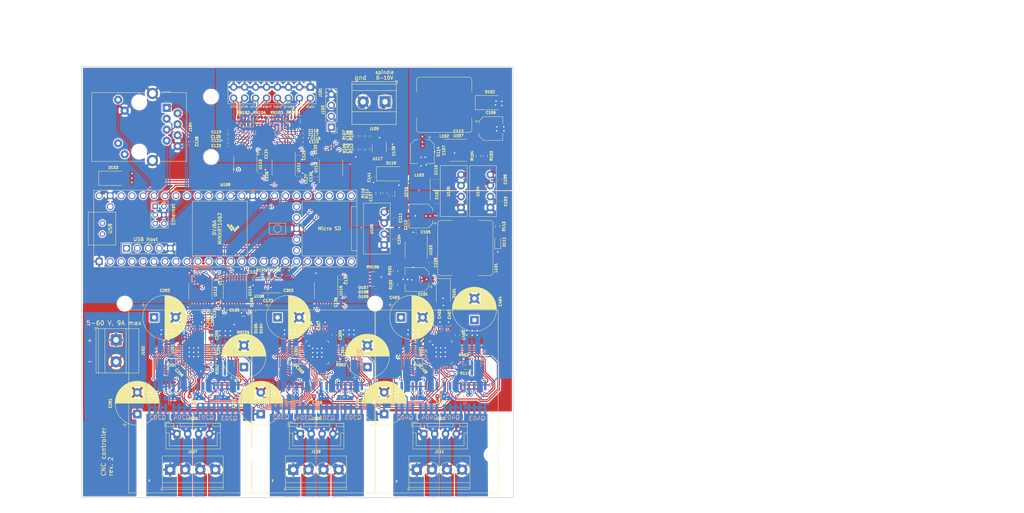
<source format=kicad_pcb>
(kicad_pcb (version 20171130) (host pcbnew 5.1.9)

  (general
    (thickness 1.6)
    (drawings 177)
    (tracks 3033)
    (zones 0)
    (modules 160)
    (nets 215)
  )

  (page USLetter)
  (title_block
    (title "Project Title")
  )

  (layers
    (0 F.Cu signal)
    (1 In1.Cu signal)
    (2 In2.Cu signal)
    (31 B.Cu signal)
    (34 B.Paste user)
    (35 F.Paste user)
    (36 B.SilkS user)
    (37 F.SilkS user)
    (38 B.Mask user)
    (39 F.Mask user)
    (40 Dwgs.User user)
    (42 Eco1.User user)
    (44 Edge.Cuts user)
    (45 Margin user)
    (46 B.CrtYd user)
    (47 F.CrtYd user)
    (48 B.Fab user)
    (49 F.Fab user)
  )

  (setup
    (last_trace_width 0.1524)
    (user_trace_width 0.1524)
    (user_trace_width 0.2)
    (user_trace_width 0.25)
    (user_trace_width 0.3)
    (user_trace_width 0.5)
    (user_trace_width 0.75)
    (user_trace_width 1.25)
    (trace_clearance 0.1524)
    (zone_clearance 0.25)
    (zone_45_only yes)
    (trace_min 0.1524)
    (via_size 0.6858)
    (via_drill 0.3302)
    (via_min_size 0.6858)
    (via_min_drill 0.3302)
    (user_via 0.6858 0.3302)
    (user_via 0.762 0.4064)
    (user_via 0.8636 0.508)
    (uvia_size 0.6858)
    (uvia_drill 0.3302)
    (uvias_allowed no)
    (uvia_min_size 0)
    (uvia_min_drill 0)
    (edge_width 0.1524)
    (segment_width 0.1524)
    (pcb_text_width 0.1524)
    (pcb_text_size 1.016 1.016)
    (mod_edge_width 0.1524)
    (mod_text_size 1.016 1.016)
    (mod_text_width 0.1524)
    (pad_size 1.524 1.524)
    (pad_drill 0.762)
    (pad_to_mask_clearance 0)
    (pad_to_paste_clearance -0.0762)
    (aux_axis_origin 0 0)
    (grid_origin 8 39)
    (visible_elements FFFFDF7D)
    (pcbplotparams
      (layerselection 0x310fc_ffffffff)
      (usegerberextensions true)
      (usegerberattributes false)
      (usegerberadvancedattributes false)
      (creategerberjobfile false)
      (excludeedgelayer true)
      (linewidth 0.100000)
      (plotframeref false)
      (viasonmask false)
      (mode 1)
      (useauxorigin false)
      (hpglpennumber 1)
      (hpglpenspeed 20)
      (hpglpendiameter 15.000000)
      (psnegative false)
      (psa4output false)
      (plotreference true)
      (plotvalue true)
      (plotinvisibletext false)
      (padsonsilk false)
      (subtractmaskfromsilk false)
      (outputformat 1)
      (mirror false)
      (drillshape 0)
      (scaleselection 1)
      (outputdirectory "cnc-gerbers"))
  )

  (net 0 "")
  (net 1 GND)
  (net 2 GND1)
  (net 3 /5V_ISO)
  (net 4 /GRST)
  (net 5 /FEED_HOLD)
  (net 6 /CYCLE_START)
  (net 7 /PROBE)
  (net 8 /XLIMIT)
  (net 9 /ZLIMIT)
  (net 10 /YLIMIT)
  (net 11 "Net-(C128-Pad1)")
  (net 12 /VM)
  (net 13 "Net-(C205-Pad2)")
  (net 14 "Net-(C305-Pad2)")
  (net 15 "Net-(C405-Pad2)")
  (net 16 "Net-(D103-Pad1)")
  (net 17 "Net-(D104-Pad1)")
  (net 18 "Net-(D106-Pad1)")
  (net 19 "Net-(D107-Pad1)")
  (net 20 "Net-(D108-Pad1)")
  (net 21 "Net-(D109-Pad1)")
  (net 22 /X/B-)
  (net 23 /X/B+)
  (net 24 /X/A-)
  (net 25 /X/A+)
  (net 26 /Y/B-)
  (net 27 /Y/B+)
  (net 28 /Y/A-)
  (net 29 /Y/A+)
  (net 30 /Z/B-)
  (net 31 /Z/B+)
  (net 32 /Z/A-)
  (net 33 /Z/A+)
  (net 34 /SPINDLE_PWM_ISO)
  (net 35 /X/LB1)
  (net 36 "Net-(Q201-Pad3)")
  (net 37 /X/HB1)
  (net 38 /X/LA1)
  (net 39 "Net-(Q202-Pad3)")
  (net 40 /X/HA1)
  (net 41 /X/LB2)
  (net 42 /X/HB2)
  (net 43 /X/LA2)
  (net 44 /X/HA2)
  (net 45 /Z/LB1)
  (net 46 "Net-(Q301-Pad3)")
  (net 47 /Z/HB1)
  (net 48 /Z/LA1)
  (net 49 "Net-(Q302-Pad3)")
  (net 50 /Z/HA1)
  (net 51 /Z/LB2)
  (net 52 /Z/HB2)
  (net 53 /Z/LA2)
  (net 54 /Z/HA2)
  (net 55 /Y/LB1)
  (net 56 "Net-(Q401-Pad3)")
  (net 57 /Y/HB1)
  (net 58 /Y/LA1)
  (net 59 "Net-(Q402-Pad3)")
  (net 60 /Y/HA1)
  (net 61 /Y/LB2)
  (net 62 /Y/HB2)
  (net 63 /Y/LA2)
  (net 64 /Y/HA2)
  (net 65 /SPINDLE_PWM)
  (net 66 /X/SRB)
  (net 67 /X/SRA)
  (net 68 /Z/SRA)
  (net 69 /Z/SRB)
  (net 70 /Y/SRA)
  (net 71 /Y/SRB)
  (net 72 /TMC_SCK)
  (net 73 /TMC_SDO)
  (net 74 /TMC_SDI)
  (net 75 /X_STEP)
  (net 76 /X_DIR)
  (net 77 /Y_STEP)
  (net 78 /Y_DIR)
  (net 79 /Z_STEP)
  (net 80 /Z_DIR)
  (net 81 /Y/SDI)
  (net 82 "Net-(U201-Pad26)")
  (net 83 "Net-(U201-Pad27)")
  (net 84 /Z/SDI)
  (net 85 "Net-(U301-Pad26)")
  (net 86 "Net-(U301-Pad27)")
  (net 87 "Net-(U401-Pad26)")
  (net 88 "Net-(U401-Pad27)")
  (net 89 "Net-(C105-Pad1)")
  (net 90 /10V)
  (net 91 "Net-(C107-Pad1)")
  (net 92 "Net-(C108-Pad2)")
  (net 93 "Net-(C108-Pad1)")
  (net 94 "Net-(C109-Pad2)")
  (net 95 GND2)
  (net 96 /5V_ISO2)
  (net 97 "Net-(C113-Pad2)")
  (net 98 "Net-(C113-Pad1)")
  (net 99 /5V)
  (net 100 /FEED_HOLD_F)
  (net 101 /CYCLE_START_F)
  (net 102 /RESET_F)
  (net 103 /SAFETY_DOOR_F)
  (net 104 /XLIMIT_F)
  (net 105 /YLIMIT_F)
  (net 106 /Z_LIMIT_F)
  (net 107 /PROBE_F)
  (net 108 /3V3)
  (net 109 "Net-(C138-Pad1)")
  (net 110 /12V_ISO2)
  (net 111 "Net-(C140-Pad2)")
  (net 112 "Net-(C140-Pad1)")
  (net 113 "Net-(C208-Pad1)")
  (net 114 "Net-(C308-Pad1)")
  (net 115 "Net-(C408-Pad1)")
  (net 116 "Net-(D105-Pad1)")
  (net 117 "Net-(D110-Pad2)")
  (net 118 "Net-(D111-Pad2)")
  (net 119 /SAFETY_DOOR)
  (net 120 /SPINDLE_EN_ISO)
  (net 121 /SPINDLE_DIR_ISO)
  (net 122 /ETH_LED)
  (net 123 "Net-(J104-PadL2)")
  (net 124 "Net-(J104-PadL1)")
  (net 125 "Net-(J104-PadR7)")
  (net 126 /ETH_RX-)
  (net 127 /ETH_RX+)
  (net 128 /ETH_TX-)
  (net 129 /ETH_TX+)
  (net 130 "Net-(R101-Pad2)")
  (net 131 "Net-(R103-Pad2)")
  (net 132 /EEPROM_SDA)
  (net 133 /EEPROM_SCL)
  (net 134 "Net-(R110-Pad2)")
  (net 135 "Net-(RN106-Pad5)")
  (net 136 "Net-(U109-Pad66)")
  (net 137 "Net-(U109-Pad67)")
  (net 138 "Net-(U109-Pad54)")
  (net 139 "Net-(U109-Pad53)")
  (net 140 "Net-(U109-Pad51)")
  (net 141 "Net-(U109-Pad50)")
  (net 142 /TEENSY_SDI)
  (net 143 /TEENSY_SCK)
  (net 144 /TEENSY_CSN)
  (net 145 "Net-(U109-Pad15)")
  (net 146 /SPINDLE_EN)
  (net 147 /TEENSY_SAFETY_DOOR)
  (net 148 "Net-(U109-Pad22)")
  (net 149 "Net-(U109-Pad23)")
  (net 150 "Net-(U109-Pad24)")
  (net 151 "Net-(U109-Pad25)")
  (net 152 "Net-(U109-Pad26)")
  (net 153 "Net-(U109-Pad27)")
  (net 154 "Net-(U109-Pad28)")
  (net 155 "Net-(U109-Pad29)")
  (net 156 "Net-(U109-Pad30)")
  (net 157 /TEENSY_ZENABLE)
  (net 158 /TEENSY_YENABLE)
  (net 159 "Net-(U109-Pad33)")
  (net 160 /SPINDLE_DIR)
  (net 161 /TEENSY_XENABLE)
  (net 162 "Net-(U109-Pad11)")
  (net 163 "Net-(U109-Pad10)")
  (net 164 /TEENSY_ZDIR)
  (net 165 /TEENSY_ZSTEP)
  (net 166 /TEENSY_YDIR)
  (net 167 /TEENSY_YSTEP)
  (net 168 /TEENSY_XDIR)
  (net 169 /TEENSY_XSTEP)
  (net 170 "Net-(U109-Pad3)")
  (net 171 "Net-(U109-Pad2)")
  (net 172 /TEENSY_RESET)
  (net 173 /TEENSY_PROBE)
  (net 174 /TEENSY_FEED_HOLD)
  (net 175 /TEENSY_CYCLE_START)
  (net 176 "Net-(U109-Pad40)")
  (net 177 "Net-(U109-Pad41)")
  (net 178 /TEENSY_XLIMIT)
  (net 179 /TEENSY_YLIMIT)
  (net 180 /TEENSY_ZLIMIT)
  (net 181 "Net-(U109-Pad45)")
  (net 182 "Net-(U109-Pad55)")
  (net 183 "Net-(U109-Pad56)")
  (net 184 "Net-(U109-Pad57)")
  (net 185 "Net-(U109-Pad58)")
  (net 186 "Net-(U109-Pad49)")
  (net 187 "Net-(U110-Pad7)")
  (net 188 "Net-(U111-Pad7)")
  (net 189 "Net-(U112-Pad11)")
  (net 190 "Net-(U112-Pad7)")
  (net 191 "Net-(U112-Pad6)")
  (net 192 /TMC_CSN)
  (net 193 /X_EN)
  (net 194 "Net-(U113-Pad7)")
  (net 195 /Y_EN)
  (net 196 "Net-(U114-Pad7)")
  (net 197 /Z_EN)
  (net 198 "Net-(U115-Pad7)")
  (net 199 "Net-(U116-Pad6)")
  (net 200 "Net-(R202-Pad2)")
  (net 201 /X/SRBL)
  (net 202 "Net-(R302-Pad2)")
  (net 203 /Z/SRBL)
  (net 204 "Net-(R402-Pad2)")
  (net 205 /Y/SRBL)
  (net 206 "Net-(R201-Pad2)")
  (net 207 /X/SRAL)
  (net 208 "Net-(R301-Pad2)")
  (net 209 /Z/SRAL)
  (net 210 "Net-(R401-Pad2)")
  (net 211 /Y/SRAL)
  (net 212 "Net-(RN106-Pad4)")
  (net 213 "Net-(RN105-Pad5)")
  (net 214 "Net-(RN105-Pad4)")

  (net_class Default "This is the default net class."
    (clearance 0.1524)
    (trace_width 0.1524)
    (via_dia 0.6858)
    (via_drill 0.3302)
    (uvia_dia 0.6858)
    (uvia_drill 0.3302)
    (add_net /10V)
    (add_net /12V_ISO2)
    (add_net /3V3)
    (add_net /5V)
    (add_net /5V_ISO)
    (add_net /5V_ISO2)
    (add_net /CYCLE_START)
    (add_net /CYCLE_START_F)
    (add_net /EEPROM_SCL)
    (add_net /EEPROM_SDA)
    (add_net /ETH_LED)
    (add_net /ETH_RX+)
    (add_net /ETH_RX-)
    (add_net /ETH_TX+)
    (add_net /ETH_TX-)
    (add_net /FEED_HOLD)
    (add_net /FEED_HOLD_F)
    (add_net /GRST)
    (add_net /PROBE)
    (add_net /PROBE_F)
    (add_net /RESET_F)
    (add_net /SAFETY_DOOR)
    (add_net /SAFETY_DOOR_F)
    (add_net /SPINDLE_DIR)
    (add_net /SPINDLE_DIR_ISO)
    (add_net /SPINDLE_EN)
    (add_net /SPINDLE_EN_ISO)
    (add_net /SPINDLE_PWM)
    (add_net /SPINDLE_PWM_ISO)
    (add_net /TEENSY_CSN)
    (add_net /TEENSY_CYCLE_START)
    (add_net /TEENSY_FEED_HOLD)
    (add_net /TEENSY_PROBE)
    (add_net /TEENSY_RESET)
    (add_net /TEENSY_SAFETY_DOOR)
    (add_net /TEENSY_SCK)
    (add_net /TEENSY_SDI)
    (add_net /TEENSY_XDIR)
    (add_net /TEENSY_XENABLE)
    (add_net /TEENSY_XLIMIT)
    (add_net /TEENSY_XSTEP)
    (add_net /TEENSY_YDIR)
    (add_net /TEENSY_YENABLE)
    (add_net /TEENSY_YLIMIT)
    (add_net /TEENSY_YSTEP)
    (add_net /TEENSY_ZDIR)
    (add_net /TEENSY_ZENABLE)
    (add_net /TEENSY_ZLIMIT)
    (add_net /TEENSY_ZSTEP)
    (add_net /TMC_CSN)
    (add_net /TMC_SCK)
    (add_net /TMC_SDI)
    (add_net /TMC_SDO)
    (add_net /VM)
    (add_net /X/A+)
    (add_net /X/A-)
    (add_net /X/B+)
    (add_net /X/B-)
    (add_net /X/HA1)
    (add_net /X/HA2)
    (add_net /X/HB1)
    (add_net /X/HB2)
    (add_net /X/LA1)
    (add_net /X/LA2)
    (add_net /X/LB1)
    (add_net /X/LB2)
    (add_net /X/SRA)
    (add_net /X/SRAL)
    (add_net /X/SRB)
    (add_net /X/SRBL)
    (add_net /XLIMIT)
    (add_net /XLIMIT_F)
    (add_net /X_DIR)
    (add_net /X_EN)
    (add_net /X_STEP)
    (add_net /Y/A+)
    (add_net /Y/A-)
    (add_net /Y/B+)
    (add_net /Y/B-)
    (add_net /Y/HA1)
    (add_net /Y/HA2)
    (add_net /Y/HB1)
    (add_net /Y/HB2)
    (add_net /Y/LA1)
    (add_net /Y/LA2)
    (add_net /Y/LB1)
    (add_net /Y/LB2)
    (add_net /Y/SDI)
    (add_net /Y/SRA)
    (add_net /Y/SRAL)
    (add_net /Y/SRB)
    (add_net /Y/SRBL)
    (add_net /YLIMIT)
    (add_net /YLIMIT_F)
    (add_net /Y_DIR)
    (add_net /Y_EN)
    (add_net /Y_STEP)
    (add_net /Z/A+)
    (add_net /Z/A-)
    (add_net /Z/B+)
    (add_net /Z/B-)
    (add_net /Z/HA1)
    (add_net /Z/HA2)
    (add_net /Z/HB1)
    (add_net /Z/HB2)
    (add_net /Z/LA1)
    (add_net /Z/LA2)
    (add_net /Z/LB1)
    (add_net /Z/LB2)
    (add_net /Z/SDI)
    (add_net /Z/SRA)
    (add_net /Z/SRAL)
    (add_net /Z/SRB)
    (add_net /Z/SRBL)
    (add_net /ZLIMIT)
    (add_net /Z_DIR)
    (add_net /Z_EN)
    (add_net /Z_LIMIT_F)
    (add_net /Z_STEP)
    (add_net GND)
    (add_net GND1)
    (add_net GND2)
    (add_net "Net-(C105-Pad1)")
    (add_net "Net-(C107-Pad1)")
    (add_net "Net-(C108-Pad1)")
    (add_net "Net-(C108-Pad2)")
    (add_net "Net-(C109-Pad2)")
    (add_net "Net-(C113-Pad1)")
    (add_net "Net-(C113-Pad2)")
    (add_net "Net-(C128-Pad1)")
    (add_net "Net-(C138-Pad1)")
    (add_net "Net-(C140-Pad1)")
    (add_net "Net-(C140-Pad2)")
    (add_net "Net-(C205-Pad2)")
    (add_net "Net-(C208-Pad1)")
    (add_net "Net-(C305-Pad2)")
    (add_net "Net-(C308-Pad1)")
    (add_net "Net-(C405-Pad2)")
    (add_net "Net-(C408-Pad1)")
    (add_net "Net-(D103-Pad1)")
    (add_net "Net-(D104-Pad1)")
    (add_net "Net-(D105-Pad1)")
    (add_net "Net-(D106-Pad1)")
    (add_net "Net-(D107-Pad1)")
    (add_net "Net-(D108-Pad1)")
    (add_net "Net-(D109-Pad1)")
    (add_net "Net-(D110-Pad2)")
    (add_net "Net-(D111-Pad2)")
    (add_net "Net-(J104-PadL1)")
    (add_net "Net-(J104-PadL2)")
    (add_net "Net-(J104-PadR7)")
    (add_net "Net-(Q201-Pad3)")
    (add_net "Net-(Q202-Pad3)")
    (add_net "Net-(Q301-Pad3)")
    (add_net "Net-(Q302-Pad3)")
    (add_net "Net-(Q401-Pad3)")
    (add_net "Net-(Q402-Pad3)")
    (add_net "Net-(R101-Pad2)")
    (add_net "Net-(R103-Pad2)")
    (add_net "Net-(R110-Pad2)")
    (add_net "Net-(R201-Pad2)")
    (add_net "Net-(R202-Pad2)")
    (add_net "Net-(R301-Pad2)")
    (add_net "Net-(R302-Pad2)")
    (add_net "Net-(R401-Pad2)")
    (add_net "Net-(R402-Pad2)")
    (add_net "Net-(RN105-Pad4)")
    (add_net "Net-(RN105-Pad5)")
    (add_net "Net-(RN106-Pad4)")
    (add_net "Net-(RN106-Pad5)")
    (add_net "Net-(U109-Pad10)")
    (add_net "Net-(U109-Pad11)")
    (add_net "Net-(U109-Pad15)")
    (add_net "Net-(U109-Pad2)")
    (add_net "Net-(U109-Pad22)")
    (add_net "Net-(U109-Pad23)")
    (add_net "Net-(U109-Pad24)")
    (add_net "Net-(U109-Pad25)")
    (add_net "Net-(U109-Pad26)")
    (add_net "Net-(U109-Pad27)")
    (add_net "Net-(U109-Pad28)")
    (add_net "Net-(U109-Pad29)")
    (add_net "Net-(U109-Pad3)")
    (add_net "Net-(U109-Pad30)")
    (add_net "Net-(U109-Pad33)")
    (add_net "Net-(U109-Pad40)")
    (add_net "Net-(U109-Pad41)")
    (add_net "Net-(U109-Pad45)")
    (add_net "Net-(U109-Pad49)")
    (add_net "Net-(U109-Pad50)")
    (add_net "Net-(U109-Pad51)")
    (add_net "Net-(U109-Pad53)")
    (add_net "Net-(U109-Pad54)")
    (add_net "Net-(U109-Pad55)")
    (add_net "Net-(U109-Pad56)")
    (add_net "Net-(U109-Pad57)")
    (add_net "Net-(U109-Pad58)")
    (add_net "Net-(U109-Pad66)")
    (add_net "Net-(U109-Pad67)")
    (add_net "Net-(U110-Pad7)")
    (add_net "Net-(U111-Pad7)")
    (add_net "Net-(U112-Pad11)")
    (add_net "Net-(U112-Pad6)")
    (add_net "Net-(U112-Pad7)")
    (add_net "Net-(U113-Pad7)")
    (add_net "Net-(U114-Pad7)")
    (add_net "Net-(U115-Pad7)")
    (add_net "Net-(U116-Pad6)")
    (add_net "Net-(U201-Pad26)")
    (add_net "Net-(U201-Pad27)")
    (add_net "Net-(U301-Pad26)")
    (add_net "Net-(U301-Pad27)")
    (add_net "Net-(U401-Pad26)")
    (add_net "Net-(U401-Pad27)")
  )

  (module Resistor_SMD:R_Array_Convex_4x0603 (layer F.Cu) (tedit 58E0A8B2) (tstamp 607212AF)
    (at 49.375 51.75 90)
    (descr "Chip Resistor Network, ROHM MNR14 (see mnr_g.pdf)")
    (tags "resistor array")
    (path /60DDC872)
    (attr smd)
    (fp_text reference RN104 (at 2.05 -0.175 180) (layer F.SilkS)
      (effects (font (size 0.6 0.6) (thickness 0.15)))
    )
    (fp_text value 100kR (at 0 2.8 90) (layer F.Fab)
      (effects (font (size 1 1) (thickness 0.15)))
    )
    (fp_line (start -0.8 -1.6) (end 0.8 -1.6) (layer F.Fab) (width 0.1))
    (fp_line (start 0.8 -1.6) (end 0.8 1.6) (layer F.Fab) (width 0.1))
    (fp_line (start 0.8 1.6) (end -0.8 1.6) (layer F.Fab) (width 0.1))
    (fp_line (start -0.8 1.6) (end -0.8 -1.6) (layer F.Fab) (width 0.1))
    (fp_line (start 0.5 1.68) (end -0.5 1.68) (layer F.SilkS) (width 0.12))
    (fp_line (start 0.5 -1.68) (end -0.5 -1.68) (layer F.SilkS) (width 0.12))
    (fp_line (start -1.55 -1.85) (end 1.55 -1.85) (layer F.CrtYd) (width 0.05))
    (fp_line (start -1.55 -1.85) (end -1.55 1.85) (layer F.CrtYd) (width 0.05))
    (fp_line (start 1.55 1.85) (end 1.55 -1.85) (layer F.CrtYd) (width 0.05))
    (fp_line (start 1.55 1.85) (end -1.55 1.85) (layer F.CrtYd) (width 0.05))
    (fp_text user %R (at 0 0) (layer F.Fab)
      (effects (font (size 0.5 0.5) (thickness 0.075)))
    )
    (pad 5 smd rect (at 0.9 1.2 90) (size 0.8 0.5) (layers F.Cu F.Paste F.Mask)
      (net 96 /5V_ISO2))
    (pad 6 smd rect (at 0.9 0.4 90) (size 0.8 0.4) (layers F.Cu F.Paste F.Mask)
      (net 96 /5V_ISO2))
    (pad 8 smd rect (at 0.9 -1.2 90) (size 0.8 0.5) (layers F.Cu F.Paste F.Mask)
      (net 96 /5V_ISO2))
    (pad 7 smd rect (at 0.9 -0.4 90) (size 0.8 0.4) (layers F.Cu F.Paste F.Mask)
      (net 96 /5V_ISO2))
    (pad 4 smd rect (at -0.9 1.2 90) (size 0.8 0.5) (layers F.Cu F.Paste F.Mask)
      (net 101 /CYCLE_START_F))
    (pad 2 smd rect (at -0.9 -0.4 90) (size 0.8 0.4) (layers F.Cu F.Paste F.Mask)
      (net 105 /YLIMIT_F))
    (pad 3 smd rect (at -0.9 0.4 90) (size 0.8 0.4) (layers F.Cu F.Paste F.Mask)
      (net 104 /XLIMIT_F))
    (pad 1 smd rect (at -0.9 -1.2 90) (size 0.8 0.5) (layers F.Cu F.Paste F.Mask)
      (net 106 /Z_LIMIT_F))
    (model ${KISYS3DMOD}/Resistor_SMD.3dshapes/R_Array_Convex_4x0603.wrl
      (at (xyz 0 0 0))
      (scale (xyz 1 1 1))
      (rotate (xyz 0 0 0))
    )
  )

  (module Resistor_SMD:R_Array_Convex_4x0603 (layer F.Cu) (tedit 58E0A8B2) (tstamp 606BA228)
    (at 53.2 51.775 90)
    (descr "Chip Resistor Network, ROHM MNR14 (see mnr_g.pdf)")
    (tags "resistor array")
    (path /60B59FA5)
    (attr smd)
    (fp_text reference RN103 (at 2.075 0) (layer F.SilkS)
      (effects (font (size 0.6 0.6) (thickness 0.15)))
    )
    (fp_text value 100kR (at 0 2.8 90) (layer F.Fab)
      (effects (font (size 1 1) (thickness 0.15)))
    )
    (fp_line (start -0.8 -1.6) (end 0.8 -1.6) (layer F.Fab) (width 0.1))
    (fp_line (start 0.8 -1.6) (end 0.8 1.6) (layer F.Fab) (width 0.1))
    (fp_line (start 0.8 1.6) (end -0.8 1.6) (layer F.Fab) (width 0.1))
    (fp_line (start -0.8 1.6) (end -0.8 -1.6) (layer F.Fab) (width 0.1))
    (fp_line (start 0.5 1.68) (end -0.5 1.68) (layer F.SilkS) (width 0.12))
    (fp_line (start 0.5 -1.68) (end -0.5 -1.68) (layer F.SilkS) (width 0.12))
    (fp_line (start -1.55 -1.85) (end 1.55 -1.85) (layer F.CrtYd) (width 0.05))
    (fp_line (start -1.55 -1.85) (end -1.55 1.85) (layer F.CrtYd) (width 0.05))
    (fp_line (start 1.55 1.85) (end 1.55 -1.85) (layer F.CrtYd) (width 0.05))
    (fp_line (start 1.55 1.85) (end -1.55 1.85) (layer F.CrtYd) (width 0.05))
    (fp_text user %R (at 0 0) (layer F.Fab)
      (effects (font (size 0.5 0.5) (thickness 0.075)))
    )
    (pad 5 smd rect (at 0.9 1.2 90) (size 0.8 0.5) (layers F.Cu F.Paste F.Mask)
      (net 96 /5V_ISO2))
    (pad 6 smd rect (at 0.9 0.4 90) (size 0.8 0.4) (layers F.Cu F.Paste F.Mask)
      (net 96 /5V_ISO2))
    (pad 8 smd rect (at 0.9 -1.2 90) (size 0.8 0.5) (layers F.Cu F.Paste F.Mask)
      (net 96 /5V_ISO2))
    (pad 7 smd rect (at 0.9 -0.4 90) (size 0.8 0.4) (layers F.Cu F.Paste F.Mask)
      (net 96 /5V_ISO2))
    (pad 4 smd rect (at -0.9 1.2 90) (size 0.8 0.5) (layers F.Cu F.Paste F.Mask)
      (net 103 /SAFETY_DOOR_F))
    (pad 2 smd rect (at -0.9 -0.4 90) (size 0.8 0.4) (layers F.Cu F.Paste F.Mask)
      (net 107 /PROBE_F))
    (pad 3 smd rect (at -0.9 0.4 90) (size 0.8 0.4) (layers F.Cu F.Paste F.Mask)
      (net 102 /RESET_F))
    (pad 1 smd rect (at -0.9 -1.2 90) (size 0.8 0.5) (layers F.Cu F.Paste F.Mask)
      (net 100 /FEED_HOLD_F))
    (model ${KISYS3DMOD}/Resistor_SMD.3dshapes/R_Array_Convex_4x0603.wrl
      (at (xyz 0 0 0))
      (scale (xyz 1 1 1))
      (rotate (xyz 0 0 0))
    )
  )

  (module TerminalBlock_Phoenix:TerminalBlock_Phoenix_MKDS-1,5-2-5.08_1x02_P5.08mm_Horizontal (layer F.Cu) (tedit 5B294EBC) (tstamp 607B1267)
    (at 78.3 47.2 180)
    (descr "Terminal Block Phoenix MKDS-1,5-2-5.08, 2 pins, pitch 5.08mm, size 10.2x9.8mm^2, drill diamater 1.3mm, pad diameter 2.6mm, see http://www.farnell.com/datasheets/100425.pdf, script-generated using https://github.com/pointhi/kicad-footprint-generator/scripts/TerminalBlock_Phoenix")
    (tags "THT Terminal Block Phoenix MKDS-1,5-2-5.08 pitch 5.08mm size 10.2x9.8mm^2 drill 1.3mm pad 2.6mm")
    (path /61D8B8DC)
    (fp_text reference J105 (at 2.54 -6.26) (layer F.SilkS)
      (effects (font (size 0.6 0.6) (thickness 0.15)))
    )
    (fp_text value SPINDLE_OUT (at 2.54 5.66) (layer F.Fab)
      (effects (font (size 1 1) (thickness 0.15)))
    )
    (fp_line (start 8.13 -5.71) (end -3.04 -5.71) (layer F.CrtYd) (width 0.05))
    (fp_line (start 8.13 5.1) (end 8.13 -5.71) (layer F.CrtYd) (width 0.05))
    (fp_line (start -3.04 5.1) (end 8.13 5.1) (layer F.CrtYd) (width 0.05))
    (fp_line (start -3.04 -5.71) (end -3.04 5.1) (layer F.CrtYd) (width 0.05))
    (fp_line (start -2.84 4.9) (end -2.34 4.9) (layer F.SilkS) (width 0.12))
    (fp_line (start -2.84 4.16) (end -2.84 4.9) (layer F.SilkS) (width 0.12))
    (fp_line (start 3.853 1.023) (end 3.806 1.069) (layer F.SilkS) (width 0.12))
    (fp_line (start 6.15 -1.275) (end 6.115 -1.239) (layer F.SilkS) (width 0.12))
    (fp_line (start 4.046 1.239) (end 4.011 1.274) (layer F.SilkS) (width 0.12))
    (fp_line (start 6.355 -1.069) (end 6.308 -1.023) (layer F.SilkS) (width 0.12))
    (fp_line (start 6.035 -1.138) (end 3.943 0.955) (layer F.Fab) (width 0.1))
    (fp_line (start 6.218 -0.955) (end 4.126 1.138) (layer F.Fab) (width 0.1))
    (fp_line (start 0.955 -1.138) (end -1.138 0.955) (layer F.Fab) (width 0.1))
    (fp_line (start 1.138 -0.955) (end -0.955 1.138) (layer F.Fab) (width 0.1))
    (fp_line (start 7.68 -5.261) (end 7.68 4.66) (layer F.SilkS) (width 0.12))
    (fp_line (start -2.6 -5.261) (end -2.6 4.66) (layer F.SilkS) (width 0.12))
    (fp_line (start -2.6 4.66) (end 7.68 4.66) (layer F.SilkS) (width 0.12))
    (fp_line (start -2.6 -5.261) (end 7.68 -5.261) (layer F.SilkS) (width 0.12))
    (fp_line (start -2.6 -2.301) (end 7.68 -2.301) (layer F.SilkS) (width 0.12))
    (fp_line (start -2.54 -2.3) (end 7.62 -2.3) (layer F.Fab) (width 0.1))
    (fp_line (start -2.6 2.6) (end 7.68 2.6) (layer F.SilkS) (width 0.12))
    (fp_line (start -2.54 2.6) (end 7.62 2.6) (layer F.Fab) (width 0.1))
    (fp_line (start -2.6 4.1) (end 7.68 4.1) (layer F.SilkS) (width 0.12))
    (fp_line (start -2.54 4.1) (end 7.62 4.1) (layer F.Fab) (width 0.1))
    (fp_line (start -2.54 4.1) (end -2.54 -5.2) (layer F.Fab) (width 0.1))
    (fp_line (start -2.04 4.6) (end -2.54 4.1) (layer F.Fab) (width 0.1))
    (fp_line (start 7.62 4.6) (end -2.04 4.6) (layer F.Fab) (width 0.1))
    (fp_line (start 7.62 -5.2) (end 7.62 4.6) (layer F.Fab) (width 0.1))
    (fp_line (start -2.54 -5.2) (end 7.62 -5.2) (layer F.Fab) (width 0.1))
    (fp_circle (center 5.08 0) (end 6.76 0) (layer F.SilkS) (width 0.12))
    (fp_circle (center 5.08 0) (end 6.58 0) (layer F.Fab) (width 0.1))
    (fp_circle (center 0 0) (end 1.5 0) (layer F.Fab) (width 0.1))
    (fp_text user %R (at 2.54 3.2) (layer F.Fab)
      (effects (font (size 1 1) (thickness 0.15)))
    )
    (fp_arc (start 0 0) (end -0.684 1.535) (angle -25) (layer F.SilkS) (width 0.12))
    (fp_arc (start 0 0) (end -1.535 -0.684) (angle -48) (layer F.SilkS) (width 0.12))
    (fp_arc (start 0 0) (end 0.684 -1.535) (angle -48) (layer F.SilkS) (width 0.12))
    (fp_arc (start 0 0) (end 1.535 0.684) (angle -48) (layer F.SilkS) (width 0.12))
    (fp_arc (start 0 0) (end 0 1.68) (angle -24) (layer F.SilkS) (width 0.12))
    (pad 2 thru_hole circle (at 5.08 0 180) (size 2.6 2.6) (drill 1.3) (layers *.Cu *.Mask)
      (net 95 GND2))
    (pad 1 thru_hole rect (at 0 0 180) (size 2.6 2.6) (drill 1.3) (layers *.Cu *.Mask)
      (net 111 "Net-(C140-Pad2)"))
    (model ${KISYS3DMOD}/TerminalBlock_Phoenix.3dshapes/TerminalBlock_Phoenix_MKDS-1,5-2-5.08_1x02_P5.08mm_Horizontal.wrl
      (at (xyz 0 0 0))
      (scale (xyz 1 1 1))
      (rotate (xyz 0 0 0))
    )
  )

  (module Resistor_SMD:R_Array_Convex_4x0603 (layer F.Cu) (tedit 58E0A8B2) (tstamp 606CAC40)
    (at 75.45 88.3)
    (descr "Chip Resistor Network, ROHM MNR14 (see mnr_g.pdf)")
    (tags "resistor array")
    (path /607C46AD)
    (attr smd)
    (fp_text reference RN106 (at 0 -2.8) (layer F.SilkS)
      (effects (font (size 0.6 0.6) (thickness 0.15)))
    )
    (fp_text value 1kR (at 0 2.8) (layer F.Fab)
      (effects (font (size 1 1) (thickness 0.15)))
    )
    (fp_line (start -0.8 -1.6) (end 0.8 -1.6) (layer F.Fab) (width 0.1))
    (fp_line (start 0.8 -1.6) (end 0.8 1.6) (layer F.Fab) (width 0.1))
    (fp_line (start 0.8 1.6) (end -0.8 1.6) (layer F.Fab) (width 0.1))
    (fp_line (start -0.8 1.6) (end -0.8 -1.6) (layer F.Fab) (width 0.1))
    (fp_line (start 0.5 1.68) (end -0.5 1.68) (layer F.SilkS) (width 0.1))
    (fp_line (start 0.5 -1.68) (end -0.5 -1.68) (layer F.SilkS) (width 0.1))
    (fp_line (start -1.55 -1.85) (end 1.55 -1.85) (layer F.CrtYd) (width 0.05))
    (fp_line (start -1.55 -1.85) (end -1.55 1.85) (layer F.CrtYd) (width 0.05))
    (fp_line (start 1.55 1.85) (end 1.55 -1.85) (layer F.CrtYd) (width 0.05))
    (fp_line (start 1.55 1.85) (end -1.55 1.85) (layer F.CrtYd) (width 0.05))
    (fp_text user %R (at 0 0 90) (layer F.Fab)
      (effects (font (size 0.5 0.5) (thickness 0.075)))
    )
    (pad 5 smd rect (at 0.9 1.2) (size 0.8 0.5) (layers F.Cu F.Paste F.Mask)
      (net 135 "Net-(RN106-Pad5)"))
    (pad 6 smd rect (at 0.9 0.4) (size 0.8 0.4) (layers F.Cu F.Paste F.Mask)
      (net 2 GND1))
    (pad 8 smd rect (at 0.9 -1.2) (size 0.8 0.5) (layers F.Cu F.Paste F.Mask)
      (net 2 GND1))
    (pad 7 smd rect (at 0.9 -0.4) (size 0.8 0.4) (layers F.Cu F.Paste F.Mask)
      (net 2 GND1))
    (pad 4 smd rect (at -0.9 1.2) (size 0.8 0.5) (layers F.Cu F.Paste F.Mask)
      (net 212 "Net-(RN106-Pad4)"))
    (pad 2 smd rect (at -0.9 -0.4) (size 0.8 0.4) (layers F.Cu F.Paste F.Mask)
      (net 20 "Net-(D108-Pad1)"))
    (pad 3 smd rect (at -0.9 0.4) (size 0.8 0.4) (layers F.Cu F.Paste F.Mask)
      (net 21 "Net-(D109-Pad1)"))
    (pad 1 smd rect (at -0.9 -1.2) (size 0.8 0.5) (layers F.Cu F.Paste F.Mask)
      (net 19 "Net-(D107-Pad1)"))
    (model ${KISYS3DMOD}/Resistor_SMD.3dshapes/R_Array_Convex_4x0603.wrl
      (at (xyz 0 0 0))
      (scale (xyz 1 1 1))
      (rotate (xyz 0 0 0))
    )
  )

  (module Resistor_SMD:R_Array_Convex_4x0603 (layer F.Cu) (tedit 58E0A8B2) (tstamp 606CAC29)
    (at 45.45 98.6 180)
    (descr "Chip Resistor Network, ROHM MNR14 (see mnr_g.pdf)")
    (tags "resistor array")
    (path /609D7EC2)
    (attr smd)
    (fp_text reference RN105 (at 0 -2.1) (layer F.SilkS)
      (effects (font (size 0.6 0.6) (thickness 0.15)))
    )
    (fp_text value 1kR (at 0 2.8) (layer F.Fab)
      (effects (font (size 1 1) (thickness 0.15)))
    )
    (fp_line (start -0.8 -1.6) (end 0.8 -1.6) (layer F.Fab) (width 0.1))
    (fp_line (start 0.8 -1.6) (end 0.8 1.6) (layer F.Fab) (width 0.1))
    (fp_line (start 0.8 1.6) (end -0.8 1.6) (layer F.Fab) (width 0.1))
    (fp_line (start -0.8 1.6) (end -0.8 -1.6) (layer F.Fab) (width 0.1))
    (fp_line (start 0.5 1.68) (end -0.5 1.68) (layer F.SilkS) (width 0.1))
    (fp_line (start 0.5 -1.68) (end -0.5 -1.68) (layer F.SilkS) (width 0.1))
    (fp_line (start -1.55 -1.85) (end 1.55 -1.85) (layer F.CrtYd) (width 0.05))
    (fp_line (start -1.55 -1.85) (end -1.55 1.85) (layer F.CrtYd) (width 0.05))
    (fp_line (start 1.55 1.85) (end 1.55 -1.85) (layer F.CrtYd) (width 0.05))
    (fp_line (start 1.55 1.85) (end -1.55 1.85) (layer F.CrtYd) (width 0.05))
    (fp_text user %R (at 0 0 90) (layer F.Fab)
      (effects (font (size 0.5 0.5) (thickness 0.075)))
    )
    (pad 5 smd rect (at 0.9 1.2 180) (size 0.8 0.5) (layers F.Cu F.Paste F.Mask)
      (net 213 "Net-(RN105-Pad5)"))
    (pad 6 smd rect (at 0.9 0.4 180) (size 0.8 0.4) (layers F.Cu F.Paste F.Mask)
      (net 2 GND1))
    (pad 8 smd rect (at 0.9 -1.2 180) (size 0.8 0.5) (layers F.Cu F.Paste F.Mask)
      (net 2 GND1))
    (pad 7 smd rect (at 0.9 -0.4 180) (size 0.8 0.4) (layers F.Cu F.Paste F.Mask)
      (net 2 GND1))
    (pad 4 smd rect (at -0.9 1.2 180) (size 0.8 0.5) (layers F.Cu F.Paste F.Mask)
      (net 214 "Net-(RN105-Pad4)"))
    (pad 2 smd rect (at -0.9 -0.4 180) (size 0.8 0.4) (layers F.Cu F.Paste F.Mask)
      (net 116 "Net-(D105-Pad1)"))
    (pad 3 smd rect (at -0.9 0.4 180) (size 0.8 0.4) (layers F.Cu F.Paste F.Mask)
      (net 18 "Net-(D106-Pad1)"))
    (pad 1 smd rect (at -0.9 -1.2 180) (size 0.8 0.5) (layers F.Cu F.Paste F.Mask)
      (net 17 "Net-(D104-Pad1)"))
    (model ${KISYS3DMOD}/Resistor_SMD.3dshapes/R_Array_Convex_4x0603.wrl
      (at (xyz 0 0 0))
      (scale (xyz 1 1 1))
      (rotate (xyz 0 0 0))
    )
  )

  (module Resistor_SMD:R_Array_Convex_4x0603 (layer F.Cu) (tedit 58E0A8B2) (tstamp 606BA211)
    (at 45.475 51.775 90)
    (descr "Chip Resistor Network, ROHM MNR14 (see mnr_g.pdf)")
    (tags "resistor array")
    (path /60EB1F4C)
    (attr smd)
    (fp_text reference RN102 (at 2.075 0.025 180) (layer F.SilkS)
      (effects (font (size 0.6 0.6) (thickness 0.15)))
    )
    (fp_text value 1kR (at 0 2.8 90) (layer F.Fab)
      (effects (font (size 1 1) (thickness 0.15)))
    )
    (fp_line (start 1.55 1.85) (end -1.55 1.85) (layer F.CrtYd) (width 0.05))
    (fp_line (start 1.55 1.85) (end 1.55 -1.85) (layer F.CrtYd) (width 0.05))
    (fp_line (start -1.55 -1.85) (end -1.55 1.85) (layer F.CrtYd) (width 0.05))
    (fp_line (start -1.55 -1.85) (end 1.55 -1.85) (layer F.CrtYd) (width 0.05))
    (fp_line (start 0.5 -1.68) (end -0.5 -1.68) (layer F.SilkS) (width 0.1))
    (fp_line (start 0.5 1.68) (end -0.5 1.68) (layer F.SilkS) (width 0.1))
    (fp_line (start -0.8 1.6) (end -0.8 -1.6) (layer F.Fab) (width 0.1))
    (fp_line (start 0.8 1.6) (end -0.8 1.6) (layer F.Fab) (width 0.1))
    (fp_line (start 0.8 -1.6) (end 0.8 1.6) (layer F.Fab) (width 0.1))
    (fp_line (start -0.8 -1.6) (end 0.8 -1.6) (layer F.Fab) (width 0.1))
    (fp_text user %R (at 0 0) (layer F.Fab)
      (effects (font (size 0.5 0.5) (thickness 0.075)))
    )
    (pad 5 smd rect (at 0.9 1.2 90) (size 0.8 0.5) (layers F.Cu F.Paste F.Mask)
      (net 6 /CYCLE_START))
    (pad 6 smd rect (at 0.9 0.4 90) (size 0.8 0.4) (layers F.Cu F.Paste F.Mask)
      (net 8 /XLIMIT))
    (pad 8 smd rect (at 0.9 -1.2 90) (size 0.8 0.5) (layers F.Cu F.Paste F.Mask)
      (net 9 /ZLIMIT))
    (pad 7 smd rect (at 0.9 -0.4 90) (size 0.8 0.4) (layers F.Cu F.Paste F.Mask)
      (net 10 /YLIMIT))
    (pad 4 smd rect (at -0.9 1.2 90) (size 0.8 0.5) (layers F.Cu F.Paste F.Mask)
      (net 101 /CYCLE_START_F))
    (pad 2 smd rect (at -0.9 -0.4 90) (size 0.8 0.4) (layers F.Cu F.Paste F.Mask)
      (net 105 /YLIMIT_F))
    (pad 3 smd rect (at -0.9 0.4 90) (size 0.8 0.4) (layers F.Cu F.Paste F.Mask)
      (net 104 /XLIMIT_F))
    (pad 1 smd rect (at -0.9 -1.2 90) (size 0.8 0.5) (layers F.Cu F.Paste F.Mask)
      (net 106 /Z_LIMIT_F))
    (model ${KISYS3DMOD}/Resistor_SMD.3dshapes/R_Array_Convex_4x0603.wrl
      (at (xyz 0 0 0))
      (scale (xyz 1 1 1))
      (rotate (xyz 0 0 0))
    )
  )

  (module Resistor_SMD:R_Array_Convex_4x0603 (layer F.Cu) (tedit 58E0A8B2) (tstamp 606BA1FA)
    (at 57 51.775 90)
    (descr "Chip Resistor Network, ROHM MNR14 (see mnr_g.pdf)")
    (tags "resistor array")
    (path /60F87852)
    (attr smd)
    (fp_text reference RN101 (at 2.175 -0.1 180) (layer F.SilkS)
      (effects (font (size 0.6 0.6) (thickness 0.15)))
    )
    (fp_text value 1kR (at 0 2.8 90) (layer F.Fab)
      (effects (font (size 1 1) (thickness 0.15)))
    )
    (fp_line (start 1.55 1.85) (end -1.55 1.85) (layer F.CrtYd) (width 0.05))
    (fp_line (start 1.55 1.85) (end 1.55 -1.85) (layer F.CrtYd) (width 0.05))
    (fp_line (start -1.55 -1.85) (end -1.55 1.85) (layer F.CrtYd) (width 0.05))
    (fp_line (start -1.55 -1.85) (end 1.55 -1.85) (layer F.CrtYd) (width 0.05))
    (fp_line (start 0.5 -1.68) (end -0.5 -1.68) (layer F.SilkS) (width 0.1))
    (fp_line (start 0.5 1.68) (end -0.5 1.68) (layer F.SilkS) (width 0.1))
    (fp_line (start -0.8 1.6) (end -0.8 -1.6) (layer F.Fab) (width 0.1))
    (fp_line (start 0.8 1.6) (end -0.8 1.6) (layer F.Fab) (width 0.1))
    (fp_line (start 0.8 -1.6) (end 0.8 1.6) (layer F.Fab) (width 0.1))
    (fp_line (start -0.8 -1.6) (end 0.8 -1.6) (layer F.Fab) (width 0.1))
    (fp_text user %R (at 0 0) (layer F.Fab)
      (effects (font (size 0.5 0.5) (thickness 0.075)))
    )
    (pad 5 smd rect (at 0.9 1.2 90) (size 0.8 0.5) (layers F.Cu F.Paste F.Mask)
      (net 119 /SAFETY_DOOR))
    (pad 6 smd rect (at 0.9 0.4 90) (size 0.8 0.4) (layers F.Cu F.Paste F.Mask)
      (net 4 /GRST))
    (pad 8 smd rect (at 0.9 -1.2 90) (size 0.8 0.5) (layers F.Cu F.Paste F.Mask)
      (net 5 /FEED_HOLD))
    (pad 7 smd rect (at 0.9 -0.4 90) (size 0.8 0.4) (layers F.Cu F.Paste F.Mask)
      (net 7 /PROBE))
    (pad 4 smd rect (at -0.9 1.2 90) (size 0.8 0.5) (layers F.Cu F.Paste F.Mask)
      (net 103 /SAFETY_DOOR_F))
    (pad 2 smd rect (at -0.9 -0.4 90) (size 0.8 0.4) (layers F.Cu F.Paste F.Mask)
      (net 107 /PROBE_F))
    (pad 3 smd rect (at -0.9 0.4 90) (size 0.8 0.4) (layers F.Cu F.Paste F.Mask)
      (net 102 /RESET_F))
    (pad 1 smd rect (at -0.9 -1.2 90) (size 0.8 0.5) (layers F.Cu F.Paste F.Mask)
      (net 100 /FEED_HOLD_F))
    (model ${KISYS3DMOD}/Resistor_SMD.3dshapes/R_Array_Convex_4x0603.wrl
      (at (xyz 0 0 0))
      (scale (xyz 1 1 1))
      (rotate (xyz 0 0 0))
    )
  )

  (module cnc-controller:R_2512_6332Metric_Sense (layer B.Cu) (tedit 6069ACE8) (tstamp 606C015A)
    (at 98.4 106.5 90)
    (descr "Resistor SMD 2512 (6332 Metric), square (rectangular) end terminal, IPC_7351 nominal, (Body size source: IPC-SM-782 page 72, https://www.pcb-3d.com/wordpress/wp-content/uploads/ipc-sm-782a_amendment_1_and_2.pdf), generated with kicad-footprint-generator")
    (tags resistor)
    (path /5FFE73A4/60B06002)
    (attr smd)
    (fp_text reference R404 (at -0.01 2.89 90) (layer B.SilkS)
      (effects (font (size 1 1) (thickness 0.15)) (justify mirror))
    )
    (fp_text value "75 mR 1W" (at 0 -2.62 90) (layer B.Fab)
      (effects (font (size 1 1) (thickness 0.15)) (justify mirror))
    )
    (fp_line (start -3.15 -1.6) (end -3.15 1.6) (layer B.Fab) (width 0.1))
    (fp_line (start -3.15 1.6) (end 3.15 1.6) (layer B.Fab) (width 0.1))
    (fp_line (start 3.15 1.6) (end 3.15 -1.6) (layer B.Fab) (width 0.1))
    (fp_line (start 3.15 -1.6) (end -3.15 -1.6) (layer B.Fab) (width 0.1))
    (fp_line (start -2.177064 2.1) (end 2.177064 2.1) (layer B.SilkS) (width 0.12))
    (fp_line (start -2.177064 -2.1) (end 2.177064 -2.1) (layer B.SilkS) (width 0.12))
    (fp_line (start -3.82 -1.92) (end -3.82 1.92) (layer B.CrtYd) (width 0.05))
    (fp_line (start -3.82 1.92) (end 3.82 1.92) (layer B.CrtYd) (width 0.05))
    (fp_line (start 3.82 1.92) (end 3.82 -1.92) (layer B.CrtYd) (width 0.05))
    (fp_line (start 3.82 -1.92) (end -3.82 -1.92) (layer B.CrtYd) (width 0.05))
    (fp_text user %R (at 0 0 90) (layer B.Fab)
      (effects (font (size 1 1) (thickness 0.15)) (justify mirror))
    )
    (pad 4 smd roundrect (at 2.5 1.4 90) (size 3.4 1.2) (layers B.Cu B.Paste B.Mask) (roundrect_rratio 0.164)
      (net 2 GND1))
    (pad 4 smd roundrect (at 2.5 -1.4 90) (size 3.4 1.2) (layers B.Cu B.Paste B.Mask) (roundrect_rratio 0.164)
      (net 2 GND1))
    (pad 3 smd roundrect (at 2.5 0 90) (size 3.4 0.6) (layers B.Cu B.Paste B.Mask) (roundrect_rratio 0.164)
      (net 203 /Z/SRBL))
    (pad 1 smd roundrect (at -2.5 -1.4 90) (size 3.4 1.2) (layers B.Cu B.Paste B.Mask) (roundrect_rratio 0.164)
      (net 56 "Net-(Q401-Pad3)"))
    (pad 1 smd roundrect (at -2.5 1.4 90) (size 3.4 1.2) (layers B.Cu B.Paste B.Mask) (roundrect_rratio 0.164)
      (net 56 "Net-(Q401-Pad3)"))
    (pad 2 smd roundrect (at -2.5 0 90) (size 3.4 0.6) (layers B.Cu B.Paste B.Mask) (roundrect_rratio 0.164)
      (net 204 "Net-(R402-Pad2)"))
    (model ${KISYS3DMOD}/Resistor_SMD.3dshapes/R_2512_6332Metric.wrl
      (at (xyz 0 0 0))
      (scale (xyz 1 1 1))
      (rotate (xyz 0 0 0))
    )
  )

  (module cnc-controller:R_2512_6332Metric_Sense (layer B.Cu) (tedit 6069ACE8) (tstamp 606C00DD)
    (at 69.8 106.5 90)
    (descr "Resistor SMD 2512 (6332 Metric), square (rectangular) end terminal, IPC_7351 nominal, (Body size source: IPC-SM-782 page 72, https://www.pcb-3d.com/wordpress/wp-content/uploads/ipc-sm-782a_amendment_1_and_2.pdf), generated with kicad-footprint-generator")
    (tags resistor)
    (path /5FFE8631/60B06002)
    (attr smd)
    (fp_text reference R304 (at -0.01 2.89 90) (layer B.SilkS)
      (effects (font (size 1 1) (thickness 0.15)) (justify mirror))
    )
    (fp_text value "75 mR 1W" (at 0 -2.62 90) (layer B.Fab)
      (effects (font (size 1 1) (thickness 0.15)) (justify mirror))
    )
    (fp_line (start -3.15 -1.6) (end -3.15 1.6) (layer B.Fab) (width 0.1))
    (fp_line (start -3.15 1.6) (end 3.15 1.6) (layer B.Fab) (width 0.1))
    (fp_line (start 3.15 1.6) (end 3.15 -1.6) (layer B.Fab) (width 0.1))
    (fp_line (start 3.15 -1.6) (end -3.15 -1.6) (layer B.Fab) (width 0.1))
    (fp_line (start -2.177064 2.1) (end 2.177064 2.1) (layer B.SilkS) (width 0.12))
    (fp_line (start -2.177064 -2.1) (end 2.177064 -2.1) (layer B.SilkS) (width 0.12))
    (fp_line (start -3.82 -1.92) (end -3.82 1.92) (layer B.CrtYd) (width 0.05))
    (fp_line (start -3.82 1.92) (end 3.82 1.92) (layer B.CrtYd) (width 0.05))
    (fp_line (start 3.82 1.92) (end 3.82 -1.92) (layer B.CrtYd) (width 0.05))
    (fp_line (start 3.82 -1.92) (end -3.82 -1.92) (layer B.CrtYd) (width 0.05))
    (fp_text user %R (at 0 0 90) (layer B.Fab)
      (effects (font (size 1 1) (thickness 0.15)) (justify mirror))
    )
    (pad 4 smd roundrect (at 2.5 1.4 90) (size 3.4 1.2) (layers B.Cu B.Paste B.Mask) (roundrect_rratio 0.164)
      (net 2 GND1))
    (pad 4 smd roundrect (at 2.5 -1.4 90) (size 3.4 1.2) (layers B.Cu B.Paste B.Mask) (roundrect_rratio 0.164)
      (net 2 GND1))
    (pad 3 smd roundrect (at 2.5 0 90) (size 3.4 0.6) (layers B.Cu B.Paste B.Mask) (roundrect_rratio 0.164)
      (net 205 /Y/SRBL))
    (pad 1 smd roundrect (at -2.5 -1.4 90) (size 3.4 1.2) (layers B.Cu B.Paste B.Mask) (roundrect_rratio 0.164)
      (net 46 "Net-(Q301-Pad3)"))
    (pad 1 smd roundrect (at -2.5 1.4 90) (size 3.4 1.2) (layers B.Cu B.Paste B.Mask) (roundrect_rratio 0.164)
      (net 46 "Net-(Q301-Pad3)"))
    (pad 2 smd roundrect (at -2.5 0 90) (size 3.4 0.6) (layers B.Cu B.Paste B.Mask) (roundrect_rratio 0.164)
      (net 202 "Net-(R302-Pad2)"))
    (model ${KISYS3DMOD}/Resistor_SMD.3dshapes/R_2512_6332Metric.wrl
      (at (xyz 0 0 0))
      (scale (xyz 1 1 1))
      (rotate (xyz 0 0 0))
    )
  )

  (module cnc-controller:R_2512_6332Metric_Sense (layer B.Cu) (tedit 6069ACE8) (tstamp 606AC18D)
    (at 84.8 106.4 90)
    (descr "Resistor SMD 2512 (6332 Metric), square (rectangular) end terminal, IPC_7351 nominal, (Body size source: IPC-SM-782 page 72, https://www.pcb-3d.com/wordpress/wp-content/uploads/ipc-sm-782a_amendment_1_and_2.pdf), generated with kicad-footprint-generator")
    (tags resistor)
    (path /5FFE73A4/60B35859)
    (attr smd)
    (fp_text reference R403 (at -0.01 2.89 90) (layer B.SilkS)
      (effects (font (size 1 1) (thickness 0.15)) (justify mirror))
    )
    (fp_text value "75 mR 1W" (at 0 -2.62 90) (layer B.Fab)
      (effects (font (size 1 1) (thickness 0.15)) (justify mirror))
    )
    (fp_line (start -3.15 -1.6) (end -3.15 1.6) (layer B.Fab) (width 0.1))
    (fp_line (start -3.15 1.6) (end 3.15 1.6) (layer B.Fab) (width 0.1))
    (fp_line (start 3.15 1.6) (end 3.15 -1.6) (layer B.Fab) (width 0.1))
    (fp_line (start 3.15 -1.6) (end -3.15 -1.6) (layer B.Fab) (width 0.1))
    (fp_line (start -2.177064 2.1) (end 2.177064 2.1) (layer B.SilkS) (width 0.12))
    (fp_line (start -2.177064 -2.1) (end 2.177064 -2.1) (layer B.SilkS) (width 0.12))
    (fp_line (start -3.82 -1.92) (end -3.82 1.92) (layer B.CrtYd) (width 0.05))
    (fp_line (start -3.82 1.92) (end 3.82 1.92) (layer B.CrtYd) (width 0.05))
    (fp_line (start 3.82 1.92) (end 3.82 -1.92) (layer B.CrtYd) (width 0.05))
    (fp_line (start 3.82 -1.92) (end -3.82 -1.92) (layer B.CrtYd) (width 0.05))
    (fp_text user %R (at 0 0 90) (layer B.Fab)
      (effects (font (size 1 1) (thickness 0.15)) (justify mirror))
    )
    (pad 4 smd roundrect (at 2.5 1.4 90) (size 3.4 1.2) (layers B.Cu B.Paste B.Mask) (roundrect_rratio 0.164)
      (net 2 GND1))
    (pad 4 smd roundrect (at 2.5 -1.4 90) (size 3.4 1.2) (layers B.Cu B.Paste B.Mask) (roundrect_rratio 0.164)
      (net 2 GND1))
    (pad 3 smd roundrect (at 2.5 0 90) (size 3.4 0.6) (layers B.Cu B.Paste B.Mask) (roundrect_rratio 0.164)
      (net 209 /Z/SRAL))
    (pad 1 smd roundrect (at -2.5 -1.4 90) (size 3.4 1.2) (layers B.Cu B.Paste B.Mask) (roundrect_rratio 0.164)
      (net 59 "Net-(Q402-Pad3)"))
    (pad 1 smd roundrect (at -2.5 1.4 90) (size 3.4 1.2) (layers B.Cu B.Paste B.Mask) (roundrect_rratio 0.164)
      (net 59 "Net-(Q402-Pad3)"))
    (pad 2 smd roundrect (at -2.5 0 90) (size 3.4 0.6) (layers B.Cu B.Paste B.Mask) (roundrect_rratio 0.164)
      (net 210 "Net-(R401-Pad2)"))
    (model ${KISYS3DMOD}/Resistor_SMD.3dshapes/R_2512_6332Metric.wrl
      (at (xyz 0 0 0))
      (scale (xyz 1 1 1))
      (rotate (xyz 0 0 0))
    )
  )

  (module cnc-controller:R_2512_6332Metric_Sense (layer B.Cu) (tedit 6069ACE8) (tstamp 606AC110)
    (at 56.2 106.4 90)
    (descr "Resistor SMD 2512 (6332 Metric), square (rectangular) end terminal, IPC_7351 nominal, (Body size source: IPC-SM-782 page 72, https://www.pcb-3d.com/wordpress/wp-content/uploads/ipc-sm-782a_amendment_1_and_2.pdf), generated with kicad-footprint-generator")
    (tags resistor)
    (path /5FFE8631/60B35859)
    (attr smd)
    (fp_text reference R303 (at -0.01 2.89 90) (layer B.SilkS)
      (effects (font (size 1 1) (thickness 0.15)) (justify mirror))
    )
    (fp_text value "75 mR 1W" (at 0 -2.62 90) (layer B.Fab)
      (effects (font (size 1 1) (thickness 0.15)) (justify mirror))
    )
    (fp_line (start -3.15 -1.6) (end -3.15 1.6) (layer B.Fab) (width 0.1))
    (fp_line (start -3.15 1.6) (end 3.15 1.6) (layer B.Fab) (width 0.1))
    (fp_line (start 3.15 1.6) (end 3.15 -1.6) (layer B.Fab) (width 0.1))
    (fp_line (start 3.15 -1.6) (end -3.15 -1.6) (layer B.Fab) (width 0.1))
    (fp_line (start -2.177064 2.1) (end 2.177064 2.1) (layer B.SilkS) (width 0.12))
    (fp_line (start -2.177064 -2.1) (end 2.177064 -2.1) (layer B.SilkS) (width 0.12))
    (fp_line (start -3.82 -1.92) (end -3.82 1.92) (layer B.CrtYd) (width 0.05))
    (fp_line (start -3.82 1.92) (end 3.82 1.92) (layer B.CrtYd) (width 0.05))
    (fp_line (start 3.82 1.92) (end 3.82 -1.92) (layer B.CrtYd) (width 0.05))
    (fp_line (start 3.82 -1.92) (end -3.82 -1.92) (layer B.CrtYd) (width 0.05))
    (fp_text user %R (at 0 0 90) (layer B.Fab)
      (effects (font (size 1 1) (thickness 0.15)) (justify mirror))
    )
    (pad 4 smd roundrect (at 2.5 1.4 90) (size 3.4 1.2) (layers B.Cu B.Paste B.Mask) (roundrect_rratio 0.164)
      (net 2 GND1))
    (pad 4 smd roundrect (at 2.5 -1.4 90) (size 3.4 1.2) (layers B.Cu B.Paste B.Mask) (roundrect_rratio 0.164)
      (net 2 GND1))
    (pad 3 smd roundrect (at 2.5 0 90) (size 3.4 0.6) (layers B.Cu B.Paste B.Mask) (roundrect_rratio 0.164)
      (net 211 /Y/SRAL))
    (pad 1 smd roundrect (at -2.5 -1.4 90) (size 3.4 1.2) (layers B.Cu B.Paste B.Mask) (roundrect_rratio 0.164)
      (net 49 "Net-(Q302-Pad3)"))
    (pad 1 smd roundrect (at -2.5 1.4 90) (size 3.4 1.2) (layers B.Cu B.Paste B.Mask) (roundrect_rratio 0.164)
      (net 49 "Net-(Q302-Pad3)"))
    (pad 2 smd roundrect (at -2.5 0 90) (size 3.4 0.6) (layers B.Cu B.Paste B.Mask) (roundrect_rratio 0.164)
      (net 208 "Net-(R301-Pad2)"))
    (model ${KISYS3DMOD}/Resistor_SMD.3dshapes/R_2512_6332Metric.wrl
      (at (xyz 0 0 0))
      (scale (xyz 1 1 1))
      (rotate (xyz 0 0 0))
    )
  )

  (module cnc-controller:R_2512_6332Metric_Sense (layer B.Cu) (tedit 6069ACE8) (tstamp 606AC093)
    (at 27.6 106.4 90)
    (descr "Resistor SMD 2512 (6332 Metric), square (rectangular) end terminal, IPC_7351 nominal, (Body size source: IPC-SM-782 page 72, https://www.pcb-3d.com/wordpress/wp-content/uploads/ipc-sm-782a_amendment_1_and_2.pdf), generated with kicad-footprint-generator")
    (tags resistor)
    (path /60495576/60B35859)
    (attr smd)
    (fp_text reference R203 (at -0.01 2.89 90) (layer B.SilkS)
      (effects (font (size 1 1) (thickness 0.15)) (justify mirror))
    )
    (fp_text value "75 mR 1W" (at 0 -2.62 90) (layer B.Fab)
      (effects (font (size 1 1) (thickness 0.15)) (justify mirror))
    )
    (fp_line (start -3.15 -1.6) (end -3.15 1.6) (layer B.Fab) (width 0.1))
    (fp_line (start -3.15 1.6) (end 3.15 1.6) (layer B.Fab) (width 0.1))
    (fp_line (start 3.15 1.6) (end 3.15 -1.6) (layer B.Fab) (width 0.1))
    (fp_line (start 3.15 -1.6) (end -3.15 -1.6) (layer B.Fab) (width 0.1))
    (fp_line (start -2.177064 2.1) (end 2.177064 2.1) (layer B.SilkS) (width 0.12))
    (fp_line (start -2.177064 -2.1) (end 2.177064 -2.1) (layer B.SilkS) (width 0.12))
    (fp_line (start -3.82 -1.92) (end -3.82 1.92) (layer B.CrtYd) (width 0.05))
    (fp_line (start -3.82 1.92) (end 3.82 1.92) (layer B.CrtYd) (width 0.05))
    (fp_line (start 3.82 1.92) (end 3.82 -1.92) (layer B.CrtYd) (width 0.05))
    (fp_line (start 3.82 -1.92) (end -3.82 -1.92) (layer B.CrtYd) (width 0.05))
    (fp_text user %R (at 0 0 90) (layer B.Fab)
      (effects (font (size 1 1) (thickness 0.15)) (justify mirror))
    )
    (pad 4 smd roundrect (at 2.5 1.4 90) (size 3.4 1.2) (layers B.Cu B.Paste B.Mask) (roundrect_rratio 0.164)
      (net 2 GND1))
    (pad 4 smd roundrect (at 2.5 -1.4 90) (size 3.4 1.2) (layers B.Cu B.Paste B.Mask) (roundrect_rratio 0.164)
      (net 2 GND1))
    (pad 3 smd roundrect (at 2.5 0 90) (size 3.4 0.6) (layers B.Cu B.Paste B.Mask) (roundrect_rratio 0.164)
      (net 207 /X/SRAL))
    (pad 1 smd roundrect (at -2.5 -1.4 90) (size 3.4 1.2) (layers B.Cu B.Paste B.Mask) (roundrect_rratio 0.164)
      (net 39 "Net-(Q202-Pad3)"))
    (pad 1 smd roundrect (at -2.5 1.4 90) (size 3.4 1.2) (layers B.Cu B.Paste B.Mask) (roundrect_rratio 0.164)
      (net 39 "Net-(Q202-Pad3)"))
    (pad 2 smd roundrect (at -2.5 0 90) (size 3.4 0.6) (layers B.Cu B.Paste B.Mask) (roundrect_rratio 0.164)
      (net 206 "Net-(R201-Pad2)"))
    (model ${KISYS3DMOD}/Resistor_SMD.3dshapes/R_2512_6332Metric.wrl
      (at (xyz 0 0 0))
      (scale (xyz 1 1 1))
      (rotate (xyz 0 0 0))
    )
  )

  (module cnc-controller:R_2512_6332Metric_Sense (layer B.Cu) (tedit 6069ACE8) (tstamp 606A6647)
    (at 41.2 106.5 90)
    (descr "Resistor SMD 2512 (6332 Metric), square (rectangular) end terminal, IPC_7351 nominal, (Body size source: IPC-SM-782 page 72, https://www.pcb-3d.com/wordpress/wp-content/uploads/ipc-sm-782a_amendment_1_and_2.pdf), generated with kicad-footprint-generator")
    (tags resistor)
    (path /60495576/60B06002)
    (attr smd)
    (fp_text reference R204 (at 1.5 -3 90) (layer B.SilkS)
      (effects (font (size 1 1) (thickness 0.15)) (justify mirror))
    )
    (fp_text value "75 mR 1W" (at 0 -2.62 90) (layer B.Fab)
      (effects (font (size 1 1) (thickness 0.15)) (justify mirror))
    )
    (fp_line (start -3.15 -1.6) (end -3.15 1.6) (layer B.Fab) (width 0.1))
    (fp_line (start -3.15 1.6) (end 3.15 1.6) (layer B.Fab) (width 0.1))
    (fp_line (start 3.15 1.6) (end 3.15 -1.6) (layer B.Fab) (width 0.1))
    (fp_line (start 3.15 -1.6) (end -3.15 -1.6) (layer B.Fab) (width 0.1))
    (fp_line (start -2.177064 2.1) (end 2.177064 2.1) (layer B.SilkS) (width 0.12))
    (fp_line (start -2.177064 -2.1) (end 2.177064 -2.1) (layer B.SilkS) (width 0.12))
    (fp_line (start -3.82 -1.92) (end -3.82 1.92) (layer B.CrtYd) (width 0.05))
    (fp_line (start -3.82 1.92) (end 3.82 1.92) (layer B.CrtYd) (width 0.05))
    (fp_line (start 3.82 1.92) (end 3.82 -1.92) (layer B.CrtYd) (width 0.05))
    (fp_line (start 3.82 -1.92) (end -3.82 -1.92) (layer B.CrtYd) (width 0.05))
    (fp_text user %R (at 0 0 90) (layer B.Fab)
      (effects (font (size 1 1) (thickness 0.15)) (justify mirror))
    )
    (pad 4 smd roundrect (at 2.5 1.4 90) (size 3.4 1.2) (layers B.Cu B.Paste B.Mask) (roundrect_rratio 0.164)
      (net 2 GND1))
    (pad 4 smd roundrect (at 2.5 -1.4 90) (size 3.4 1.2) (layers B.Cu B.Paste B.Mask) (roundrect_rratio 0.164)
      (net 2 GND1))
    (pad 3 smd roundrect (at 2.5 0 90) (size 3.4 0.6) (layers B.Cu B.Paste B.Mask) (roundrect_rratio 0.164)
      (net 201 /X/SRBL))
    (pad 1 smd roundrect (at -2.5 -1.4 90) (size 3.4 1.2) (layers B.Cu B.Paste B.Mask) (roundrect_rratio 0.164)
      (net 36 "Net-(Q201-Pad3)"))
    (pad 1 smd roundrect (at -2.5 1.4 90) (size 3.4 1.2) (layers B.Cu B.Paste B.Mask) (roundrect_rratio 0.164)
      (net 36 "Net-(Q201-Pad3)"))
    (pad 2 smd roundrect (at -2.5 0 90) (size 3.4 0.6) (layers B.Cu B.Paste B.Mask) (roundrect_rratio 0.164)
      (net 200 "Net-(R202-Pad2)"))
    (model ${KISYS3DMOD}/Resistor_SMD.3dshapes/R_2512_6332Metric.wrl
      (at (xyz 0 0 0))
      (scale (xyz 1 1 1))
      (rotate (xyz 0 0 0))
    )
  )

  (module cnc-controller:TMC2590-TA (layer F.Cu) (tedit 6069AA79) (tstamp 60695F07)
    (at 91.2 105.3)
    (path /5FFE73A4/60498915)
    (fp_text reference U401 (at -4.7 -0.2 90) (layer F.SilkS)
      (effects (font (size 0.6 0.6) (thickness 0.15)))
    )
    (fp_text value TMC2590-TA (at 0 0) (layer F.SilkS) hide
      (effects (font (size 1 1) (thickness 0.15)))
    )
    (fp_line (start 1.6103 -2.5019) (end 1.8897 -2.5019) (layer F.Fab) (width 0.1524))
    (fp_line (start 1.8897 -2.5019) (end 1.8897 -3.5052) (layer F.Fab) (width 0.1524))
    (fp_line (start 1.8897 -3.5052) (end 1.6103 -3.5052) (layer F.Fab) (width 0.1524))
    (fp_line (start 1.6103 -3.5052) (end 1.6103 -2.5019) (layer F.Fab) (width 0.1524))
    (fp_line (start 1.1103 -2.5019) (end 1.3897 -2.5019) (layer F.Fab) (width 0.1524))
    (fp_line (start 1.3897 -2.5019) (end 1.3897 -3.5052) (layer F.Fab) (width 0.1524))
    (fp_line (start 1.3897 -3.5052) (end 1.1103 -3.5052) (layer F.Fab) (width 0.1524))
    (fp_line (start 1.1103 -3.5052) (end 1.1103 -2.5019) (layer F.Fab) (width 0.1524))
    (fp_line (start 0.6103 -2.5019) (end 0.8897 -2.5019) (layer F.Fab) (width 0.1524))
    (fp_line (start 0.8897 -2.5019) (end 0.8897 -3.5052) (layer F.Fab) (width 0.1524))
    (fp_line (start 0.8897 -3.5052) (end 0.6103 -3.5052) (layer F.Fab) (width 0.1524))
    (fp_line (start 0.6103 -3.5052) (end 0.6103 -2.5019) (layer F.Fab) (width 0.1524))
    (fp_line (start 0.1103 -2.5019) (end 0.3897 -2.5019) (layer F.Fab) (width 0.1524))
    (fp_line (start 0.3897 -2.5019) (end 0.3897 -3.5052) (layer F.Fab) (width 0.1524))
    (fp_line (start 0.3897 -3.5052) (end 0.1103 -3.5052) (layer F.Fab) (width 0.1524))
    (fp_line (start 0.1103 -3.5052) (end 0.1103 -2.5019) (layer F.Fab) (width 0.1524))
    (fp_line (start -0.3897 -2.5019) (end -0.1103 -2.5019) (layer F.Fab) (width 0.1524))
    (fp_line (start -0.1103 -2.5019) (end -0.1103 -3.5052) (layer F.Fab) (width 0.1524))
    (fp_line (start -0.1103 -3.5052) (end -0.3897 -3.5052) (layer F.Fab) (width 0.1524))
    (fp_line (start -0.3897 -3.5052) (end -0.3897 -2.5019) (layer F.Fab) (width 0.1524))
    (fp_line (start -0.8897 -2.5019) (end -0.6103 -2.5019) (layer F.Fab) (width 0.1524))
    (fp_line (start -0.6103 -2.5019) (end -0.6103 -3.5052) (layer F.Fab) (width 0.1524))
    (fp_line (start -0.6103 -3.5052) (end -0.8897 -3.5052) (layer F.Fab) (width 0.1524))
    (fp_line (start -0.8897 -3.5052) (end -0.8897 -2.5019) (layer F.Fab) (width 0.1524))
    (fp_line (start -1.3897 -2.5019) (end -1.1103 -2.5019) (layer F.Fab) (width 0.1524))
    (fp_line (start -1.1103 -2.5019) (end -1.1103 -3.5052) (layer F.Fab) (width 0.1524))
    (fp_line (start -1.1103 -3.5052) (end -1.3897 -3.5052) (layer F.Fab) (width 0.1524))
    (fp_line (start -1.3897 -3.5052) (end -1.3897 -2.5019) (layer F.Fab) (width 0.1524))
    (fp_line (start -1.8897 -2.5019) (end -1.6103 -2.5019) (layer F.Fab) (width 0.1524))
    (fp_line (start -1.6103 -2.5019) (end -1.6103 -3.5052) (layer F.Fab) (width 0.1524))
    (fp_line (start -1.6103 -3.5052) (end -1.8897 -3.5052) (layer F.Fab) (width 0.1524))
    (fp_line (start -1.8897 -3.5052) (end -1.8897 -2.5019) (layer F.Fab) (width 0.1524))
    (fp_line (start -2.5019 -1.6103) (end -2.5019 -1.8897) (layer F.Fab) (width 0.1524))
    (fp_line (start -2.5019 -1.8897) (end -3.5052 -1.8897) (layer F.Fab) (width 0.1524))
    (fp_line (start -3.5052 -1.8897) (end -3.5052 -1.6103) (layer F.Fab) (width 0.1524))
    (fp_line (start -3.5052 -1.6103) (end -2.5019 -1.6103) (layer F.Fab) (width 0.1524))
    (fp_line (start -2.5019 -1.1103) (end -2.5019 -1.3897) (layer F.Fab) (width 0.1524))
    (fp_line (start -2.5019 -1.3897) (end -3.5052 -1.3897) (layer F.Fab) (width 0.1524))
    (fp_line (start -3.5052 -1.3897) (end -3.5052 -1.1103) (layer F.Fab) (width 0.1524))
    (fp_line (start -3.5052 -1.1103) (end -2.5019 -1.1103) (layer F.Fab) (width 0.1524))
    (fp_line (start -2.5019 -0.6103) (end -2.5019 -0.8897) (layer F.Fab) (width 0.1524))
    (fp_line (start -2.5019 -0.8897) (end -3.5052 -0.8897) (layer F.Fab) (width 0.1524))
    (fp_line (start -3.5052 -0.8897) (end -3.5052 -0.6103) (layer F.Fab) (width 0.1524))
    (fp_line (start -3.5052 -0.6103) (end -2.5019 -0.6103) (layer F.Fab) (width 0.1524))
    (fp_line (start -2.5019 -0.1103) (end -2.5019 -0.3897) (layer F.Fab) (width 0.1524))
    (fp_line (start -2.5019 -0.3897) (end -3.5052 -0.3897) (layer F.Fab) (width 0.1524))
    (fp_line (start -3.5052 -0.3897) (end -3.5052 -0.1103) (layer F.Fab) (width 0.1524))
    (fp_line (start -3.5052 -0.1103) (end -2.5019 -0.1103) (layer F.Fab) (width 0.1524))
    (fp_line (start -2.5019 0.3897) (end -2.5019 0.1103) (layer F.Fab) (width 0.1524))
    (fp_line (start -2.5019 0.1103) (end -3.5052 0.1103) (layer F.Fab) (width 0.1524))
    (fp_line (start -3.5052 0.1103) (end -3.5052 0.3897) (layer F.Fab) (width 0.1524))
    (fp_line (start -3.5052 0.3897) (end -2.5019 0.3897) (layer F.Fab) (width 0.1524))
    (fp_line (start -2.5019 0.8897) (end -2.5019 0.6103) (layer F.Fab) (width 0.1524))
    (fp_line (start -2.5019 0.6103) (end -3.5052 0.6103) (layer F.Fab) (width 0.1524))
    (fp_line (start -3.5052 0.6103) (end -3.5052 0.8897) (layer F.Fab) (width 0.1524))
    (fp_line (start -3.5052 0.8897) (end -2.5019 0.8897) (layer F.Fab) (width 0.1524))
    (fp_line (start -2.5019 1.3897) (end -2.5019 1.1103) (layer F.Fab) (width 0.1524))
    (fp_line (start -2.5019 1.1103) (end -3.5052 1.1103) (layer F.Fab) (width 0.1524))
    (fp_line (start -3.5052 1.1103) (end -3.5052 1.3897) (layer F.Fab) (width 0.1524))
    (fp_line (start -3.5052 1.3897) (end -2.5019 1.3897) (layer F.Fab) (width 0.1524))
    (fp_line (start -2.5019 1.8897) (end -2.5019 1.6103) (layer F.Fab) (width 0.1524))
    (fp_line (start -2.5019 1.6103) (end -3.5052 1.6103) (layer F.Fab) (width 0.1524))
    (fp_line (start -3.5052 1.6103) (end -3.5052 1.8897) (layer F.Fab) (width 0.1524))
    (fp_line (start -3.5052 1.8897) (end -2.5019 1.8897) (layer F.Fab) (width 0.1524))
    (fp_line (start -1.6103 2.5019) (end -1.8897 2.5019) (layer F.Fab) (width 0.1524))
    (fp_line (start -1.8897 2.5019) (end -1.8897 3.5052) (layer F.Fab) (width 0.1524))
    (fp_line (start -1.8897 3.5052) (end -1.6103 3.5052) (layer F.Fab) (width 0.1524))
    (fp_line (start -1.6103 3.5052) (end -1.6103 2.5019) (layer F.Fab) (width 0.1524))
    (fp_line (start -1.1103 2.5019) (end -1.3897 2.5019) (layer F.Fab) (width 0.1524))
    (fp_line (start -1.3897 2.5019) (end -1.3897 3.5052) (layer F.Fab) (width 0.1524))
    (fp_line (start -1.3897 3.5052) (end -1.1103 3.5052) (layer F.Fab) (width 0.1524))
    (fp_line (start -1.1103 3.5052) (end -1.1103 2.5019) (layer F.Fab) (width 0.1524))
    (fp_line (start -0.6103 2.5019) (end -0.8897 2.5019) (layer F.Fab) (width 0.1524))
    (fp_line (start -0.8897 2.5019) (end -0.8897 3.5052) (layer F.Fab) (width 0.1524))
    (fp_line (start -0.8897 3.5052) (end -0.6103 3.5052) (layer F.Fab) (width 0.1524))
    (fp_line (start -0.6103 3.5052) (end -0.6103 2.5019) (layer F.Fab) (width 0.1524))
    (fp_line (start -0.1103 2.5019) (end -0.3897 2.5019) (layer F.Fab) (width 0.1524))
    (fp_line (start -0.3897 2.5019) (end -0.3897 3.5052) (layer F.Fab) (width 0.1524))
    (fp_line (start -0.3897 3.5052) (end -0.1103 3.5052) (layer F.Fab) (width 0.1524))
    (fp_line (start -0.1103 3.5052) (end -0.1103 2.5019) (layer F.Fab) (width 0.1524))
    (fp_line (start 0.3897 2.5019) (end 0.1103 2.5019) (layer F.Fab) (width 0.1524))
    (fp_line (start 0.1103 2.5019) (end 0.1103 3.5052) (layer F.Fab) (width 0.1524))
    (fp_line (start 0.1103 3.5052) (end 0.3897 3.5052) (layer F.Fab) (width 0.1524))
    (fp_line (start 0.3897 3.5052) (end 0.3897 2.5019) (layer F.Fab) (width 0.1524))
    (fp_line (start 0.8897 2.5019) (end 0.6103 2.5019) (layer F.Fab) (width 0.1524))
    (fp_line (start 0.6103 2.5019) (end 0.6103 3.5052) (layer F.Fab) (width 0.1524))
    (fp_line (start 0.6103 3.5052) (end 0.8897 3.5052) (layer F.Fab) (width 0.1524))
    (fp_line (start 0.8897 3.5052) (end 0.8897 2.5019) (layer F.Fab) (width 0.1524))
    (fp_line (start 1.3897 2.5019) (end 1.1103 2.5019) (layer F.Fab) (width 0.1524))
    (fp_line (start 1.1103 2.5019) (end 1.1103 3.5052) (layer F.Fab) (width 0.1524))
    (fp_line (start 1.1103 3.5052) (end 1.3897 3.5052) (layer F.Fab) (width 0.1524))
    (fp_line (start 1.3897 3.5052) (end 1.3897 2.5019) (layer F.Fab) (width 0.1524))
    (fp_line (start 1.8897 2.5019) (end 1.6103 2.5019) (layer F.Fab) (width 0.1524))
    (fp_line (start 1.6103 2.5019) (end 1.6103 3.5052) (layer F.Fab) (width 0.1524))
    (fp_line (start 1.6103 3.5052) (end 1.8897 3.5052) (layer F.Fab) (width 0.1524))
    (fp_line (start 1.8897 3.5052) (end 1.8897 2.5019) (layer F.Fab) (width 0.1524))
    (fp_line (start 2.5019 1.6103) (end 2.5019 1.8897) (layer F.Fab) (width 0.1524))
    (fp_line (start 2.5019 1.8897) (end 3.5052 1.8897) (layer F.Fab) (width 0.1524))
    (fp_line (start 3.5052 1.8897) (end 3.5052 1.6103) (layer F.Fab) (width 0.1524))
    (fp_line (start 3.5052 1.6103) (end 2.5019 1.6103) (layer F.Fab) (width 0.1524))
    (fp_line (start 2.5019 1.1103) (end 2.5019 1.3897) (layer F.Fab) (width 0.1524))
    (fp_line (start 2.5019 1.3897) (end 3.5052 1.3897) (layer F.Fab) (width 0.1524))
    (fp_line (start 3.5052 1.3897) (end 3.5052 1.1103) (layer F.Fab) (width 0.1524))
    (fp_line (start 3.5052 1.1103) (end 2.5019 1.1103) (layer F.Fab) (width 0.1524))
    (fp_line (start 2.5019 0.6103) (end 2.5019 0.8897) (layer F.Fab) (width 0.1524))
    (fp_line (start 2.5019 0.8897) (end 3.5052 0.8897) (layer F.Fab) (width 0.1524))
    (fp_line (start 3.5052 0.8897) (end 3.5052 0.6103) (layer F.Fab) (width 0.1524))
    (fp_line (start 3.5052 0.6103) (end 2.5019 0.6103) (layer F.Fab) (width 0.1524))
    (fp_line (start 2.5019 0.1103) (end 2.5019 0.3897) (layer F.Fab) (width 0.1524))
    (fp_line (start 2.5019 0.3897) (end 3.5052 0.3897) (layer F.Fab) (width 0.1524))
    (fp_line (start 3.5052 0.3897) (end 3.5052 0.1103) (layer F.Fab) (width 0.1524))
    (fp_line (start 3.5052 0.1103) (end 2.5019 0.1103) (layer F.Fab) (width 0.1524))
    (fp_line (start 2.5019 -0.3897) (end 2.5019 -0.1103) (layer F.Fab) (width 0.1524))
    (fp_line (start 2.5019 -0.1103) (end 3.5052 -0.1103) (layer F.Fab) (width 0.1524))
    (fp_line (start 3.5052 -0.1103) (end 3.5052 -0.3897) (layer F.Fab) (width 0.1524))
    (fp_line (start 3.5052 -0.3897) (end 2.5019 -0.3897) (layer F.Fab) (width 0.1524))
    (fp_line (start 2.5019 -0.8897) (end 2.5019 -0.6103) (layer F.Fab) (width 0.1524))
    (fp_line (start 2.5019 -0.6103) (end 3.5052 -0.6103) (layer F.Fab) (width 0.1524))
    (fp_line (start 3.5052 -0.6103) (end 3.5052 -0.8897) (layer F.Fab) (width 0.1524))
    (fp_line (start 3.5052 -0.8897) (end 2.5019 -0.8897) (layer F.Fab) (width 0.1524))
    (fp_line (start 2.5019 -1.3897) (end 2.5019 -1.1103) (layer F.Fab) (width 0.1524))
    (fp_line (start 2.5019 -1.1103) (end 3.5052 -1.1103) (layer F.Fab) (width 0.1524))
    (fp_line (start 3.5052 -1.1103) (end 3.5052 -1.3897) (layer F.Fab) (width 0.1524))
    (fp_line (start 3.5052 -1.3897) (end 2.5019 -1.3897) (layer F.Fab) (width 0.1524))
    (fp_line (start 2.5019 -1.8897) (end 2.5019 -1.6103) (layer F.Fab) (width 0.1524))
    (fp_line (start 2.5019 -1.6103) (end 3.5052 -1.6103) (layer F.Fab) (width 0.1524))
    (fp_line (start 3.5052 -1.6103) (end 3.5052 -1.8897) (layer F.Fab) (width 0.1524))
    (fp_line (start 3.5052 -1.8897) (end 2.5019 -1.8897) (layer F.Fab) (width 0.1524))
    (fp_line (start -2.5019 -1.2319) (end -1.2319 -2.5019) (layer F.Fab) (width 0.1524))
    (fp_line (start -2.6289 2.6289) (end -2.197039 2.6289) (layer F.SilkS) (width 0.1))
    (fp_line (start 2.6289 2.6289) (end 2.6289 2.197039) (layer F.SilkS) (width 0.1))
    (fp_line (start 2.6289 -2.6289) (end 2.197039 -2.6289) (layer F.SilkS) (width 0.1))
    (fp_line (start -2.6289 -2.6289) (end -2.6289 -2.197039) (layer F.SilkS) (width 0.1))
    (fp_line (start -2.6289 2.197039) (end -2.6289 2.6289) (layer F.SilkS) (width 0.1))
    (fp_line (start -2.5019 2.5019) (end 2.5019 2.5019) (layer F.Fab) (width 0.1524))
    (fp_line (start 2.5019 2.5019) (end 2.5019 2.5019) (layer F.Fab) (width 0.1524))
    (fp_line (start 2.5019 2.5019) (end 2.5019 -2.5019) (layer F.Fab) (width 0.1524))
    (fp_line (start 2.5019 -2.5019) (end 2.5019 -2.5019) (layer F.Fab) (width 0.1524))
    (fp_line (start 2.5019 -2.5019) (end -2.5019 -2.5019) (layer F.Fab) (width 0.1524))
    (fp_line (start -2.5019 -2.5019) (end -2.5019 -2.5019) (layer F.Fab) (width 0.1524))
    (fp_line (start -2.5019 -2.5019) (end -2.5019 2.5019) (layer F.Fab) (width 0.1524))
    (fp_line (start -2.5019 2.5019) (end -2.5019 2.5019) (layer F.Fab) (width 0.1524))
    (fp_line (start 2.197039 2.6289) (end 2.6289 2.6289) (layer F.SilkS) (width 0.1))
    (fp_line (start 2.6289 -2.197039) (end 2.6289 -2.6289) (layer F.SilkS) (width 0.1))
    (fp_line (start -2.197039 -2.6289) (end -2.6289 -2.6289) (layer F.SilkS) (width 0.1))
    (fp_line (start -2.7559 2.7559) (end -2.7559 2.1183) (layer F.CrtYd) (width 0.1524))
    (fp_line (start -2.7559 2.1183) (end -4.1148 2.1183) (layer F.CrtYd) (width 0.1524))
    (fp_line (start -4.1148 2.1183) (end -4.1148 -2.1183) (layer F.CrtYd) (width 0.1524))
    (fp_line (start -4.1148 -2.1183) (end -2.7559 -2.1183) (layer F.CrtYd) (width 0.1524))
    (fp_line (start -2.7559 -2.1183) (end -2.7559 -2.7559) (layer F.CrtYd) (width 0.1524))
    (fp_line (start -2.7559 -2.7559) (end -2.1183 -2.7559) (layer F.CrtYd) (width 0.1524))
    (fp_line (start -2.1183 -2.7559) (end -2.1183 -4.1148) (layer F.CrtYd) (width 0.1524))
    (fp_line (start -2.1183 -4.1148) (end 2.1183 -4.1148) (layer F.CrtYd) (width 0.1524))
    (fp_line (start 2.1183 -4.1148) (end 2.1183 -2.7559) (layer F.CrtYd) (width 0.1524))
    (fp_line (start 2.1183 -2.7559) (end 2.7559 -2.7559) (layer F.CrtYd) (width 0.1524))
    (fp_line (start 2.7559 -2.7559) (end 2.7559 -2.1183) (layer F.CrtYd) (width 0.1524))
    (fp_line (start 2.7559 -2.1183) (end 4.1148 -2.1183) (layer F.CrtYd) (width 0.1524))
    (fp_line (start 4.1148 -2.1183) (end 4.1148 2.1183) (layer F.CrtYd) (width 0.1524))
    (fp_line (start 4.1148 2.1183) (end 2.7559 2.1183) (layer F.CrtYd) (width 0.1524))
    (fp_line (start 2.7559 2.1183) (end 2.7559 2.7559) (layer F.CrtYd) (width 0.1524))
    (fp_line (start 2.7559 2.7559) (end 2.1183 2.7559) (layer F.CrtYd) (width 0.1524))
    (fp_line (start 2.1183 2.7559) (end 2.1183 4.1148) (layer F.CrtYd) (width 0.1524))
    (fp_line (start 2.1183 4.1148) (end -2.1183 4.1148) (layer F.CrtYd) (width 0.1524))
    (fp_line (start -2.1183 4.1148) (end -2.1183 2.7559) (layer F.CrtYd) (width 0.1524))
    (fp_line (start -2.1183 2.7559) (end -2.7559 2.7559) (layer F.CrtYd) (width 0.1524))
    (fp_text user * (at -4.4958 -2.381) (layer F.SilkS)
      (effects (font (size 0.8 0.8) (thickness 0.15)))
    )
    (fp_text user "Copyright 2016 Accelerated Designs. All rights reserved." (at 0 0) (layer Cmts.User)
      (effects (font (size 0.127 0.127) (thickness 0.002)))
    )
    (pad 33 smd rect (at 0 0) (size 2.8 2.8) (layers F.Cu F.Paste F.Mask)
      (net 2 GND1))
    (pad 32 smd rect (at -1.749999 -3.1242) (size 0.2286 1.4732) (layers F.Cu F.Paste F.Mask)
      (net 2 GND1))
    (pad 31 smd rect (at -1.25 -3.1242) (size 0.2286 1.4732) (layers F.Cu F.Paste F.Mask)
      (net 79 /Z_STEP))
    (pad 30 smd rect (at -0.750001 -3.1242) (size 0.2286 1.4732) (layers F.Cu F.Paste F.Mask)
      (net 80 /Z_DIR))
    (pad 29 smd rect (at -0.25 -3.1242) (size 0.2286 1.4732) (layers F.Cu F.Paste F.Mask)
      (net 3 /5V_ISO))
    (pad 28 smd rect (at 0.25 -3.1242) (size 0.2286 1.4732) (layers F.Cu F.Paste F.Mask)
      (net 209 /Z/SRAL))
    (pad 27 smd rect (at 0.750001 -3.1242) (size 0.2286 1.4732) (layers F.Cu F.Paste F.Mask)
      (net 88 "Net-(U401-Pad27)"))
    (pad 26 smd rect (at 1.25 -3.1242) (size 0.2286 1.4732) (layers F.Cu F.Paste F.Mask)
      (net 87 "Net-(U401-Pad26)"))
    (pad 25 smd rect (at 1.749999 -3.1242) (size 0.2286 1.4732) (layers F.Cu F.Paste F.Mask)
      (net 12 /VM))
    (pad 24 smd rect (at 3.1242 -1.749999 90) (size 0.2286 1.4732) (layers F.Cu F.Paste F.Mask)
      (net 15 "Net-(C405-Pad2)"))
    (pad 23 smd rect (at 3.1242 -1.25 90) (size 0.2286 1.4732) (layers F.Cu F.Paste F.Mask)
      (net 47 /Z/HB1))
    (pad 22 smd rect (at 3.1242 -0.750001 90) (size 0.2286 1.4732) (layers F.Cu F.Paste F.Mask)
      (net 52 /Z/HB2))
    (pad 21 smd rect (at 3.1242 -0.25 90) (size 0.2286 1.4732) (layers F.Cu F.Paste F.Mask)
      (net 31 /Z/B+))
    (pad 20 smd rect (at 3.1242 0.25 90) (size 0.2286 1.4732) (layers F.Cu F.Paste F.Mask)
      (net 30 /Z/B-))
    (pad 19 smd rect (at 3.1242 0.750001 90) (size 0.2286 1.4732) (layers F.Cu F.Paste F.Mask)
      (net 45 /Z/LB1))
    (pad 18 smd rect (at 3.1242 1.25 90) (size 0.2286 1.4732) (layers F.Cu F.Paste F.Mask)
      (net 51 /Z/LB2))
    (pad 17 smd rect (at 3.1242 1.749999 90) (size 0.2286 1.4732) (layers F.Cu F.Paste F.Mask)
      (net 69 /Z/SRB))
    (pad 16 smd rect (at 1.749999 3.1242) (size 0.2286 1.4732) (layers F.Cu F.Paste F.Mask)
      (net 2 GND1))
    (pad 15 smd rect (at 1.25 3.1242) (size 0.2286 1.4732) (layers F.Cu F.Paste F.Mask)
      (net 197 /Z_EN))
    (pad 14 smd rect (at 0.750001 3.1242) (size 0.2286 1.4732) (layers F.Cu F.Paste F.Mask)
      (net 192 /TMC_CSN))
    (pad 13 smd rect (at 0.25 3.1242) (size 0.2286 1.4732) (layers F.Cu F.Paste F.Mask)
      (net 203 /Z/SRBL))
    (pad 12 smd rect (at -0.25 3.1242) (size 0.2286 1.4732) (layers F.Cu F.Paste F.Mask)
      (net 72 /TMC_SCK))
    (pad 11 smd rect (at -0.750001 3.1242) (size 0.2286 1.4732) (layers F.Cu F.Paste F.Mask)
      (net 84 /Z/SDI))
    (pad 10 smd rect (at -1.25 3.1242) (size 0.2286 1.4732) (layers F.Cu F.Paste F.Mask)
      (net 73 /TMC_SDO))
    (pad 9 smd rect (at -1.749999 3.1242) (size 0.2286 1.4732) (layers F.Cu F.Paste F.Mask)
      (net 115 "Net-(C408-Pad1)"))
    (pad 8 smd rect (at -3.1242 1.749999 90) (size 0.2286 1.4732) (layers F.Cu F.Paste F.Mask)
      (net 68 /Z/SRA))
    (pad 7 smd rect (at -3.1242 1.25 90) (size 0.2286 1.4732) (layers F.Cu F.Paste F.Mask)
      (net 53 /Z/LA2))
    (pad 6 smd rect (at -3.1242 0.750001 90) (size 0.2286 1.4732) (layers F.Cu F.Paste F.Mask)
      (net 48 /Z/LA1))
    (pad 5 smd rect (at -3.1242 0.25 90) (size 0.2286 1.4732) (layers F.Cu F.Paste F.Mask)
      (net 32 /Z/A-))
    (pad 4 smd rect (at -3.1242 -0.25 90) (size 0.2286 1.4732) (layers F.Cu F.Paste F.Mask)
      (net 33 /Z/A+))
    (pad 3 smd rect (at -3.1242 -0.750001 90) (size 0.2286 1.4732) (layers F.Cu F.Paste F.Mask)
      (net 54 /Z/HA2))
    (pad 2 smd rect (at -3.1242 -1.25 90) (size 0.2286 1.4732) (layers F.Cu F.Paste F.Mask)
      (net 50 /Z/HA1))
    (pad 1 smd rect (at -3.1242 -1.749999 90) (size 0.2286 1.4732) (layers F.Cu F.Paste F.Mask)
      (net 2 GND1))
  )

  (module cnc-controller:TMC2590-TA (layer F.Cu) (tedit 6069AA79) (tstamp 60695E2C)
    (at 62.6 105.3)
    (path /5FFE8631/60498915)
    (fp_text reference U301 (at -4.9 -0.4 90) (layer F.SilkS)
      (effects (font (size 0.6 0.6) (thickness 0.15)))
    )
    (fp_text value TMC2590-TA (at 0 0) (layer F.SilkS) hide
      (effects (font (size 1 1) (thickness 0.15)))
    )
    (fp_line (start 1.6103 -2.5019) (end 1.8897 -2.5019) (layer F.Fab) (width 0.1524))
    (fp_line (start 1.8897 -2.5019) (end 1.8897 -3.5052) (layer F.Fab) (width 0.1524))
    (fp_line (start 1.8897 -3.5052) (end 1.6103 -3.5052) (layer F.Fab) (width 0.1524))
    (fp_line (start 1.6103 -3.5052) (end 1.6103 -2.5019) (layer F.Fab) (width 0.1524))
    (fp_line (start 1.1103 -2.5019) (end 1.3897 -2.5019) (layer F.Fab) (width 0.1524))
    (fp_line (start 1.3897 -2.5019) (end 1.3897 -3.5052) (layer F.Fab) (width 0.1524))
    (fp_line (start 1.3897 -3.5052) (end 1.1103 -3.5052) (layer F.Fab) (width 0.1524))
    (fp_line (start 1.1103 -3.5052) (end 1.1103 -2.5019) (layer F.Fab) (width 0.1524))
    (fp_line (start 0.6103 -2.5019) (end 0.8897 -2.5019) (layer F.Fab) (width 0.1524))
    (fp_line (start 0.8897 -2.5019) (end 0.8897 -3.5052) (layer F.Fab) (width 0.1524))
    (fp_line (start 0.8897 -3.5052) (end 0.6103 -3.5052) (layer F.Fab) (width 0.1524))
    (fp_line (start 0.6103 -3.5052) (end 0.6103 -2.5019) (layer F.Fab) (width 0.1524))
    (fp_line (start 0.1103 -2.5019) (end 0.3897 -2.5019) (layer F.Fab) (width 0.1524))
    (fp_line (start 0.3897 -2.5019) (end 0.3897 -3.5052) (layer F.Fab) (width 0.1524))
    (fp_line (start 0.3897 -3.5052) (end 0.1103 -3.5052) (layer F.Fab) (width 0.1524))
    (fp_line (start 0.1103 -3.5052) (end 0.1103 -2.5019) (layer F.Fab) (width 0.1524))
    (fp_line (start -0.3897 -2.5019) (end -0.1103 -2.5019) (layer F.Fab) (width 0.1524))
    (fp_line (start -0.1103 -2.5019) (end -0.1103 -3.5052) (layer F.Fab) (width 0.1524))
    (fp_line (start -0.1103 -3.5052) (end -0.3897 -3.5052) (layer F.Fab) (width 0.1524))
    (fp_line (start -0.3897 -3.5052) (end -0.3897 -2.5019) (layer F.Fab) (width 0.1524))
    (fp_line (start -0.8897 -2.5019) (end -0.6103 -2.5019) (layer F.Fab) (width 0.1524))
    (fp_line (start -0.6103 -2.5019) (end -0.6103 -3.5052) (layer F.Fab) (width 0.1524))
    (fp_line (start -0.6103 -3.5052) (end -0.8897 -3.5052) (layer F.Fab) (width 0.1524))
    (fp_line (start -0.8897 -3.5052) (end -0.8897 -2.5019) (layer F.Fab) (width 0.1524))
    (fp_line (start -1.3897 -2.5019) (end -1.1103 -2.5019) (layer F.Fab) (width 0.1524))
    (fp_line (start -1.1103 -2.5019) (end -1.1103 -3.5052) (layer F.Fab) (width 0.1524))
    (fp_line (start -1.1103 -3.5052) (end -1.3897 -3.5052) (layer F.Fab) (width 0.1524))
    (fp_line (start -1.3897 -3.5052) (end -1.3897 -2.5019) (layer F.Fab) (width 0.1524))
    (fp_line (start -1.8897 -2.5019) (end -1.6103 -2.5019) (layer F.Fab) (width 0.1524))
    (fp_line (start -1.6103 -2.5019) (end -1.6103 -3.5052) (layer F.Fab) (width 0.1524))
    (fp_line (start -1.6103 -3.5052) (end -1.8897 -3.5052) (layer F.Fab) (width 0.1524))
    (fp_line (start -1.8897 -3.5052) (end -1.8897 -2.5019) (layer F.Fab) (width 0.1524))
    (fp_line (start -2.5019 -1.6103) (end -2.5019 -1.8897) (layer F.Fab) (width 0.1524))
    (fp_line (start -2.5019 -1.8897) (end -3.5052 -1.8897) (layer F.Fab) (width 0.1524))
    (fp_line (start -3.5052 -1.8897) (end -3.5052 -1.6103) (layer F.Fab) (width 0.1524))
    (fp_line (start -3.5052 -1.6103) (end -2.5019 -1.6103) (layer F.Fab) (width 0.1524))
    (fp_line (start -2.5019 -1.1103) (end -2.5019 -1.3897) (layer F.Fab) (width 0.1524))
    (fp_line (start -2.5019 -1.3897) (end -3.5052 -1.3897) (layer F.Fab) (width 0.1524))
    (fp_line (start -3.5052 -1.3897) (end -3.5052 -1.1103) (layer F.Fab) (width 0.1524))
    (fp_line (start -3.5052 -1.1103) (end -2.5019 -1.1103) (layer F.Fab) (width 0.1524))
    (fp_line (start -2.5019 -0.6103) (end -2.5019 -0.8897) (layer F.Fab) (width 0.1524))
    (fp_line (start -2.5019 -0.8897) (end -3.5052 -0.8897) (layer F.Fab) (width 0.1524))
    (fp_line (start -3.5052 -0.8897) (end -3.5052 -0.6103) (layer F.Fab) (width 0.1524))
    (fp_line (start -3.5052 -0.6103) (end -2.5019 -0.6103) (layer F.Fab) (width 0.1524))
    (fp_line (start -2.5019 -0.1103) (end -2.5019 -0.3897) (layer F.Fab) (width 0.1524))
    (fp_line (start -2.5019 -0.3897) (end -3.5052 -0.3897) (layer F.Fab) (width 0.1524))
    (fp_line (start -3.5052 -0.3897) (end -3.5052 -0.1103) (layer F.Fab) (width 0.1524))
    (fp_line (start -3.5052 -0.1103) (end -2.5019 -0.1103) (layer F.Fab) (width 0.1524))
    (fp_line (start -2.5019 0.3897) (end -2.5019 0.1103) (layer F.Fab) (width 0.1524))
    (fp_line (start -2.5019 0.1103) (end -3.5052 0.1103) (layer F.Fab) (width 0.1524))
    (fp_line (start -3.5052 0.1103) (end -3.5052 0.3897) (layer F.Fab) (width 0.1524))
    (fp_line (start -3.5052 0.3897) (end -2.5019 0.3897) (layer F.Fab) (width 0.1524))
    (fp_line (start -2.5019 0.8897) (end -2.5019 0.6103) (layer F.Fab) (width 0.1524))
    (fp_line (start -2.5019 0.6103) (end -3.5052 0.6103) (layer F.Fab) (width 0.1524))
    (fp_line (start -3.5052 0.6103) (end -3.5052 0.8897) (layer F.Fab) (width 0.1524))
    (fp_line (start -3.5052 0.8897) (end -2.5019 0.8897) (layer F.Fab) (width 0.1524))
    (fp_line (start -2.5019 1.3897) (end -2.5019 1.1103) (layer F.Fab) (width 0.1524))
    (fp_line (start -2.5019 1.1103) (end -3.5052 1.1103) (layer F.Fab) (width 0.1524))
    (fp_line (start -3.5052 1.1103) (end -3.5052 1.3897) (layer F.Fab) (width 0.1524))
    (fp_line (start -3.5052 1.3897) (end -2.5019 1.3897) (layer F.Fab) (width 0.1524))
    (fp_line (start -2.5019 1.8897) (end -2.5019 1.6103) (layer F.Fab) (width 0.1524))
    (fp_line (start -2.5019 1.6103) (end -3.5052 1.6103) (layer F.Fab) (width 0.1524))
    (fp_line (start -3.5052 1.6103) (end -3.5052 1.8897) (layer F.Fab) (width 0.1524))
    (fp_line (start -3.5052 1.8897) (end -2.5019 1.8897) (layer F.Fab) (width 0.1524))
    (fp_line (start -1.6103 2.5019) (end -1.8897 2.5019) (layer F.Fab) (width 0.1524))
    (fp_line (start -1.8897 2.5019) (end -1.8897 3.5052) (layer F.Fab) (width 0.1524))
    (fp_line (start -1.8897 3.5052) (end -1.6103 3.5052) (layer F.Fab) (width 0.1524))
    (fp_line (start -1.6103 3.5052) (end -1.6103 2.5019) (layer F.Fab) (width 0.1524))
    (fp_line (start -1.1103 2.5019) (end -1.3897 2.5019) (layer F.Fab) (width 0.1524))
    (fp_line (start -1.3897 2.5019) (end -1.3897 3.5052) (layer F.Fab) (width 0.1524))
    (fp_line (start -1.3897 3.5052) (end -1.1103 3.5052) (layer F.Fab) (width 0.1524))
    (fp_line (start -1.1103 3.5052) (end -1.1103 2.5019) (layer F.Fab) (width 0.1524))
    (fp_line (start -0.6103 2.5019) (end -0.8897 2.5019) (layer F.Fab) (width 0.1524))
    (fp_line (start -0.8897 2.5019) (end -0.8897 3.5052) (layer F.Fab) (width 0.1524))
    (fp_line (start -0.8897 3.5052) (end -0.6103 3.5052) (layer F.Fab) (width 0.1524))
    (fp_line (start -0.6103 3.5052) (end -0.6103 2.5019) (layer F.Fab) (width 0.1524))
    (fp_line (start -0.1103 2.5019) (end -0.3897 2.5019) (layer F.Fab) (width 0.1524))
    (fp_line (start -0.3897 2.5019) (end -0.3897 3.5052) (layer F.Fab) (width 0.1524))
    (fp_line (start -0.3897 3.5052) (end -0.1103 3.5052) (layer F.Fab) (width 0.1524))
    (fp_line (start -0.1103 3.5052) (end -0.1103 2.5019) (layer F.Fab) (width 0.1524))
    (fp_line (start 0.3897 2.5019) (end 0.1103 2.5019) (layer F.Fab) (width 0.1524))
    (fp_line (start 0.1103 2.5019) (end 0.1103 3.5052) (layer F.Fab) (width 0.1524))
    (fp_line (start 0.1103 3.5052) (end 0.3897 3.5052) (layer F.Fab) (width 0.1524))
    (fp_line (start 0.3897 3.5052) (end 0.3897 2.5019) (layer F.Fab) (width 0.1524))
    (fp_line (start 0.8897 2.5019) (end 0.6103 2.5019) (layer F.Fab) (width 0.1524))
    (fp_line (start 0.6103 2.5019) (end 0.6103 3.5052) (layer F.Fab) (width 0.1524))
    (fp_line (start 0.6103 3.5052) (end 0.8897 3.5052) (layer F.Fab) (width 0.1524))
    (fp_line (start 0.8897 3.5052) (end 0.8897 2.5019) (layer F.Fab) (width 0.1524))
    (fp_line (start 1.3897 2.5019) (end 1.1103 2.5019) (layer F.Fab) (width 0.1524))
    (fp_line (start 1.1103 2.5019) (end 1.1103 3.5052) (layer F.Fab) (width 0.1524))
    (fp_line (start 1.1103 3.5052) (end 1.3897 3.5052) (layer F.Fab) (width 0.1524))
    (fp_line (start 1.3897 3.5052) (end 1.3897 2.5019) (layer F.Fab) (width 0.1524))
    (fp_line (start 1.8897 2.5019) (end 1.6103 2.5019) (layer F.Fab) (width 0.1524))
    (fp_line (start 1.6103 2.5019) (end 1.6103 3.5052) (layer F.Fab) (width 0.1524))
    (fp_line (start 1.6103 3.5052) (end 1.8897 3.5052) (layer F.Fab) (width 0.1524))
    (fp_line (start 1.8897 3.5052) (end 1.8897 2.5019) (layer F.Fab) (width 0.1524))
    (fp_line (start 2.5019 1.6103) (end 2.5019 1.8897) (layer F.Fab) (width 0.1524))
    (fp_line (start 2.5019 1.8897) (end 3.5052 1.8897) (layer F.Fab) (width 0.1524))
    (fp_line (start 3.5052 1.8897) (end 3.5052 1.6103) (layer F.Fab) (width 0.1524))
    (fp_line (start 3.5052 1.6103) (end 2.5019 1.6103) (layer F.Fab) (width 0.1524))
    (fp_line (start 2.5019 1.1103) (end 2.5019 1.3897) (layer F.Fab) (width 0.1524))
    (fp_line (start 2.5019 1.3897) (end 3.5052 1.3897) (layer F.Fab) (width 0.1524))
    (fp_line (start 3.5052 1.3897) (end 3.5052 1.1103) (layer F.Fab) (width 0.1524))
    (fp_line (start 3.5052 1.1103) (end 2.5019 1.1103) (layer F.Fab) (width 0.1524))
    (fp_line (start 2.5019 0.6103) (end 2.5019 0.8897) (layer F.Fab) (width 0.1524))
    (fp_line (start 2.5019 0.8897) (end 3.5052 0.8897) (layer F.Fab) (width 0.1524))
    (fp_line (start 3.5052 0.8897) (end 3.5052 0.6103) (layer F.Fab) (width 0.1524))
    (fp_line (start 3.5052 0.6103) (end 2.5019 0.6103) (layer F.Fab) (width 0.1524))
    (fp_line (start 2.5019 0.1103) (end 2.5019 0.3897) (layer F.Fab) (width 0.1524))
    (fp_line (start 2.5019 0.3897) (end 3.5052 0.3897) (layer F.Fab) (width 0.1524))
    (fp_line (start 3.5052 0.3897) (end 3.5052 0.1103) (layer F.Fab) (width 0.1524))
    (fp_line (start 3.5052 0.1103) (end 2.5019 0.1103) (layer F.Fab) (width 0.1524))
    (fp_line (start 2.5019 -0.3897) (end 2.5019 -0.1103) (layer F.Fab) (width 0.1524))
    (fp_line (start 2.5019 -0.1103) (end 3.5052 -0.1103) (layer F.Fab) (width 0.1524))
    (fp_line (start 3.5052 -0.1103) (end 3.5052 -0.3897) (layer F.Fab) (width 0.1524))
    (fp_line (start 3.5052 -0.3897) (end 2.5019 -0.3897) (layer F.Fab) (width 0.1524))
    (fp_line (start 2.5019 -0.8897) (end 2.5019 -0.6103) (layer F.Fab) (width 0.1524))
    (fp_line (start 2.5019 -0.6103) (end 3.5052 -0.6103) (layer F.Fab) (width 0.1524))
    (fp_line (start 3.5052 -0.6103) (end 3.5052 -0.8897) (layer F.Fab) (width 0.1524))
    (fp_line (start 3.5052 -0.8897) (end 2.5019 -0.8897) (layer F.Fab) (width 0.1524))
    (fp_line (start 2.5019 -1.3897) (end 2.5019 -1.1103) (layer F.Fab) (width 0.1524))
    (fp_line (start 2.5019 -1.1103) (end 3.5052 -1.1103) (layer F.Fab) (width 0.1524))
    (fp_line (start 3.5052 -1.1103) (end 3.5052 -1.3897) (layer F.Fab) (width 0.1524))
    (fp_line (start 3.5052 -1.3897) (end 2.5019 -1.3897) (layer F.Fab) (width 0.1524))
    (fp_line (start 2.5019 -1.8897) (end 2.5019 -1.6103) (layer F.Fab) (width 0.1524))
    (fp_line (start 2.5019 -1.6103) (end 3.5052 -1.6103) (layer F.Fab) (width 0.1524))
    (fp_line (start 3.5052 -1.6103) (end 3.5052 -1.8897) (layer F.Fab) (width 0.1524))
    (fp_line (start 3.5052 -1.8897) (end 2.5019 -1.8897) (layer F.Fab) (width 0.1524))
    (fp_line (start -2.5019 -1.2319) (end -1.2319 -2.5019) (layer F.Fab) (width 0.1524))
    (fp_line (start -2.6289 2.6289) (end -2.197039 2.6289) (layer F.SilkS) (width 0.1))
    (fp_line (start 2.6289 2.6289) (end 2.6289 2.197039) (layer F.SilkS) (width 0.1))
    (fp_line (start 2.6289 -2.6289) (end 2.197039 -2.6289) (layer F.SilkS) (width 0.1))
    (fp_line (start -2.6289 -2.6289) (end -2.6289 -2.197039) (layer F.SilkS) (width 0.1))
    (fp_line (start -2.6289 2.197039) (end -2.6289 2.6289) (layer F.SilkS) (width 0.1))
    (fp_line (start -2.5019 2.5019) (end 2.5019 2.5019) (layer F.Fab) (width 0.1524))
    (fp_line (start 2.5019 2.5019) (end 2.5019 2.5019) (layer F.Fab) (width 0.1524))
    (fp_line (start 2.5019 2.5019) (end 2.5019 -2.5019) (layer F.Fab) (width 0.1524))
    (fp_line (start 2.5019 -2.5019) (end 2.5019 -2.5019) (layer F.Fab) (width 0.1524))
    (fp_line (start 2.5019 -2.5019) (end -2.5019 -2.5019) (layer F.Fab) (width 0.1524))
    (fp_line (start -2.5019 -2.5019) (end -2.5019 -2.5019) (layer F.Fab) (width 0.1524))
    (fp_line (start -2.5019 -2.5019) (end -2.5019 2.5019) (layer F.Fab) (width 0.1524))
    (fp_line (start -2.5019 2.5019) (end -2.5019 2.5019) (layer F.Fab) (width 0.1524))
    (fp_line (start 2.197039 2.6289) (end 2.6289 2.6289) (layer F.SilkS) (width 0.1))
    (fp_line (start 2.6289 -2.197039) (end 2.6289 -2.6289) (layer F.SilkS) (width 0.1))
    (fp_line (start -2.197039 -2.6289) (end -2.6289 -2.6289) (layer F.SilkS) (width 0.1))
    (fp_line (start -2.7559 2.7559) (end -2.7559 2.1183) (layer F.CrtYd) (width 0.1524))
    (fp_line (start -2.7559 2.1183) (end -4.1148 2.1183) (layer F.CrtYd) (width 0.1524))
    (fp_line (start -4.1148 2.1183) (end -4.1148 -2.1183) (layer F.CrtYd) (width 0.1524))
    (fp_line (start -4.1148 -2.1183) (end -2.7559 -2.1183) (layer F.CrtYd) (width 0.1524))
    (fp_line (start -2.7559 -2.1183) (end -2.7559 -2.7559) (layer F.CrtYd) (width 0.1524))
    (fp_line (start -2.7559 -2.7559) (end -2.1183 -2.7559) (layer F.CrtYd) (width 0.1524))
    (fp_line (start -2.1183 -2.7559) (end -2.1183 -4.1148) (layer F.CrtYd) (width 0.1524))
    (fp_line (start -2.1183 -4.1148) (end 2.1183 -4.1148) (layer F.CrtYd) (width 0.1524))
    (fp_line (start 2.1183 -4.1148) (end 2.1183 -2.7559) (layer F.CrtYd) (width 0.1524))
    (fp_line (start 2.1183 -2.7559) (end 2.7559 -2.7559) (layer F.CrtYd) (width 0.1524))
    (fp_line (start 2.7559 -2.7559) (end 2.7559 -2.1183) (layer F.CrtYd) (width 0.1524))
    (fp_line (start 2.7559 -2.1183) (end 4.1148 -2.1183) (layer F.CrtYd) (width 0.1524))
    (fp_line (start 4.1148 -2.1183) (end 4.1148 2.1183) (layer F.CrtYd) (width 0.1524))
    (fp_line (start 4.1148 2.1183) (end 2.7559 2.1183) (layer F.CrtYd) (width 0.1524))
    (fp_line (start 2.7559 2.1183) (end 2.7559 2.7559) (layer F.CrtYd) (width 0.1524))
    (fp_line (start 2.7559 2.7559) (end 2.1183 2.7559) (layer F.CrtYd) (width 0.1524))
    (fp_line (start 2.1183 2.7559) (end 2.1183 4.1148) (layer F.CrtYd) (width 0.1524))
    (fp_line (start 2.1183 4.1148) (end -2.1183 4.1148) (layer F.CrtYd) (width 0.1524))
    (fp_line (start -2.1183 4.1148) (end -2.1183 2.7559) (layer F.CrtYd) (width 0.1524))
    (fp_line (start -2.1183 2.7559) (end -2.7559 2.7559) (layer F.CrtYd) (width 0.1524))
    (fp_text user * (at -4.4958 -2.381) (layer F.SilkS) hide
      (effects (font (size 0.8 0.8) (thickness 0.15)))
    )
    (fp_text user "Copyright 2016 Accelerated Designs. All rights reserved." (at 0 0) (layer Cmts.User)
      (effects (font (size 0.127 0.127) (thickness 0.002)))
    )
    (pad 33 smd rect (at 0 0) (size 2.8 2.8) (layers F.Cu F.Paste F.Mask)
      (net 2 GND1))
    (pad 32 smd rect (at -1.749999 -3.1242) (size 0.2286 1.4732) (layers F.Cu F.Paste F.Mask)
      (net 2 GND1))
    (pad 31 smd rect (at -1.25 -3.1242) (size 0.2286 1.4732) (layers F.Cu F.Paste F.Mask)
      (net 77 /Y_STEP))
    (pad 30 smd rect (at -0.750001 -3.1242) (size 0.2286 1.4732) (layers F.Cu F.Paste F.Mask)
      (net 78 /Y_DIR))
    (pad 29 smd rect (at -0.25 -3.1242) (size 0.2286 1.4732) (layers F.Cu F.Paste F.Mask)
      (net 3 /5V_ISO))
    (pad 28 smd rect (at 0.25 -3.1242) (size 0.2286 1.4732) (layers F.Cu F.Paste F.Mask)
      (net 211 /Y/SRAL))
    (pad 27 smd rect (at 0.750001 -3.1242) (size 0.2286 1.4732) (layers F.Cu F.Paste F.Mask)
      (net 86 "Net-(U301-Pad27)"))
    (pad 26 smd rect (at 1.25 -3.1242) (size 0.2286 1.4732) (layers F.Cu F.Paste F.Mask)
      (net 85 "Net-(U301-Pad26)"))
    (pad 25 smd rect (at 1.749999 -3.1242) (size 0.2286 1.4732) (layers F.Cu F.Paste F.Mask)
      (net 12 /VM))
    (pad 24 smd rect (at 3.1242 -1.749999 90) (size 0.2286 1.4732) (layers F.Cu F.Paste F.Mask)
      (net 14 "Net-(C305-Pad2)"))
    (pad 23 smd rect (at 3.1242 -1.25 90) (size 0.2286 1.4732) (layers F.Cu F.Paste F.Mask)
      (net 57 /Y/HB1))
    (pad 22 smd rect (at 3.1242 -0.750001 90) (size 0.2286 1.4732) (layers F.Cu F.Paste F.Mask)
      (net 62 /Y/HB2))
    (pad 21 smd rect (at 3.1242 -0.25 90) (size 0.2286 1.4732) (layers F.Cu F.Paste F.Mask)
      (net 27 /Y/B+))
    (pad 20 smd rect (at 3.1242 0.25 90) (size 0.2286 1.4732) (layers F.Cu F.Paste F.Mask)
      (net 26 /Y/B-))
    (pad 19 smd rect (at 3.1242 0.750001 90) (size 0.2286 1.4732) (layers F.Cu F.Paste F.Mask)
      (net 55 /Y/LB1))
    (pad 18 smd rect (at 3.1242 1.25 90) (size 0.2286 1.4732) (layers F.Cu F.Paste F.Mask)
      (net 61 /Y/LB2))
    (pad 17 smd rect (at 3.1242 1.749999 90) (size 0.2286 1.4732) (layers F.Cu F.Paste F.Mask)
      (net 71 /Y/SRB))
    (pad 16 smd rect (at 1.749999 3.1242) (size 0.2286 1.4732) (layers F.Cu F.Paste F.Mask)
      (net 2 GND1))
    (pad 15 smd rect (at 1.25 3.1242) (size 0.2286 1.4732) (layers F.Cu F.Paste F.Mask)
      (net 195 /Y_EN))
    (pad 14 smd rect (at 0.750001 3.1242) (size 0.2286 1.4732) (layers F.Cu F.Paste F.Mask)
      (net 192 /TMC_CSN))
    (pad 13 smd rect (at 0.25 3.1242) (size 0.2286 1.4732) (layers F.Cu F.Paste F.Mask)
      (net 205 /Y/SRBL))
    (pad 12 smd rect (at -0.25 3.1242) (size 0.2286 1.4732) (layers F.Cu F.Paste F.Mask)
      (net 72 /TMC_SCK))
    (pad 11 smd rect (at -0.750001 3.1242) (size 0.2286 1.4732) (layers F.Cu F.Paste F.Mask)
      (net 81 /Y/SDI))
    (pad 10 smd rect (at -1.25 3.1242) (size 0.2286 1.4732) (layers F.Cu F.Paste F.Mask)
      (net 84 /Z/SDI))
    (pad 9 smd rect (at -1.749999 3.1242) (size 0.2286 1.4732) (layers F.Cu F.Paste F.Mask)
      (net 114 "Net-(C308-Pad1)"))
    (pad 8 smd rect (at -3.1242 1.749999 90) (size 0.2286 1.4732) (layers F.Cu F.Paste F.Mask)
      (net 70 /Y/SRA))
    (pad 7 smd rect (at -3.1242 1.25 90) (size 0.2286 1.4732) (layers F.Cu F.Paste F.Mask)
      (net 63 /Y/LA2))
    (pad 6 smd rect (at -3.1242 0.750001 90) (size 0.2286 1.4732) (layers F.Cu F.Paste F.Mask)
      (net 58 /Y/LA1))
    (pad 5 smd rect (at -3.1242 0.25 90) (size 0.2286 1.4732) (layers F.Cu F.Paste F.Mask)
      (net 28 /Y/A-))
    (pad 4 smd rect (at -3.1242 -0.25 90) (size 0.2286 1.4732) (layers F.Cu F.Paste F.Mask)
      (net 29 /Y/A+))
    (pad 3 smd rect (at -3.1242 -0.750001 90) (size 0.2286 1.4732) (layers F.Cu F.Paste F.Mask)
      (net 64 /Y/HA2))
    (pad 2 smd rect (at -3.1242 -1.25 90) (size 0.2286 1.4732) (layers F.Cu F.Paste F.Mask)
      (net 60 /Y/HA1))
    (pad 1 smd rect (at -3.1242 -1.749999 90) (size 0.2286 1.4732) (layers F.Cu F.Paste F.Mask)
      (net 2 GND1))
  )

  (module cnc-controller:TMC2590-TA (layer F.Cu) (tedit 6069AA79) (tstamp 60695D51)
    (at 34 105.3)
    (path /60495576/60498915)
    (fp_text reference U201 (at -4.9 -0.8 90) (layer F.SilkS)
      (effects (font (size 0.6 0.6) (thickness 0.15)))
    )
    (fp_text value TMC2590-TA (at 0 0) (layer F.SilkS) hide
      (effects (font (size 1 1) (thickness 0.15)))
    )
    (fp_line (start 1.6103 -2.5019) (end 1.8897 -2.5019) (layer F.Fab) (width 0.1524))
    (fp_line (start 1.8897 -2.5019) (end 1.8897 -3.5052) (layer F.Fab) (width 0.1524))
    (fp_line (start 1.8897 -3.5052) (end 1.6103 -3.5052) (layer F.Fab) (width 0.1524))
    (fp_line (start 1.6103 -3.5052) (end 1.6103 -2.5019) (layer F.Fab) (width 0.1524))
    (fp_line (start 1.1103 -2.5019) (end 1.3897 -2.5019) (layer F.Fab) (width 0.1524))
    (fp_line (start 1.3897 -2.5019) (end 1.3897 -3.5052) (layer F.Fab) (width 0.1524))
    (fp_line (start 1.3897 -3.5052) (end 1.1103 -3.5052) (layer F.Fab) (width 0.1524))
    (fp_line (start 1.1103 -3.5052) (end 1.1103 -2.5019) (layer F.Fab) (width 0.1524))
    (fp_line (start 0.6103 -2.5019) (end 0.8897 -2.5019) (layer F.Fab) (width 0.1524))
    (fp_line (start 0.8897 -2.5019) (end 0.8897 -3.5052) (layer F.Fab) (width 0.1524))
    (fp_line (start 0.8897 -3.5052) (end 0.6103 -3.5052) (layer F.Fab) (width 0.1524))
    (fp_line (start 0.6103 -3.5052) (end 0.6103 -2.5019) (layer F.Fab) (width 0.1524))
    (fp_line (start 0.1103 -2.5019) (end 0.3897 -2.5019) (layer F.Fab) (width 0.1524))
    (fp_line (start 0.3897 -2.5019) (end 0.3897 -3.5052) (layer F.Fab) (width 0.1524))
    (fp_line (start 0.3897 -3.5052) (end 0.1103 -3.5052) (layer F.Fab) (width 0.1524))
    (fp_line (start 0.1103 -3.5052) (end 0.1103 -2.5019) (layer F.Fab) (width 0.1524))
    (fp_line (start -0.3897 -2.5019) (end -0.1103 -2.5019) (layer F.Fab) (width 0.1524))
    (fp_line (start -0.1103 -2.5019) (end -0.1103 -3.5052) (layer F.Fab) (width 0.1524))
    (fp_line (start -0.1103 -3.5052) (end -0.3897 -3.5052) (layer F.Fab) (width 0.1524))
    (fp_line (start -0.3897 -3.5052) (end -0.3897 -2.5019) (layer F.Fab) (width 0.1524))
    (fp_line (start -0.8897 -2.5019) (end -0.6103 -2.5019) (layer F.Fab) (width 0.1524))
    (fp_line (start -0.6103 -2.5019) (end -0.6103 -3.5052) (layer F.Fab) (width 0.1524))
    (fp_line (start -0.6103 -3.5052) (end -0.8897 -3.5052) (layer F.Fab) (width 0.1524))
    (fp_line (start -0.8897 -3.5052) (end -0.8897 -2.5019) (layer F.Fab) (width 0.1524))
    (fp_line (start -1.3897 -2.5019) (end -1.1103 -2.5019) (layer F.Fab) (width 0.1524))
    (fp_line (start -1.1103 -2.5019) (end -1.1103 -3.5052) (layer F.Fab) (width 0.1524))
    (fp_line (start -1.1103 -3.5052) (end -1.3897 -3.5052) (layer F.Fab) (width 0.1524))
    (fp_line (start -1.3897 -3.5052) (end -1.3897 -2.5019) (layer F.Fab) (width 0.1524))
    (fp_line (start -1.8897 -2.5019) (end -1.6103 -2.5019) (layer F.Fab) (width 0.1524))
    (fp_line (start -1.6103 -2.5019) (end -1.6103 -3.5052) (layer F.Fab) (width 0.1524))
    (fp_line (start -1.6103 -3.5052) (end -1.8897 -3.5052) (layer F.Fab) (width 0.1524))
    (fp_line (start -1.8897 -3.5052) (end -1.8897 -2.5019) (layer F.Fab) (width 0.1524))
    (fp_line (start -2.5019 -1.6103) (end -2.5019 -1.8897) (layer F.Fab) (width 0.1524))
    (fp_line (start -2.5019 -1.8897) (end -3.5052 -1.8897) (layer F.Fab) (width 0.1524))
    (fp_line (start -3.5052 -1.8897) (end -3.5052 -1.6103) (layer F.Fab) (width 0.1524))
    (fp_line (start -3.5052 -1.6103) (end -2.5019 -1.6103) (layer F.Fab) (width 0.1524))
    (fp_line (start -2.5019 -1.1103) (end -2.5019 -1.3897) (layer F.Fab) (width 0.1524))
    (fp_line (start -2.5019 -1.3897) (end -3.5052 -1.3897) (layer F.Fab) (width 0.1524))
    (fp_line (start -3.5052 -1.3897) (end -3.5052 -1.1103) (layer F.Fab) (width 0.1524))
    (fp_line (start -3.5052 -1.1103) (end -2.5019 -1.1103) (layer F.Fab) (width 0.1524))
    (fp_line (start -2.5019 -0.6103) (end -2.5019 -0.8897) (layer F.Fab) (width 0.1524))
    (fp_line (start -2.5019 -0.8897) (end -3.5052 -0.8897) (layer F.Fab) (width 0.1524))
    (fp_line (start -3.5052 -0.8897) (end -3.5052 -0.6103) (layer F.Fab) (width 0.1524))
    (fp_line (start -3.5052 -0.6103) (end -2.5019 -0.6103) (layer F.Fab) (width 0.1524))
    (fp_line (start -2.5019 -0.1103) (end -2.5019 -0.3897) (layer F.Fab) (width 0.1524))
    (fp_line (start -2.5019 -0.3897) (end -3.5052 -0.3897) (layer F.Fab) (width 0.1524))
    (fp_line (start -3.5052 -0.3897) (end -3.5052 -0.1103) (layer F.Fab) (width 0.1524))
    (fp_line (start -3.5052 -0.1103) (end -2.5019 -0.1103) (layer F.Fab) (width 0.1524))
    (fp_line (start -2.5019 0.3897) (end -2.5019 0.1103) (layer F.Fab) (width 0.1524))
    (fp_line (start -2.5019 0.1103) (end -3.5052 0.1103) (layer F.Fab) (width 0.1524))
    (fp_line (start -3.5052 0.1103) (end -3.5052 0.3897) (layer F.Fab) (width 0.1524))
    (fp_line (start -3.5052 0.3897) (end -2.5019 0.3897) (layer F.Fab) (width 0.1524))
    (fp_line (start -2.5019 0.8897) (end -2.5019 0.6103) (layer F.Fab) (width 0.1524))
    (fp_line (start -2.5019 0.6103) (end -3.5052 0.6103) (layer F.Fab) (width 0.1524))
    (fp_line (start -3.5052 0.6103) (end -3.5052 0.8897) (layer F.Fab) (width 0.1524))
    (fp_line (start -3.5052 0.8897) (end -2.5019 0.8897) (layer F.Fab) (width 0.1524))
    (fp_line (start -2.5019 1.3897) (end -2.5019 1.1103) (layer F.Fab) (width 0.1524))
    (fp_line (start -2.5019 1.1103) (end -3.5052 1.1103) (layer F.Fab) (width 0.1524))
    (fp_line (start -3.5052 1.1103) (end -3.5052 1.3897) (layer F.Fab) (width 0.1524))
    (fp_line (start -3.5052 1.3897) (end -2.5019 1.3897) (layer F.Fab) (width 0.1524))
    (fp_line (start -2.5019 1.8897) (end -2.5019 1.6103) (layer F.Fab) (width 0.1524))
    (fp_line (start -2.5019 1.6103) (end -3.5052 1.6103) (layer F.Fab) (width 0.1524))
    (fp_line (start -3.5052 1.6103) (end -3.5052 1.8897) (layer F.Fab) (width 0.1524))
    (fp_line (start -3.5052 1.8897) (end -2.5019 1.8897) (layer F.Fab) (width 0.1524))
    (fp_line (start -1.6103 2.5019) (end -1.8897 2.5019) (layer F.Fab) (width 0.1524))
    (fp_line (start -1.8897 2.5019) (end -1.8897 3.5052) (layer F.Fab) (width 0.1524))
    (fp_line (start -1.8897 3.5052) (end -1.6103 3.5052) (layer F.Fab) (width 0.1524))
    (fp_line (start -1.6103 3.5052) (end -1.6103 2.5019) (layer F.Fab) (width 0.1524))
    (fp_line (start -1.1103 2.5019) (end -1.3897 2.5019) (layer F.Fab) (width 0.1524))
    (fp_line (start -1.3897 2.5019) (end -1.3897 3.5052) (layer F.Fab) (width 0.1524))
    (fp_line (start -1.3897 3.5052) (end -1.1103 3.5052) (layer F.Fab) (width 0.1524))
    (fp_line (start -1.1103 3.5052) (end -1.1103 2.5019) (layer F.Fab) (width 0.1524))
    (fp_line (start -0.6103 2.5019) (end -0.8897 2.5019) (layer F.Fab) (width 0.1524))
    (fp_line (start -0.8897 2.5019) (end -0.8897 3.5052) (layer F.Fab) (width 0.1524))
    (fp_line (start -0.8897 3.5052) (end -0.6103 3.5052) (layer F.Fab) (width 0.1524))
    (fp_line (start -0.6103 3.5052) (end -0.6103 2.5019) (layer F.Fab) (width 0.1524))
    (fp_line (start -0.1103 2.5019) (end -0.3897 2.5019) (layer F.Fab) (width 0.1524))
    (fp_line (start -0.3897 2.5019) (end -0.3897 3.5052) (layer F.Fab) (width 0.1524))
    (fp_line (start -0.3897 3.5052) (end -0.1103 3.5052) (layer F.Fab) (width 0.1524))
    (fp_line (start -0.1103 3.5052) (end -0.1103 2.5019) (layer F.Fab) (width 0.1524))
    (fp_line (start 0.3897 2.5019) (end 0.1103 2.5019) (layer F.Fab) (width 0.1524))
    (fp_line (start 0.1103 2.5019) (end 0.1103 3.5052) (layer F.Fab) (width 0.1524))
    (fp_line (start 0.1103 3.5052) (end 0.3897 3.5052) (layer F.Fab) (width 0.1524))
    (fp_line (start 0.3897 3.5052) (end 0.3897 2.5019) (layer F.Fab) (width 0.1524))
    (fp_line (start 0.8897 2.5019) (end 0.6103 2.5019) (layer F.Fab) (width 0.1524))
    (fp_line (start 0.6103 2.5019) (end 0.6103 3.5052) (layer F.Fab) (width 0.1524))
    (fp_line (start 0.6103 3.5052) (end 0.8897 3.5052) (layer F.Fab) (width 0.1524))
    (fp_line (start 0.8897 3.5052) (end 0.8897 2.5019) (layer F.Fab) (width 0.1524))
    (fp_line (start 1.3897 2.5019) (end 1.1103 2.5019) (layer F.Fab) (width 0.1524))
    (fp_line (start 1.1103 2.5019) (end 1.1103 3.5052) (layer F.Fab) (width 0.1524))
    (fp_line (start 1.1103 3.5052) (end 1.3897 3.5052) (layer F.Fab) (width 0.1524))
    (fp_line (start 1.3897 3.5052) (end 1.3897 2.5019) (layer F.Fab) (width 0.1524))
    (fp_line (start 1.8897 2.5019) (end 1.6103 2.5019) (layer F.Fab) (width 0.1524))
    (fp_line (start 1.6103 2.5019) (end 1.6103 3.5052) (layer F.Fab) (width 0.1524))
    (fp_line (start 1.6103 3.5052) (end 1.8897 3.5052) (layer F.Fab) (width 0.1524))
    (fp_line (start 1.8897 3.5052) (end 1.8897 2.5019) (layer F.Fab) (width 0.1524))
    (fp_line (start 2.5019 1.6103) (end 2.5019 1.8897) (layer F.Fab) (width 0.1524))
    (fp_line (start 2.5019 1.8897) (end 3.5052 1.8897) (layer F.Fab) (width 0.1524))
    (fp_line (start 3.5052 1.8897) (end 3.5052 1.6103) (layer F.Fab) (width 0.1524))
    (fp_line (start 3.5052 1.6103) (end 2.5019 1.6103) (layer F.Fab) (width 0.1524))
    (fp_line (start 2.5019 1.1103) (end 2.5019 1.3897) (layer F.Fab) (width 0.1524))
    (fp_line (start 2.5019 1.3897) (end 3.5052 1.3897) (layer F.Fab) (width 0.1524))
    (fp_line (start 3.5052 1.3897) (end 3.5052 1.1103) (layer F.Fab) (width 0.1524))
    (fp_line (start 3.5052 1.1103) (end 2.5019 1.1103) (layer F.Fab) (width 0.1524))
    (fp_line (start 2.5019 0.6103) (end 2.5019 0.8897) (layer F.Fab) (width 0.1524))
    (fp_line (start 2.5019 0.8897) (end 3.5052 0.8897) (layer F.Fab) (width 0.1524))
    (fp_line (start 3.5052 0.8897) (end 3.5052 0.6103) (layer F.Fab) (width 0.1524))
    (fp_line (start 3.5052 0.6103) (end 2.5019 0.6103) (layer F.Fab) (width 0.1524))
    (fp_line (start 2.5019 0.1103) (end 2.5019 0.3897) (layer F.Fab) (width 0.1524))
    (fp_line (start 2.5019 0.3897) (end 3.5052 0.3897) (layer F.Fab) (width 0.1524))
    (fp_line (start 3.5052 0.3897) (end 3.5052 0.1103) (layer F.Fab) (width 0.1524))
    (fp_line (start 3.5052 0.1103) (end 2.5019 0.1103) (layer F.Fab) (width 0.1524))
    (fp_line (start 2.5019 -0.3897) (end 2.5019 -0.1103) (layer F.Fab) (width 0.1524))
    (fp_line (start 2.5019 -0.1103) (end 3.5052 -0.1103) (layer F.Fab) (width 0.1524))
    (fp_line (start 3.5052 -0.1103) (end 3.5052 -0.3897) (layer F.Fab) (width 0.1524))
    (fp_line (start 3.5052 -0.3897) (end 2.5019 -0.3897) (layer F.Fab) (width 0.1524))
    (fp_line (start 2.5019 -0.8897) (end 2.5019 -0.6103) (layer F.Fab) (width 0.1524))
    (fp_line (start 2.5019 -0.6103) (end 3.5052 -0.6103) (layer F.Fab) (width 0.1524))
    (fp_line (start 3.5052 -0.6103) (end 3.5052 -0.8897) (layer F.Fab) (width 0.1524))
    (fp_line (start 3.5052 -0.8897) (end 2.5019 -0.8897) (layer F.Fab) (width 0.1524))
    (fp_line (start 2.5019 -1.3897) (end 2.5019 -1.1103) (layer F.Fab) (width 0.1524))
    (fp_line (start 2.5019 -1.1103) (end 3.5052 -1.1103) (layer F.Fab) (width 0.1524))
    (fp_line (start 3.5052 -1.1103) (end 3.5052 -1.3897) (layer F.Fab) (width 0.1524))
    (fp_line (start 3.5052 -1.3897) (end 2.5019 -1.3897) (layer F.Fab) (width 0.1524))
    (fp_line (start 2.5019 -1.8897) (end 2.5019 -1.6103) (layer F.Fab) (width 0.1524))
    (fp_line (start 2.5019 -1.6103) (end 3.5052 -1.6103) (layer F.Fab) (width 0.1524))
    (fp_line (start 3.5052 -1.6103) (end 3.5052 -1.8897) (layer F.Fab) (width 0.1524))
    (fp_line (start 3.5052 -1.8897) (end 2.5019 -1.8897) (layer F.Fab) (width 0.1524))
    (fp_line (start -2.5019 -1.2319) (end -1.2319 -2.5019) (layer F.Fab) (width 0.1524))
    (fp_line (start -2.6289 2.6289) (end -2.197039 2.6289) (layer F.SilkS) (width 0.1))
    (fp_line (start 2.6289 2.6289) (end 2.6289 2.197039) (layer F.SilkS) (width 0.1))
    (fp_line (start 2.6289 -2.6289) (end 2.197039 -2.6289) (layer F.SilkS) (width 0.1))
    (fp_line (start -2.6289 -2.6289) (end -2.6289 -2.197039) (layer F.SilkS) (width 0.1))
    (fp_line (start -2.6289 2.197039) (end -2.6289 2.6289) (layer F.SilkS) (width 0.1))
    (fp_line (start -2.5019 2.5019) (end 2.5019 2.5019) (layer F.Fab) (width 0.1524))
    (fp_line (start 2.5019 2.5019) (end 2.5019 2.5019) (layer F.Fab) (width 0.1524))
    (fp_line (start 2.5019 2.5019) (end 2.5019 -2.5019) (layer F.Fab) (width 0.1524))
    (fp_line (start 2.5019 -2.5019) (end 2.5019 -2.5019) (layer F.Fab) (width 0.1524))
    (fp_line (start 2.5019 -2.5019) (end -2.5019 -2.5019) (layer F.Fab) (width 0.1524))
    (fp_line (start -2.5019 -2.5019) (end -2.5019 -2.5019) (layer F.Fab) (width 0.1524))
    (fp_line (start -2.5019 -2.5019) (end -2.5019 2.5019) (layer F.Fab) (width 0.1524))
    (fp_line (start -2.5019 2.5019) (end -2.5019 2.5019) (layer F.Fab) (width 0.1524))
    (fp_line (start 2.197039 2.6289) (end 2.6289 2.6289) (layer F.SilkS) (width 0.1))
    (fp_line (start 2.6289 -2.197039) (end 2.6289 -2.6289) (layer F.SilkS) (width 0.1))
    (fp_line (start -2.197039 -2.6289) (end -2.6289 -2.6289) (layer F.SilkS) (width 0.1))
    (fp_line (start -2.7559 2.7559) (end -2.7559 2.1183) (layer F.CrtYd) (width 0.1524))
    (fp_line (start -2.7559 2.1183) (end -4.1148 2.1183) (layer F.CrtYd) (width 0.1524))
    (fp_line (start -4.1148 2.1183) (end -4.1148 -2.1183) (layer F.CrtYd) (width 0.1524))
    (fp_line (start -4.1148 -2.1183) (end -2.7559 -2.1183) (layer F.CrtYd) (width 0.1524))
    (fp_line (start -2.7559 -2.1183) (end -2.7559 -2.7559) (layer F.CrtYd) (width 0.1524))
    (fp_line (start -2.7559 -2.7559) (end -2.1183 -2.7559) (layer F.CrtYd) (width 0.1524))
    (fp_line (start -2.1183 -2.7559) (end -2.1183 -4.1148) (layer F.CrtYd) (width 0.1524))
    (fp_line (start -2.1183 -4.1148) (end 2.1183 -4.1148) (layer F.CrtYd) (width 0.1524))
    (fp_line (start 2.1183 -4.1148) (end 2.1183 -2.7559) (layer F.CrtYd) (width 0.1524))
    (fp_line (start 2.1183 -2.7559) (end 2.7559 -2.7559) (layer F.CrtYd) (width 0.1524))
    (fp_line (start 2.7559 -2.7559) (end 2.7559 -2.1183) (layer F.CrtYd) (width 0.1524))
    (fp_line (start 2.7559 -2.1183) (end 4.1148 -2.1183) (layer F.CrtYd) (width 0.1524))
    (fp_line (start 4.1148 -2.1183) (end 4.1148 2.1183) (layer F.CrtYd) (width 0.1524))
    (fp_line (start 4.1148 2.1183) (end 2.7559 2.1183) (layer F.CrtYd) (width 0.1524))
    (fp_line (start 2.7559 2.1183) (end 2.7559 2.7559) (layer F.CrtYd) (width 0.1524))
    (fp_line (start 2.7559 2.7559) (end 2.1183 2.7559) (layer F.CrtYd) (width 0.1524))
    (fp_line (start 2.1183 2.7559) (end 2.1183 4.1148) (layer F.CrtYd) (width 0.1524))
    (fp_line (start 2.1183 4.1148) (end -2.1183 4.1148) (layer F.CrtYd) (width 0.1524))
    (fp_line (start -2.1183 4.1148) (end -2.1183 2.7559) (layer F.CrtYd) (width 0.1524))
    (fp_line (start -2.1183 2.7559) (end -2.7559 2.7559) (layer F.CrtYd) (width 0.1524))
    (fp_text user * (at -4.4958 -2.381) (layer F.SilkS) hide
      (effects (font (size 0.8 0.8) (thickness 0.15)))
    )
    (fp_text user "Copyright 2016 Accelerated Designs. All rights reserved." (at 0 0) (layer Cmts.User)
      (effects (font (size 0.127 0.127) (thickness 0.002)))
    )
    (pad 33 smd rect (at 0 0) (size 2.8 2.8) (layers F.Cu F.Paste F.Mask)
      (net 2 GND1))
    (pad 32 smd rect (at -1.749999 -3.1242) (size 0.2286 1.4732) (layers F.Cu F.Paste F.Mask)
      (net 2 GND1))
    (pad 31 smd rect (at -1.25 -3.1242) (size 0.2286 1.4732) (layers F.Cu F.Paste F.Mask)
      (net 75 /X_STEP))
    (pad 30 smd rect (at -0.750001 -3.1242) (size 0.2286 1.4732) (layers F.Cu F.Paste F.Mask)
      (net 76 /X_DIR))
    (pad 29 smd rect (at -0.25 -3.1242) (size 0.2286 1.4732) (layers F.Cu F.Paste F.Mask)
      (net 3 /5V_ISO))
    (pad 28 smd rect (at 0.25 -3.1242) (size 0.2286 1.4732) (layers F.Cu F.Paste F.Mask)
      (net 207 /X/SRAL))
    (pad 27 smd rect (at 0.750001 -3.1242) (size 0.2286 1.4732) (layers F.Cu F.Paste F.Mask)
      (net 83 "Net-(U201-Pad27)"))
    (pad 26 smd rect (at 1.25 -3.1242) (size 0.2286 1.4732) (layers F.Cu F.Paste F.Mask)
      (net 82 "Net-(U201-Pad26)"))
    (pad 25 smd rect (at 1.749999 -3.1242) (size 0.2286 1.4732) (layers F.Cu F.Paste F.Mask)
      (net 12 /VM))
    (pad 24 smd rect (at 3.1242 -1.749999 90) (size 0.2286 1.4732) (layers F.Cu F.Paste F.Mask)
      (net 13 "Net-(C205-Pad2)"))
    (pad 23 smd rect (at 3.1242 -1.25 90) (size 0.2286 1.4732) (layers F.Cu F.Paste F.Mask)
      (net 37 /X/HB1))
    (pad 22 smd rect (at 3.1242 -0.750001 90) (size 0.2286 1.4732) (layers F.Cu F.Paste F.Mask)
      (net 42 /X/HB2))
    (pad 21 smd rect (at 3.1242 -0.25 90) (size 0.2286 1.4732) (layers F.Cu F.Paste F.Mask)
      (net 23 /X/B+))
    (pad 20 smd rect (at 3.1242 0.25 90) (size 0.2286 1.4732) (layers F.Cu F.Paste F.Mask)
      (net 22 /X/B-))
    (pad 19 smd rect (at 3.1242 0.750001 90) (size 0.2286 1.4732) (layers F.Cu F.Paste F.Mask)
      (net 35 /X/LB1))
    (pad 18 smd rect (at 3.1242 1.25 90) (size 0.2286 1.4732) (layers F.Cu F.Paste F.Mask)
      (net 41 /X/LB2))
    (pad 17 smd rect (at 3.1242 1.749999 90) (size 0.2286 1.4732) (layers F.Cu F.Paste F.Mask)
      (net 66 /X/SRB))
    (pad 16 smd rect (at 1.749999 3.1242) (size 0.2286 1.4732) (layers F.Cu F.Paste F.Mask)
      (net 2 GND1))
    (pad 15 smd rect (at 1.25 3.1242) (size 0.2286 1.4732) (layers F.Cu F.Paste F.Mask)
      (net 193 /X_EN))
    (pad 14 smd rect (at 0.750001 3.1242) (size 0.2286 1.4732) (layers F.Cu F.Paste F.Mask)
      (net 192 /TMC_CSN))
    (pad 13 smd rect (at 0.25 3.1242) (size 0.2286 1.4732) (layers F.Cu F.Paste F.Mask)
      (net 201 /X/SRBL))
    (pad 12 smd rect (at -0.25 3.1242) (size 0.2286 1.4732) (layers F.Cu F.Paste F.Mask)
      (net 72 /TMC_SCK))
    (pad 11 smd rect (at -0.750001 3.1242) (size 0.2286 1.4732) (layers F.Cu F.Paste F.Mask)
      (net 74 /TMC_SDI))
    (pad 10 smd rect (at -1.25 3.1242) (size 0.2286 1.4732) (layers F.Cu F.Paste F.Mask)
      (net 81 /Y/SDI))
    (pad 9 smd rect (at -1.749999 3.1242) (size 0.2286 1.4732) (layers F.Cu F.Paste F.Mask)
      (net 113 "Net-(C208-Pad1)"))
    (pad 8 smd rect (at -3.1242 1.749999 90) (size 0.2286 1.4732) (layers F.Cu F.Paste F.Mask)
      (net 67 /X/SRA))
    (pad 7 smd rect (at -3.1242 1.25 90) (size 0.2286 1.4732) (layers F.Cu F.Paste F.Mask)
      (net 43 /X/LA2))
    (pad 6 smd rect (at -3.1242 0.750001 90) (size 0.2286 1.4732) (layers F.Cu F.Paste F.Mask)
      (net 38 /X/LA1))
    (pad 5 smd rect (at -3.1242 0.25 90) (size 0.2286 1.4732) (layers F.Cu F.Paste F.Mask)
      (net 24 /X/A-))
    (pad 4 smd rect (at -3.1242 -0.25 90) (size 0.2286 1.4732) (layers F.Cu F.Paste F.Mask)
      (net 25 /X/A+))
    (pad 3 smd rect (at -3.1242 -0.750001 90) (size 0.2286 1.4732) (layers F.Cu F.Paste F.Mask)
      (net 44 /X/HA2))
    (pad 2 smd rect (at -3.1242 -1.25 90) (size 0.2286 1.4732) (layers F.Cu F.Paste F.Mask)
      (net 40 /X/HA1))
    (pad 1 smd rect (at -3.1242 -1.749999 90) (size 0.2286 1.4732) (layers F.Cu F.Paste F.Mask)
      (net 2 GND1))
  )

  (module Package_TO_SOT_SMD:SOT-23-5 (layer F.Cu) (tedit 5A02FF57) (tstamp 606C5A9E)
    (at 76.95 58.05 270)
    (descr "5-pin SOT23 package")
    (tags SOT-23-5)
    (path /62F2B515)
    (attr smd)
    (fp_text reference U117 (at 2.35 0.35 180) (layer F.SilkS)
      (effects (font (size 0.6 0.6) (thickness 0.15)))
    )
    (fp_text value TLV9351IDBVR (at 0 2.9 90) (layer F.Fab)
      (effects (font (size 1 1) (thickness 0.15)))
    )
    (fp_line (start -0.9 1.61) (end 0.9 1.61) (layer F.SilkS) (width 0.1))
    (fp_line (start 0.9 -1.61) (end -1.55 -1.61) (layer F.SilkS) (width 0.1))
    (fp_line (start -1.9 -1.8) (end 1.9 -1.8) (layer F.CrtYd) (width 0.05))
    (fp_line (start 1.9 -1.8) (end 1.9 1.8) (layer F.CrtYd) (width 0.05))
    (fp_line (start 1.9 1.8) (end -1.9 1.8) (layer F.CrtYd) (width 0.05))
    (fp_line (start -1.9 1.8) (end -1.9 -1.8) (layer F.CrtYd) (width 0.05))
    (fp_line (start -0.9 -0.9) (end -0.25 -1.55) (layer F.Fab) (width 0.1))
    (fp_line (start 0.9 -1.55) (end -0.25 -1.55) (layer F.Fab) (width 0.1))
    (fp_line (start -0.9 -0.9) (end -0.9 1.55) (layer F.Fab) (width 0.1))
    (fp_line (start 0.9 1.55) (end -0.9 1.55) (layer F.Fab) (width 0.1))
    (fp_line (start 0.9 -1.55) (end 0.9 1.55) (layer F.Fab) (width 0.1))
    (fp_text user %R (at 0 0) (layer F.Fab)
      (effects (font (size 0.5 0.5) (thickness 0.075)))
    )
    (pad 5 smd rect (at 1.1 -0.95 270) (size 1.06 0.65) (layers F.Cu F.Paste F.Mask)
      (net 110 /12V_ISO2))
    (pad 4 smd rect (at 1.1 0.95 270) (size 1.06 0.65) (layers F.Cu F.Paste F.Mask)
      (net 112 "Net-(C140-Pad1)"))
    (pad 3 smd rect (at -1.1 0.95 270) (size 1.06 0.65) (layers F.Cu F.Paste F.Mask)
      (net 109 "Net-(C138-Pad1)"))
    (pad 2 smd rect (at -1.1 0 270) (size 1.06 0.65) (layers F.Cu F.Paste F.Mask)
      (net 95 GND2))
    (pad 1 smd rect (at -1.1 -0.95 270) (size 1.06 0.65) (layers F.Cu F.Paste F.Mask)
      (net 111 "Net-(C140-Pad2)"))
    (model ${KISYS3DMOD}/Package_TO_SOT_SMD.3dshapes/SOT-23-5.wrl
      (at (xyz 0 0 0))
      (scale (xyz 1 1 1))
      (rotate (xyz 0 0 0))
    )
  )

  (module Package_TO_SOT_SMD:SOT-363_SC-70-6 (layer F.Cu) (tedit 5A02FF57) (tstamp 60695C61)
    (at 81.7 68.5 270)
    (descr "SOT-363, SC-70-6")
    (tags "SOT-363 SC-70-6")
    (path /60865174)
    (attr smd)
    (fp_text reference U116 (at -0.4 -1.6 90) (layer F.SilkS)
      (effects (font (size 0.6 0.6) (thickness 0.15)))
    )
    (fp_text value TLV61048 (at 0 2 270) (layer F.Fab)
      (effects (font (size 1 1) (thickness 0.15)))
    )
    (fp_line (start 0.7 -1.16) (end -1.2 -1.16) (layer F.SilkS) (width 0.1))
    (fp_line (start -0.7 1.16) (end 0.7 1.16) (layer F.SilkS) (width 0.1))
    (fp_line (start 1.6 1.4) (end 1.6 -1.4) (layer F.CrtYd) (width 0.05))
    (fp_line (start -1.6 -1.4) (end -1.6 1.4) (layer F.CrtYd) (width 0.05))
    (fp_line (start -1.6 -1.4) (end 1.6 -1.4) (layer F.CrtYd) (width 0.05))
    (fp_line (start 0.675 -1.1) (end -0.175 -1.1) (layer F.Fab) (width 0.1))
    (fp_line (start -0.675 -0.6) (end -0.675 1.1) (layer F.Fab) (width 0.1))
    (fp_line (start -1.6 1.4) (end 1.6 1.4) (layer F.CrtYd) (width 0.05))
    (fp_line (start 0.675 -1.1) (end 0.675 1.1) (layer F.Fab) (width 0.1))
    (fp_line (start 0.675 1.1) (end -0.675 1.1) (layer F.Fab) (width 0.1))
    (fp_line (start -0.175 -1.1) (end -0.675 -0.6) (layer F.Fab) (width 0.1))
    (fp_text user %R (at 0 0) (layer F.Fab)
      (effects (font (size 0.5 0.5) (thickness 0.075)))
    )
    (pad 6 smd rect (at 0.95 -0.65 270) (size 0.65 0.4) (layers F.Cu F.Paste F.Mask)
      (net 199 "Net-(U116-Pad6)"))
    (pad 4 smd rect (at 0.95 0.65 270) (size 0.65 0.4) (layers F.Cu F.Paste F.Mask)
      (net 96 /5V_ISO2))
    (pad 2 smd rect (at -0.95 0 270) (size 0.65 0.4) (layers F.Cu F.Paste F.Mask)
      (net 95 GND2))
    (pad 5 smd rect (at 0.95 0 270) (size 0.65 0.4) (layers F.Cu F.Paste F.Mask)
      (net 96 /5V_ISO2))
    (pad 3 smd rect (at -0.95 0.65 270) (size 0.65 0.4) (layers F.Cu F.Paste F.Mask)
      (net 134 "Net-(R110-Pad2)"))
    (pad 1 smd rect (at -0.95 -0.65 270) (size 0.65 0.4) (layers F.Cu F.Paste F.Mask)
      (net 117 "Net-(D110-Pad2)"))
    (model ${KISYS3DMOD}/Package_TO_SOT_SMD.3dshapes/SOT-363_SC-70-6.wrl
      (at (xyz 0 0 0))
      (scale (xyz 1 1 1))
      (rotate (xyz 0 0 0))
    )
  )

  (module Package_SO:QSOP-16_3.9x4.9mm_P0.635mm (layer F.Cu) (tedit 5A02F25C) (tstamp 60695C4B)
    (at 64.6 91 270)
    (descr "16-Lead Plastic Shrink Small Outline Narrow Body (QR)-.150\" Body [QSOP] (see Microchip Packaging Specification 00000049BS.pdf)")
    (tags "SSOP 0.635")
    (path /6007AAAB)
    (attr smd)
    (fp_text reference U115 (at 0 -3.5 90) (layer F.SilkS)
      (effects (font (size 0.6 0.6) (thickness 0.15)))
    )
    (fp_text value Si8640BA-B-IU (at 0 3.5 90) (layer F.Fab)
      (effects (font (size 1 1) (thickness 0.15)))
    )
    (fp_line (start -0.95 -2.45) (end 1.95 -2.45) (layer F.Fab) (width 0.15))
    (fp_line (start 1.95 -2.45) (end 1.95 2.45) (layer F.Fab) (width 0.15))
    (fp_line (start 1.95 2.45) (end -1.95 2.45) (layer F.Fab) (width 0.15))
    (fp_line (start -1.95 2.45) (end -1.95 -1.45) (layer F.Fab) (width 0.15))
    (fp_line (start -1.95 -1.45) (end -0.95 -2.45) (layer F.Fab) (width 0.15))
    (fp_line (start -3.7 -2.85) (end -3.7 2.8) (layer F.CrtYd) (width 0.05))
    (fp_line (start 3.7 -2.85) (end 3.7 2.8) (layer F.CrtYd) (width 0.05))
    (fp_line (start -3.7 -2.85) (end 3.7 -2.85) (layer F.CrtYd) (width 0.05))
    (fp_line (start -3.7 2.8) (end 3.7 2.8) (layer F.CrtYd) (width 0.05))
    (fp_line (start -1.8543 2.675) (end 1.8543 2.675) (layer F.SilkS) (width 0.1))
    (fp_line (start -3.525 -2.725) (end 1.8586 -2.725) (layer F.SilkS) (width 0.1))
    (fp_text user %R (at 0 0 90) (layer F.Fab)
      (effects (font (size 0.7 0.7) (thickness 0.15)))
    )
    (pad 16 smd rect (at 2.6543 -2.2225 270) (size 1.6 0.41) (layers F.Cu F.Paste F.Mask)
      (net 3 /5V_ISO))
    (pad 15 smd rect (at 2.6543 -1.5875 270) (size 1.6 0.41) (layers F.Cu F.Paste F.Mask)
      (net 2 GND1))
    (pad 14 smd rect (at 2.6543 -0.9525 270) (size 1.6 0.41) (layers F.Cu F.Paste F.Mask)
      (net 80 /Z_DIR))
    (pad 13 smd rect (at 2.6543 -0.3175 270) (size 1.6 0.41) (layers F.Cu F.Paste F.Mask)
      (net 79 /Z_STEP))
    (pad 12 smd rect (at 2.6543 0.3175 270) (size 1.6 0.41) (layers F.Cu F.Paste F.Mask)
      (net 197 /Z_EN))
    (pad 11 smd rect (at 2.6543 0.9525 270) (size 1.6 0.41) (layers F.Cu F.Paste F.Mask)
      (net 78 /Y_DIR))
    (pad 10 smd rect (at 2.6543 1.5875 270) (size 1.6 0.41) (layers F.Cu F.Paste F.Mask)
      (net 3 /5V_ISO))
    (pad 9 smd rect (at 2.6543 2.2225 270) (size 1.6 0.41) (layers F.Cu F.Paste F.Mask)
      (net 2 GND1))
    (pad 8 smd rect (at -2.6543 2.2225 270) (size 1.6 0.41) (layers F.Cu F.Paste F.Mask)
      (net 1 GND))
    (pad 7 smd rect (at -2.6543 1.5875 270) (size 1.6 0.41) (layers F.Cu F.Paste F.Mask)
      (net 198 "Net-(U115-Pad7)"))
    (pad 6 smd rect (at -2.6543 0.9525 270) (size 1.6 0.41) (layers F.Cu F.Paste F.Mask)
      (net 166 /TEENSY_YDIR))
    (pad 5 smd rect (at -2.6543 0.3175 270) (size 1.6 0.41) (layers F.Cu F.Paste F.Mask)
      (net 157 /TEENSY_ZENABLE))
    (pad 4 smd rect (at -2.6543 -0.3175 270) (size 1.6 0.41) (layers F.Cu F.Paste F.Mask)
      (net 165 /TEENSY_ZSTEP))
    (pad 3 smd rect (at -2.6543 -0.9525 270) (size 1.6 0.41) (layers F.Cu F.Paste F.Mask)
      (net 164 /TEENSY_ZDIR))
    (pad 2 smd rect (at -2.6543 -1.5875 270) (size 1.6 0.41) (layers F.Cu F.Paste F.Mask)
      (net 1 GND))
    (pad 1 smd rect (at -2.6543 -2.2225 270) (size 1.6 0.41) (layers F.Cu F.Paste F.Mask)
      (net 108 /3V3))
    (model ${KISYS3DMOD}/Package_SO.3dshapes/QSOP-16_3.9x4.9mm_P0.635mm.wrl
      (at (xyz 0 0 0))
      (scale (xyz 1 1 1))
      (rotate (xyz 0 0 0))
    )
  )

  (module Package_SO:QSOP-16_3.9x4.9mm_P0.635mm (layer F.Cu) (tedit 5A02F25C) (tstamp 60695C2B)
    (at 43.5 91.1 270)
    (descr "16-Lead Plastic Shrink Small Outline Narrow Body (QR)-.150\" Body [QSOP] (see Microchip Packaging Specification 00000049BS.pdf)")
    (tags "SSOP 0.635")
    (path /6007CBA4)
    (attr smd)
    (fp_text reference U114 (at 0 -3.5 90) (layer F.SilkS)
      (effects (font (size 0.6 0.6) (thickness 0.15)))
    )
    (fp_text value Si8640BA-B-IU (at 0 3.5 90) (layer F.Fab)
      (effects (font (size 1 1) (thickness 0.15)))
    )
    (fp_line (start -0.95 -2.45) (end 1.95 -2.45) (layer F.Fab) (width 0.15))
    (fp_line (start 1.95 -2.45) (end 1.95 2.45) (layer F.Fab) (width 0.15))
    (fp_line (start 1.95 2.45) (end -1.95 2.45) (layer F.Fab) (width 0.15))
    (fp_line (start -1.95 2.45) (end -1.95 -1.45) (layer F.Fab) (width 0.15))
    (fp_line (start -1.95 -1.45) (end -0.95 -2.45) (layer F.Fab) (width 0.15))
    (fp_line (start -3.7 -2.85) (end -3.7 2.8) (layer F.CrtYd) (width 0.05))
    (fp_line (start 3.7 -2.85) (end 3.7 2.8) (layer F.CrtYd) (width 0.05))
    (fp_line (start -3.7 -2.85) (end 3.7 -2.85) (layer F.CrtYd) (width 0.05))
    (fp_line (start -3.7 2.8) (end 3.7 2.8) (layer F.CrtYd) (width 0.05))
    (fp_line (start -1.8543 2.675) (end 1.8543 2.675) (layer F.SilkS) (width 0.1))
    (fp_line (start -3.525 -2.725) (end 1.8586 -2.725) (layer F.SilkS) (width 0.1))
    (fp_text user %R (at 0 0 90) (layer F.Fab)
      (effects (font (size 0.7 0.7) (thickness 0.15)))
    )
    (pad 16 smd rect (at 2.6543 -2.2225 270) (size 1.6 0.41) (layers F.Cu F.Paste F.Mask)
      (net 3 /5V_ISO))
    (pad 15 smd rect (at 2.6543 -1.5875 270) (size 1.6 0.41) (layers F.Cu F.Paste F.Mask)
      (net 2 GND1))
    (pad 14 smd rect (at 2.6543 -0.9525 270) (size 1.6 0.41) (layers F.Cu F.Paste F.Mask)
      (net 77 /Y_STEP))
    (pad 13 smd rect (at 2.6543 -0.3175 270) (size 1.6 0.41) (layers F.Cu F.Paste F.Mask)
      (net 195 /Y_EN))
    (pad 12 smd rect (at 2.6543 0.3175 270) (size 1.6 0.41) (layers F.Cu F.Paste F.Mask)
      (net 76 /X_DIR))
    (pad 11 smd rect (at 2.6543 0.9525 270) (size 1.6 0.41) (layers F.Cu F.Paste F.Mask)
      (net 75 /X_STEP))
    (pad 10 smd rect (at 2.6543 1.5875 270) (size 1.6 0.41) (layers F.Cu F.Paste F.Mask)
      (net 3 /5V_ISO))
    (pad 9 smd rect (at 2.6543 2.2225 270) (size 1.6 0.41) (layers F.Cu F.Paste F.Mask)
      (net 2 GND1))
    (pad 8 smd rect (at -2.6543 2.2225 270) (size 1.6 0.41) (layers F.Cu F.Paste F.Mask)
      (net 1 GND))
    (pad 7 smd rect (at -2.6543 1.5875 270) (size 1.6 0.41) (layers F.Cu F.Paste F.Mask)
      (net 196 "Net-(U114-Pad7)"))
    (pad 6 smd rect (at -2.6543 0.9525 270) (size 1.6 0.41) (layers F.Cu F.Paste F.Mask)
      (net 169 /TEENSY_XSTEP))
    (pad 5 smd rect (at -2.6543 0.3175 270) (size 1.6 0.41) (layers F.Cu F.Paste F.Mask)
      (net 168 /TEENSY_XDIR))
    (pad 4 smd rect (at -2.6543 -0.3175 270) (size 1.6 0.41) (layers F.Cu F.Paste F.Mask)
      (net 158 /TEENSY_YENABLE))
    (pad 3 smd rect (at -2.6543 -0.9525 270) (size 1.6 0.41) (layers F.Cu F.Paste F.Mask)
      (net 167 /TEENSY_YSTEP))
    (pad 2 smd rect (at -2.6543 -1.5875 270) (size 1.6 0.41) (layers F.Cu F.Paste F.Mask)
      (net 1 GND))
    (pad 1 smd rect (at -2.6543 -2.2225 270) (size 1.6 0.41) (layers F.Cu F.Paste F.Mask)
      (net 108 /3V3))
    (model ${KISYS3DMOD}/Package_SO.3dshapes/QSOP-16_3.9x4.9mm_P0.635mm.wrl
      (at (xyz 0 0 0))
      (scale (xyz 1 1 1))
      (rotate (xyz 0 0 0))
    )
  )

  (module Package_SO:QSOP-16_3.9x4.9mm_P0.635mm (layer F.Cu) (tedit 5A02F25C) (tstamp 60695C0B)
    (at 35.5 91.2 270)
    (descr "16-Lead Plastic Shrink Small Outline Narrow Body (QR)-.150\" Body [QSOP] (see Microchip Packaging Specification 00000049BS.pdf)")
    (tags "SSOP 0.635")
    (path /605A2DB8)
    (attr smd)
    (fp_text reference U113 (at 0 -3.5 90) (layer F.SilkS)
      (effects (font (size 0.6 0.6) (thickness 0.15)))
    )
    (fp_text value Si8640BA-B-IU (at 0 3.5 90) (layer F.Fab)
      (effects (font (size 1 1) (thickness 0.15)))
    )
    (fp_line (start -0.95 -2.45) (end 1.95 -2.45) (layer F.Fab) (width 0.15))
    (fp_line (start 1.95 -2.45) (end 1.95 2.45) (layer F.Fab) (width 0.15))
    (fp_line (start 1.95 2.45) (end -1.95 2.45) (layer F.Fab) (width 0.15))
    (fp_line (start -1.95 2.45) (end -1.95 -1.45) (layer F.Fab) (width 0.15))
    (fp_line (start -1.95 -1.45) (end -0.95 -2.45) (layer F.Fab) (width 0.15))
    (fp_line (start -3.7 -2.85) (end -3.7 2.8) (layer F.CrtYd) (width 0.05))
    (fp_line (start 3.7 -2.85) (end 3.7 2.8) (layer F.CrtYd) (width 0.05))
    (fp_line (start -3.7 -2.85) (end 3.7 -2.85) (layer F.CrtYd) (width 0.05))
    (fp_line (start -3.7 2.8) (end 3.7 2.8) (layer F.CrtYd) (width 0.05))
    (fp_line (start -1.8543 2.675) (end 1.8543 2.675) (layer F.SilkS) (width 0.1))
    (fp_line (start -3.525 -2.725) (end 1.8586 -2.725) (layer F.SilkS) (width 0.1))
    (fp_text user %R (at 0 0 90) (layer F.Fab)
      (effects (font (size 0.7 0.7) (thickness 0.15)))
    )
    (pad 16 smd rect (at 2.6543 -2.2225 270) (size 1.6 0.41) (layers F.Cu F.Paste F.Mask)
      (net 3 /5V_ISO))
    (pad 15 smd rect (at 2.6543 -1.5875 270) (size 1.6 0.41) (layers F.Cu F.Paste F.Mask)
      (net 2 GND1))
    (pad 14 smd rect (at 2.6543 -0.9525 270) (size 1.6 0.41) (layers F.Cu F.Paste F.Mask)
      (net 193 /X_EN))
    (pad 13 smd rect (at 2.6543 -0.3175 270) (size 1.6 0.41) (layers F.Cu F.Paste F.Mask)
      (net 192 /TMC_CSN))
    (pad 12 smd rect (at 2.6543 0.3175 270) (size 1.6 0.41) (layers F.Cu F.Paste F.Mask)
      (net 72 /TMC_SCK))
    (pad 11 smd rect (at 2.6543 0.9525 270) (size 1.6 0.41) (layers F.Cu F.Paste F.Mask)
      (net 74 /TMC_SDI))
    (pad 10 smd rect (at 2.6543 1.5875 270) (size 1.6 0.41) (layers F.Cu F.Paste F.Mask)
      (net 3 /5V_ISO))
    (pad 9 smd rect (at 2.6543 2.2225 270) (size 1.6 0.41) (layers F.Cu F.Paste F.Mask)
      (net 2 GND1))
    (pad 8 smd rect (at -2.6543 2.2225 270) (size 1.6 0.41) (layers F.Cu F.Paste F.Mask)
      (net 1 GND))
    (pad 7 smd rect (at -2.6543 1.5875 270) (size 1.6 0.41) (layers F.Cu F.Paste F.Mask)
      (net 194 "Net-(U113-Pad7)"))
    (pad 6 smd rect (at -2.6543 0.9525 270) (size 1.6 0.41) (layers F.Cu F.Paste F.Mask)
      (net 142 /TEENSY_SDI))
    (pad 5 smd rect (at -2.6543 0.3175 270) (size 1.6 0.41) (layers F.Cu F.Paste F.Mask)
      (net 143 /TEENSY_SCK))
    (pad 4 smd rect (at -2.6543 -0.3175 270) (size 1.6 0.41) (layers F.Cu F.Paste F.Mask)
      (net 144 /TEENSY_CSN))
    (pad 3 smd rect (at -2.6543 -0.9525 270) (size 1.6 0.41) (layers F.Cu F.Paste F.Mask)
      (net 161 /TEENSY_XENABLE))
    (pad 2 smd rect (at -2.6543 -1.5875 270) (size 1.6 0.41) (layers F.Cu F.Paste F.Mask)
      (net 1 GND))
    (pad 1 smd rect (at -2.6543 -2.2225 270) (size 1.6 0.41) (layers F.Cu F.Paste F.Mask)
      (net 108 /3V3))
    (model ${KISYS3DMOD}/Package_SO.3dshapes/QSOP-16_3.9x4.9mm_P0.635mm.wrl
      (at (xyz 0 0 0))
      (scale (xyz 1 1 1))
      (rotate (xyz 0 0 0))
    )
  )

  (module Package_SO:QSOP-16_3.9x4.9mm_P0.635mm (layer F.Cu) (tedit 5A02F25C) (tstamp 60695BEB)
    (at 65.8 62.5 90)
    (descr "16-Lead Plastic Shrink Small Outline Narrow Body (QR)-.150\" Body [QSOP] (see Microchip Packaging Specification 00000049BS.pdf)")
    (tags "SSOP 0.635")
    (path /618A19B8)
    (attr smd)
    (fp_text reference U112 (at 0 -3.5 90) (layer F.SilkS)
      (effects (font (size 0.6 0.6) (thickness 0.15)))
    )
    (fp_text value Si8640BA-B-IU (at 0 3.5 90) (layer F.Fab)
      (effects (font (size 1 1) (thickness 0.15)))
    )
    (fp_line (start -0.95 -2.45) (end 1.95 -2.45) (layer F.Fab) (width 0.15))
    (fp_line (start 1.95 -2.45) (end 1.95 2.45) (layer F.Fab) (width 0.15))
    (fp_line (start 1.95 2.45) (end -1.95 2.45) (layer F.Fab) (width 0.15))
    (fp_line (start -1.95 2.45) (end -1.95 -1.45) (layer F.Fab) (width 0.15))
    (fp_line (start -1.95 -1.45) (end -0.95 -2.45) (layer F.Fab) (width 0.15))
    (fp_line (start -3.7 -2.85) (end -3.7 2.8) (layer F.CrtYd) (width 0.05))
    (fp_line (start 3.7 -2.85) (end 3.7 2.8) (layer F.CrtYd) (width 0.05))
    (fp_line (start -3.7 -2.85) (end 3.7 -2.85) (layer F.CrtYd) (width 0.05))
    (fp_line (start -3.7 2.8) (end 3.7 2.8) (layer F.CrtYd) (width 0.05))
    (fp_line (start -1.8543 2.675) (end 1.8543 2.675) (layer F.SilkS) (width 0.1))
    (fp_line (start -3.525 -2.725) (end 1.8586 -2.725) (layer F.SilkS) (width 0.1))
    (fp_text user %R (at 0 0 90) (layer F.Fab)
      (effects (font (size 0.7 0.7) (thickness 0.15)))
    )
    (pad 16 smd rect (at 2.6543 -2.2225 90) (size 1.6 0.41) (layers F.Cu F.Paste F.Mask)
      (net 96 /5V_ISO2))
    (pad 15 smd rect (at 2.6543 -1.5875 90) (size 1.6 0.41) (layers F.Cu F.Paste F.Mask)
      (net 95 GND2))
    (pad 14 smd rect (at 2.6543 -0.9525 90) (size 1.6 0.41) (layers F.Cu F.Paste F.Mask)
      (net 34 /SPINDLE_PWM_ISO))
    (pad 13 smd rect (at 2.6543 -0.3175 90) (size 1.6 0.41) (layers F.Cu F.Paste F.Mask)
      (net 121 /SPINDLE_DIR_ISO))
    (pad 12 smd rect (at 2.6543 0.3175 90) (size 1.6 0.41) (layers F.Cu F.Paste F.Mask)
      (net 120 /SPINDLE_EN_ISO))
    (pad 11 smd rect (at 2.6543 0.9525 90) (size 1.6 0.41) (layers F.Cu F.Paste F.Mask)
      (net 189 "Net-(U112-Pad11)"))
    (pad 10 smd rect (at 2.6543 1.5875 90) (size 1.6 0.41) (layers F.Cu F.Paste F.Mask)
      (net 96 /5V_ISO2))
    (pad 9 smd rect (at 2.6543 2.2225 90) (size 1.6 0.41) (layers F.Cu F.Paste F.Mask)
      (net 95 GND2))
    (pad 8 smd rect (at -2.6543 2.2225 90) (size 1.6 0.41) (layers F.Cu F.Paste F.Mask)
      (net 1 GND))
    (pad 7 smd rect (at -2.6543 1.5875 90) (size 1.6 0.41) (layers F.Cu F.Paste F.Mask)
      (net 190 "Net-(U112-Pad7)"))
    (pad 6 smd rect (at -2.6543 0.9525 90) (size 1.6 0.41) (layers F.Cu F.Paste F.Mask)
      (net 191 "Net-(U112-Pad6)"))
    (pad 5 smd rect (at -2.6543 0.3175 90) (size 1.6 0.41) (layers F.Cu F.Paste F.Mask)
      (net 146 /SPINDLE_EN))
    (pad 4 smd rect (at -2.6543 -0.3175 90) (size 1.6 0.41) (layers F.Cu F.Paste F.Mask)
      (net 160 /SPINDLE_DIR))
    (pad 3 smd rect (at -2.6543 -0.9525 90) (size 1.6 0.41) (layers F.Cu F.Paste F.Mask)
      (net 65 /SPINDLE_PWM))
    (pad 2 smd rect (at -2.6543 -1.5875 90) (size 1.6 0.41) (layers F.Cu F.Paste F.Mask)
      (net 1 GND))
    (pad 1 smd rect (at -2.6543 -2.2225 90) (size 1.6 0.41) (layers F.Cu F.Paste F.Mask)
      (net 108 /3V3))
    (model ${KISYS3DMOD}/Package_SO.3dshapes/QSOP-16_3.9x4.9mm_P0.635mm.wrl
      (at (xyz 0 0 0))
      (scale (xyz 1 1 1))
      (rotate (xyz 0 0 0))
    )
  )

  (module Package_SO:QSOP-16_3.9x4.9mm_P0.635mm (layer F.Cu) (tedit 5A02F25C) (tstamp 60695BCB)
    (at 54.8 62.4 270)
    (descr "16-Lead Plastic Shrink Small Outline Narrow Body (QR)-.150\" Body [QSOP] (see Microchip Packaging Specification 00000049BS.pdf)")
    (tags "SSOP 0.635")
    (path /62AEEC80)
    (attr smd)
    (fp_text reference U111 (at 0 -3.5 90) (layer F.SilkS)
      (effects (font (size 0.6 0.6) (thickness 0.15)))
    )
    (fp_text value Si8640BA-B-IU (at 0 3.5 90) (layer F.Fab)
      (effects (font (size 1 1) (thickness 0.15)))
    )
    (fp_line (start -0.95 -2.45) (end 1.95 -2.45) (layer F.Fab) (width 0.15))
    (fp_line (start 1.95 -2.45) (end 1.95 2.45) (layer F.Fab) (width 0.15))
    (fp_line (start 1.95 2.45) (end -1.95 2.45) (layer F.Fab) (width 0.15))
    (fp_line (start -1.95 2.45) (end -1.95 -1.45) (layer F.Fab) (width 0.15))
    (fp_line (start -1.95 -1.45) (end -0.95 -2.45) (layer F.Fab) (width 0.15))
    (fp_line (start -3.7 -2.85) (end -3.7 2.8) (layer F.CrtYd) (width 0.05))
    (fp_line (start 3.7 -2.85) (end 3.7 2.8) (layer F.CrtYd) (width 0.05))
    (fp_line (start -3.7 -2.85) (end 3.7 -2.85) (layer F.CrtYd) (width 0.05))
    (fp_line (start -3.7 2.8) (end 3.7 2.8) (layer F.CrtYd) (width 0.05))
    (fp_line (start -1.8543 2.675) (end 1.8543 2.675) (layer F.SilkS) (width 0.1))
    (fp_line (start -3.525 -2.725) (end 1.8586 -2.725) (layer F.SilkS) (width 0.1))
    (fp_text user %R (at 0 0 90) (layer F.Fab)
      (effects (font (size 0.7 0.7) (thickness 0.15)))
    )
    (pad 16 smd rect (at 2.6543 -2.2225 270) (size 1.6 0.41) (layers F.Cu F.Paste F.Mask)
      (net 108 /3V3))
    (pad 15 smd rect (at 2.6543 -1.5875 270) (size 1.6 0.41) (layers F.Cu F.Paste F.Mask)
      (net 1 GND))
    (pad 14 smd rect (at 2.6543 -0.9525 270) (size 1.6 0.41) (layers F.Cu F.Paste F.Mask)
      (net 147 /TEENSY_SAFETY_DOOR))
    (pad 13 smd rect (at 2.6543 -0.3175 270) (size 1.6 0.41) (layers F.Cu F.Paste F.Mask)
      (net 172 /TEENSY_RESET))
    (pad 12 smd rect (at 2.6543 0.3175 270) (size 1.6 0.41) (layers F.Cu F.Paste F.Mask)
      (net 173 /TEENSY_PROBE))
    (pad 11 smd rect (at 2.6543 0.9525 270) (size 1.6 0.41) (layers F.Cu F.Paste F.Mask)
      (net 174 /TEENSY_FEED_HOLD))
    (pad 10 smd rect (at 2.6543 1.5875 270) (size 1.6 0.41) (layers F.Cu F.Paste F.Mask)
      (net 108 /3V3))
    (pad 9 smd rect (at 2.6543 2.2225 270) (size 1.6 0.41) (layers F.Cu F.Paste F.Mask)
      (net 1 GND))
    (pad 8 smd rect (at -2.6543 2.2225 270) (size 1.6 0.41) (layers F.Cu F.Paste F.Mask)
      (net 95 GND2))
    (pad 7 smd rect (at -2.6543 1.5875 270) (size 1.6 0.41) (layers F.Cu F.Paste F.Mask)
      (net 188 "Net-(U111-Pad7)"))
    (pad 6 smd rect (at -2.6543 0.9525 270) (size 1.6 0.41) (layers F.Cu F.Paste F.Mask)
      (net 100 /FEED_HOLD_F))
    (pad 5 smd rect (at -2.6543 0.3175 270) (size 1.6 0.41) (layers F.Cu F.Paste F.Mask)
      (net 107 /PROBE_F))
    (pad 4 smd rect (at -2.6543 -0.3175 270) (size 1.6 0.41) (layers F.Cu F.Paste F.Mask)
      (net 102 /RESET_F))
    (pad 3 smd rect (at -2.6543 -0.9525 270) (size 1.6 0.41) (layers F.Cu F.Paste F.Mask)
      (net 103 /SAFETY_DOOR_F))
    (pad 2 smd rect (at -2.6543 -1.5875 270) (size 1.6 0.41) (layers F.Cu F.Paste F.Mask)
      (net 95 GND2))
    (pad 1 smd rect (at -2.6543 -2.2225 270) (size 1.6 0.41) (layers F.Cu F.Paste F.Mask)
      (net 96 /5V_ISO2))
    (model ${KISYS3DMOD}/Package_SO.3dshapes/QSOP-16_3.9x4.9mm_P0.635mm.wrl
      (at (xyz 0 0 0))
      (scale (xyz 1 1 1))
      (rotate (xyz 0 0 0))
    )
  )

  (module Package_SO:QSOP-16_3.9x4.9mm_P0.635mm (layer F.Cu) (tedit 5A02F25C) (tstamp 60695BAB)
    (at 45.9 61.7 270)
    (descr "16-Lead Plastic Shrink Small Outline Narrow Body (QR)-.150\" Body [QSOP] (see Microchip Packaging Specification 00000049BS.pdf)")
    (tags "SSOP 0.635")
    (path /629EDD1F)
    (attr smd)
    (fp_text reference U110 (at 0 -3.5 90) (layer F.SilkS)
      (effects (font (size 0.6 0.6) (thickness 0.15)))
    )
    (fp_text value Si8640BA-B-IU (at 0 3.5 90) (layer F.Fab)
      (effects (font (size 1 1) (thickness 0.15)))
    )
    (fp_line (start -0.95 -2.45) (end 1.95 -2.45) (layer F.Fab) (width 0.15))
    (fp_line (start 1.95 -2.45) (end 1.95 2.45) (layer F.Fab) (width 0.15))
    (fp_line (start 1.95 2.45) (end -1.95 2.45) (layer F.Fab) (width 0.15))
    (fp_line (start -1.95 2.45) (end -1.95 -1.45) (layer F.Fab) (width 0.15))
    (fp_line (start -1.95 -1.45) (end -0.95 -2.45) (layer F.Fab) (width 0.15))
    (fp_line (start -3.7 -2.85) (end -3.7 2.8) (layer F.CrtYd) (width 0.05))
    (fp_line (start 3.7 -2.85) (end 3.7 2.8) (layer F.CrtYd) (width 0.05))
    (fp_line (start -3.7 -2.85) (end 3.7 -2.85) (layer F.CrtYd) (width 0.05))
    (fp_line (start -3.7 2.8) (end 3.7 2.8) (layer F.CrtYd) (width 0.05))
    (fp_line (start -1.8543 2.675) (end 1.8543 2.675) (layer F.SilkS) (width 0.1))
    (fp_line (start -3.525 -2.725) (end 1.8586 -2.725) (layer F.SilkS) (width 0.1))
    (fp_text user %R (at 0 0 90) (layer F.Fab)
      (effects (font (size 0.7 0.7) (thickness 0.15)))
    )
    (pad 16 smd rect (at 2.6543 -2.2225 270) (size 1.6 0.41) (layers F.Cu F.Paste F.Mask)
      (net 108 /3V3))
    (pad 15 smd rect (at 2.6543 -1.5875 270) (size 1.6 0.41) (layers F.Cu F.Paste F.Mask)
      (net 1 GND))
    (pad 14 smd rect (at 2.6543 -0.9525 270) (size 1.6 0.41) (layers F.Cu F.Paste F.Mask)
      (net 175 /TEENSY_CYCLE_START))
    (pad 13 smd rect (at 2.6543 -0.3175 270) (size 1.6 0.41) (layers F.Cu F.Paste F.Mask)
      (net 178 /TEENSY_XLIMIT))
    (pad 12 smd rect (at 2.6543 0.3175 270) (size 1.6 0.41) (layers F.Cu F.Paste F.Mask)
      (net 179 /TEENSY_YLIMIT))
    (pad 11 smd rect (at 2.6543 0.9525 270) (size 1.6 0.41) (layers F.Cu F.Paste F.Mask)
      (net 180 /TEENSY_ZLIMIT))
    (pad 10 smd rect (at 2.6543 1.5875 270) (size 1.6 0.41) (layers F.Cu F.Paste F.Mask)
      (net 108 /3V3))
    (pad 9 smd rect (at 2.6543 2.2225 270) (size 1.6 0.41) (layers F.Cu F.Paste F.Mask)
      (net 1 GND))
    (pad 8 smd rect (at -2.6543 2.2225 270) (size 1.6 0.41) (layers F.Cu F.Paste F.Mask)
      (net 95 GND2))
    (pad 7 smd rect (at -2.6543 1.5875 270) (size 1.6 0.41) (layers F.Cu F.Paste F.Mask)
      (net 187 "Net-(U110-Pad7)"))
    (pad 6 smd rect (at -2.6543 0.9525 270) (size 1.6 0.41) (layers F.Cu F.Paste F.Mask)
      (net 106 /Z_LIMIT_F))
    (pad 5 smd rect (at -2.6543 0.3175 270) (size 1.6 0.41) (layers F.Cu F.Paste F.Mask)
      (net 105 /YLIMIT_F))
    (pad 4 smd rect (at -2.6543 -0.3175 270) (size 1.6 0.41) (layers F.Cu F.Paste F.Mask)
      (net 104 /XLIMIT_F))
    (pad 3 smd rect (at -2.6543 -0.9525 270) (size 1.6 0.41) (layers F.Cu F.Paste F.Mask)
      (net 101 /CYCLE_START_F))
    (pad 2 smd rect (at -2.6543 -1.5875 270) (size 1.6 0.41) (layers F.Cu F.Paste F.Mask)
      (net 95 GND2))
    (pad 1 smd rect (at -2.6543 -2.2225 270) (size 1.6 0.41) (layers F.Cu F.Paste F.Mask)
      (net 96 /5V_ISO2))
    (model ${KISYS3DMOD}/Package_SO.3dshapes/QSOP-16_3.9x4.9mm_P0.635mm.wrl
      (at (xyz 0 0 0))
      (scale (xyz 1 1 1))
      (rotate (xyz 0 0 0))
    )
  )

  (module teensy:Teensy41 (layer F.Cu) (tedit 5FD6DEAD) (tstamp 60695B8B)
    (at 41.3 76.6)
    (path /60A44A8F)
    (fp_text reference U109 (at 0 -10.16) (layer F.SilkS)
      (effects (font (size 0.6 0.6) (thickness 0.15)))
    )
    (fp_text value Teensy4.1 (at 0 10.16) (layer F.Fab)
      (effects (font (size 1 1) (thickness 0.15)))
    )
    (fp_circle (center 12.065 0) (end 12.7 -0.635) (layer F.SilkS) (width 0.1))
    (fp_line (start -7.62 -6.35) (end -7.62 6.35) (layer F.SilkS) (width 0.1))
    (fp_line (start 5.08 -6.35) (end -7.62 -6.35) (layer F.SilkS) (width 0.1))
    (fp_line (start 5.08 6.35) (end 5.08 -6.35) (layer F.SilkS) (width 0.1))
    (fp_line (start -7.62 6.35) (end 5.08 6.35) (layer F.SilkS) (width 0.1))
    (fp_line (start -17.25 -6.3516) (end -17.25 -6.1016) (layer F.SilkS) (width 0.1))
    (fp_line (start -13.25 -6.3516) (end -17.25 -6.3516) (layer F.SilkS) (width 0.1))
    (fp_line (start -13.25 -0.1016) (end -13.25 -6.3516) (layer F.SilkS) (width 0.1))
    (fp_line (start -17.25 -0.1016) (end -13.25 -0.1016) (layer F.SilkS) (width 0.1))
    (fp_line (start -17.25 -6.1016) (end -17.25 -0.1016) (layer F.SilkS) (width 0.1))
    (fp_line (start -21.6408 3.2992) (end -21.6408 5.8392) (layer F.SilkS) (width 0.1))
    (fp_line (start -24.1808 3.2992) (end -21.6408 3.2992) (layer F.SilkS) (width 0.1))
    (fp_line (start -24.1808 5.8392) (end -24.1808 3.2992) (layer F.SilkS) (width 0.1))
    (fp_line (start -11.4808 5.8392) (end -24.1808 5.8392) (layer F.SilkS) (width 0.1))
    (fp_line (start -11.4808 3.2992) (end -11.4808 5.8392) (layer F.SilkS) (width 0.1))
    (fp_line (start -24.1808 3.2992) (end -11.4808 3.2992) (layer F.SilkS) (width 0.1))
    (fp_line (start 10.16 -1.27) (end 13.97 -1.27) (layer F.SilkS) (width 0.1))
    (fp_line (start 10.16 1.27) (end 10.16 -1.27) (layer F.SilkS) (width 0.1))
    (fp_line (start 13.97 1.27) (end 10.16 1.27) (layer F.SilkS) (width 0.1))
    (fp_line (start 13.97 -1.27) (end 13.97 1.27) (layer F.SilkS) (width 0.1))
    (fp_line (start 29.21 5.08) (end 30.48 5.08) (layer F.SilkS) (width 0.1))
    (fp_line (start 29.21 -5.08) (end 29.21 5.08) (layer F.SilkS) (width 0.1))
    (fp_line (start 30.48 -5.08) (end 29.21 -5.08) (layer F.SilkS) (width 0.1))
    (fp_line (start 17.78 6.35) (end 30.48 6.35) (layer F.SilkS) (width 0.1))
    (fp_line (start 17.78 -6.35) (end 17.78 6.35) (layer F.SilkS) (width 0.1))
    (fp_line (start 30.48 -6.35) (end 17.78 -6.35) (layer F.SilkS) (width 0.1))
    (fp_line (start -30.48 3.81) (end -31.75 3.81) (layer F.SilkS) (width 0.1))
    (fp_line (start -31.75 3.81) (end -31.75 -3.81) (layer F.SilkS) (width 0.1))
    (fp_line (start -31.75 -3.81) (end -30.48 -3.81) (layer F.SilkS) (width 0.1))
    (fp_line (start -25.4 3.81) (end -25.4 -3.81) (layer F.SilkS) (width 0.1))
    (fp_line (start -25.4 -3.81) (end -30.48 -3.81) (layer F.SilkS) (width 0.1))
    (fp_line (start -25.4 3.81) (end -30.48 3.81) (layer F.SilkS) (width 0.1))
    (fp_line (start -30.48 -8.89) (end 30.48 -8.89) (layer F.SilkS) (width 0.1))
    (fp_line (start 30.48 -8.89) (end 30.48 8.89) (layer F.SilkS) (width 0.1))
    (fp_line (start 30.48 8.89) (end -30.48 8.89) (layer F.SilkS) (width 0.1))
    (fp_line (start -30.48 8.89) (end -30.48 -8.89) (layer F.SilkS) (width 0.1))
    (fp_poly (pts (xy 2.435 0.455) (xy 2.181 0.709) (xy 1.927 0.328) (xy 2.181 0.074)) (layer F.SilkS) (width 0.1))
    (fp_poly (pts (xy 2.054 -0.053) (xy 1.8 0.201) (xy 1.546 -0.18) (xy 1.8 -0.434)) (layer F.SilkS) (width 0.1))
    (fp_poly (pts (xy 1.673 -0.561) (xy 1.419 -0.307) (xy 1.165 -0.688) (xy 1.419 -0.942)) (layer F.SilkS) (width 0.1))
    (fp_poly (pts (xy 1.673 0.328) (xy 1.419 0.582) (xy 1.165 0.201) (xy 1.419 -0.053)) (layer F.SilkS) (width 0.1))
    (fp_poly (pts (xy 1.292 -0.18) (xy 1.038 0.074) (xy 0.784 -0.307) (xy 1.038 -0.561)) (layer F.SilkS) (width 0.1))
    (fp_poly (pts (xy 0.911 -0.688) (xy 0.657 -0.434) (xy 0.403 -0.815) (xy 0.657 -1.069)) (layer F.SilkS) (width 0.1))
    (fp_poly (pts (xy 2.816 0.074) (xy 2.562 0.328) (xy 2.308 -0.053) (xy 2.562 -0.307)) (layer F.SilkS) (width 0.1))
    (fp_poly (pts (xy 3.197 -0.307) (xy 2.943 -0.053) (xy 2.689 -0.434) (xy 2.943 -0.688)) (layer F.SilkS) (width 0.1))
    (fp_text user "USB Host" (at -18.4658 2.4892) (layer F.SilkS)
      (effects (font (size 0.8 0.8) (thickness 0.15)))
    )
    (fp_text user Ethernet (at -12.065 -3.2766 90) (layer F.SilkS)
      (effects (font (size 0.8 0.8) (thickness 0.15)))
    )
    (fp_text user USB (at -26.67 0 270) (layer F.SilkS)
      (effects (font (size 0.8 0.8) (thickness 0.15)))
    )
    (fp_text user "Micro SD" (at 24.13 0) (layer F.SilkS)
      (effects (font (size 0.8 0.8) (thickness 0.15)))
    )
    (fp_text user MIMXRT1062 (at -1.27 0 -90) (layer F.SilkS)
      (effects (font (size 0.8 0.8) (thickness 0.15)))
    )
    (fp_text user DVJ6A (at -2.54 -0.18 -90) (layer F.SilkS)
      (effects (font (size 0.8 0.8) (thickness 0.15)))
    )
    (pad 66 thru_hole circle (at -28.48 -1.27) (size 1.3 1.3) (drill 0.8) (layers *.Cu *.Mask)
      (net 136 "Net-(U109-Pad66)"))
    (pad 67 thru_hole circle (at -28.48 1.27) (size 1.3 1.3) (drill 0.8) (layers *.Cu *.Mask)
      (net 137 "Net-(U109-Pad67)"))
    (pad 54 thru_hole circle (at 16.51 -5.08) (size 1.6 1.6) (drill 1.1) (layers *.Cu *.Mask)
      (net 138 "Net-(U109-Pad54)"))
    (pad 53 thru_hole circle (at 16.51 -2.54) (size 1.6 1.6) (drill 1.1) (layers *.Cu *.Mask)
      (net 139 "Net-(U109-Pad53)"))
    (pad 52 thru_hole circle (at 16.51 0) (size 1.6 1.6) (drill 1.1) (layers *.Cu *.Mask)
      (net 1 GND))
    (pad 51 thru_hole circle (at 16.51 2.54) (size 1.6 1.6) (drill 1.1) (layers *.Cu *.Mask)
      (net 140 "Net-(U109-Pad51)"))
    (pad 50 thru_hole circle (at 16.51 5.08) (size 1.6 1.6) (drill 1.1) (layers *.Cu *.Mask)
      (net 141 "Net-(U109-Pad50)"))
    (pad 62 thru_hole circle (at -16.24 -1.1816) (size 1.3 1.3) (drill 0.8) (layers *.Cu *.Mask)
      (net 128 /ETH_TX-))
    (pad 63 thru_hole circle (at -14.24 -1.1816) (size 1.3 1.3) (drill 0.8) (layers *.Cu *.Mask)
      (net 129 /ETH_TX+))
    (pad 64 thru_hole circle (at -14.24 -3.1816) (size 1.3 1.3) (drill 0.8) (layers *.Cu *.Mask)
      (net 1 GND))
    (pad 61 thru_hole circle (at -16.24 -3.1816) (size 1.3 1.3) (drill 0.8) (layers *.Cu *.Mask)
      (net 122 /ETH_LED))
    (pad 65 thru_hole circle (at -14.24 -5.1816) (size 1.3 1.3) (drill 0.8) (layers *.Cu *.Mask)
      (net 126 /ETH_RX-))
    (pad 60 thru_hole rect (at -16.24 -5.1816) (size 1.3 1.3) (drill 0.8) (layers *.Cu *.Mask)
      (net 127 /ETH_RX+))
    (pad 17 thru_hole circle (at 11.43 7.62) (size 1.6 1.6) (drill 1.1) (layers *.Cu *.Mask)
      (net 132 /EEPROM_SDA))
    (pad 18 thru_hole circle (at 13.97 7.62) (size 1.6 1.6) (drill 1.1) (layers *.Cu *.Mask)
      (net 142 /TEENSY_SDI))
    (pad 19 thru_hole circle (at 16.51 7.62) (size 1.6 1.6) (drill 1.1) (layers *.Cu *.Mask)
      (net 143 /TEENSY_SCK))
    (pad 20 thru_hole circle (at 19.05 7.62) (size 1.6 1.6) (drill 1.1) (layers *.Cu *.Mask)
      (net 144 /TEENSY_CSN))
    (pad 16 thru_hole circle (at 8.89 7.62) (size 1.6 1.6) (drill 1.1) (layers *.Cu *.Mask)
      (net 133 /EEPROM_SCL))
    (pad 15 thru_hole circle (at 6.35 7.62) (size 1.6 1.6) (drill 1.1) (layers *.Cu *.Mask)
      (net 145 "Net-(U109-Pad15)"))
    (pad 14 thru_hole circle (at 3.81 7.62) (size 1.6 1.6) (drill 1.1) (layers *.Cu *.Mask)
      (net 146 /SPINDLE_EN))
    (pad 21 thru_hole circle (at 21.59 7.62) (size 1.6 1.6) (drill 1.1) (layers *.Cu *.Mask)
      (net 147 /TEENSY_SAFETY_DOOR))
    (pad 22 thru_hole circle (at 24.13 7.62) (size 1.6 1.6) (drill 1.1) (layers *.Cu *.Mask)
      (net 148 "Net-(U109-Pad22)"))
    (pad 23 thru_hole circle (at 26.67 7.62) (size 1.6 1.6) (drill 1.1) (layers *.Cu *.Mask)
      (net 149 "Net-(U109-Pad23)"))
    (pad 24 thru_hole circle (at 29.21 7.62) (size 1.6 1.6) (drill 1.1) (layers *.Cu *.Mask)
      (net 150 "Net-(U109-Pad24)"))
    (pad 25 thru_hole circle (at 29.21 -7.62) (size 1.6 1.6) (drill 1.1) (layers *.Cu *.Mask)
      (net 151 "Net-(U109-Pad25)"))
    (pad 26 thru_hole circle (at 26.67 -7.62) (size 1.6 1.6) (drill 1.1) (layers *.Cu *.Mask)
      (net 152 "Net-(U109-Pad26)"))
    (pad 27 thru_hole circle (at 24.13 -7.62) (size 1.6 1.6) (drill 1.1) (layers *.Cu *.Mask)
      (net 153 "Net-(U109-Pad27)"))
    (pad 28 thru_hole circle (at 21.59 -7.62) (size 1.6 1.6) (drill 1.1) (layers *.Cu *.Mask)
      (net 154 "Net-(U109-Pad28)"))
    (pad 29 thru_hole circle (at 19.05 -7.62) (size 1.6 1.6) (drill 1.1) (layers *.Cu *.Mask)
      (net 155 "Net-(U109-Pad29)"))
    (pad 30 thru_hole circle (at 16.51 -7.62) (size 1.6 1.6) (drill 1.1) (layers *.Cu *.Mask)
      (net 156 "Net-(U109-Pad30)"))
    (pad 31 thru_hole circle (at 13.97 -7.62) (size 1.6 1.6) (drill 1.1) (layers *.Cu *.Mask)
      (net 157 /TEENSY_ZENABLE))
    (pad 32 thru_hole circle (at 11.43 -7.62) (size 1.6 1.6) (drill 1.1) (layers *.Cu *.Mask)
      (net 158 /TEENSY_YENABLE))
    (pad 33 thru_hole circle (at 8.89 -7.62) (size 1.6 1.6) (drill 1.1) (layers *.Cu *.Mask)
      (net 159 "Net-(U109-Pad33)"))
    (pad 34 thru_hole circle (at 6.35 -7.62) (size 1.6 1.6) (drill 1.1) (layers *.Cu *.Mask)
      (net 1 GND))
    (pad 13 thru_hole circle (at 1.27 7.62) (size 1.6 1.6) (drill 1.1) (layers *.Cu *.Mask)
      (net 160 /SPINDLE_DIR))
    (pad 12 thru_hole circle (at -1.27 7.62) (size 1.6 1.6) (drill 1.1) (layers *.Cu *.Mask)
      (net 161 /TEENSY_XENABLE))
    (pad 11 thru_hole circle (at -3.81 7.62) (size 1.6 1.6) (drill 1.1) (layers *.Cu *.Mask)
      (net 162 "Net-(U109-Pad11)"))
    (pad 10 thru_hole circle (at -6.35 7.62) (size 1.6 1.6) (drill 1.1) (layers *.Cu *.Mask)
      (net 163 "Net-(U109-Pad10)"))
    (pad 9 thru_hole circle (at -8.89 7.62) (size 1.6 1.6) (drill 1.1) (layers *.Cu *.Mask)
      (net 164 /TEENSY_ZDIR))
    (pad 8 thru_hole circle (at -11.43 7.62) (size 1.6 1.6) (drill 1.1) (layers *.Cu *.Mask)
      (net 165 /TEENSY_ZSTEP))
    (pad 7 thru_hole circle (at -13.97 7.62) (size 1.6 1.6) (drill 1.1) (layers *.Cu *.Mask)
      (net 166 /TEENSY_YDIR))
    (pad 6 thru_hole circle (at -16.51 7.62) (size 1.6 1.6) (drill 1.1) (layers *.Cu *.Mask)
      (net 167 /TEENSY_YSTEP))
    (pad 5 thru_hole circle (at -19.05 7.62) (size 1.6 1.6) (drill 1.1) (layers *.Cu *.Mask)
      (net 168 /TEENSY_XDIR))
    (pad 4 thru_hole circle (at -21.59 7.62) (size 1.6 1.6) (drill 1.1) (layers *.Cu *.Mask)
      (net 169 /TEENSY_XSTEP))
    (pad 3 thru_hole circle (at -24.13 7.62) (size 1.6 1.6) (drill 1.1) (layers *.Cu *.Mask)
      (net 170 "Net-(U109-Pad3)"))
    (pad 2 thru_hole circle (at -26.67 7.62) (size 1.6 1.6) (drill 1.1) (layers *.Cu *.Mask)
      (net 171 "Net-(U109-Pad2)"))
    (pad 1 thru_hole rect (at -29.21 7.62) (size 1.6 1.6) (drill 1.1) (layers *.Cu *.Mask)
      (net 1 GND))
    (pad 35 thru_hole circle (at 3.81 -7.62) (size 1.6 1.6) (drill 1.1) (layers *.Cu *.Mask)
      (net 65 /SPINDLE_PWM))
    (pad 36 thru_hole circle (at 1.27 -7.62) (size 1.6 1.6) (drill 1.1) (layers *.Cu *.Mask)
      (net 172 /TEENSY_RESET))
    (pad 37 thru_hole circle (at -1.27 -7.62) (size 1.6 1.6) (drill 1.1) (layers *.Cu *.Mask)
      (net 173 /TEENSY_PROBE))
    (pad 38 thru_hole circle (at -3.81 -7.62) (size 1.6 1.6) (drill 1.1) (layers *.Cu *.Mask)
      (net 174 /TEENSY_FEED_HOLD))
    (pad 39 thru_hole circle (at -6.35 -7.62) (size 1.6 1.6) (drill 1.1) (layers *.Cu *.Mask)
      (net 175 /TEENSY_CYCLE_START))
    (pad 40 thru_hole circle (at -8.89 -7.62) (size 1.6 1.6) (drill 1.1) (layers *.Cu *.Mask)
      (net 176 "Net-(U109-Pad40)"))
    (pad 41 thru_hole circle (at -11.43 -7.62) (size 1.6 1.6) (drill 1.1) (layers *.Cu *.Mask)
      (net 177 "Net-(U109-Pad41)"))
    (pad 42 thru_hole circle (at -13.97 -7.62) (size 1.6 1.6) (drill 1.1) (layers *.Cu *.Mask)
      (net 178 /TEENSY_XLIMIT))
    (pad 43 thru_hole circle (at -16.51 -7.62) (size 1.6 1.6) (drill 1.1) (layers *.Cu *.Mask)
      (net 179 /TEENSY_YLIMIT))
    (pad 44 thru_hole circle (at -19.05 -7.62) (size 1.6 1.6) (drill 1.1) (layers *.Cu *.Mask)
      (net 180 /TEENSY_ZLIMIT))
    (pad 45 thru_hole circle (at -21.59 -7.62) (size 1.6 1.6) (drill 1.1) (layers *.Cu *.Mask)
      (net 181 "Net-(U109-Pad45)"))
    (pad 46 thru_hole circle (at -24.13 -7.62) (size 1.6 1.6) (drill 1.1) (layers *.Cu *.Mask)
      (net 108 /3V3))
    (pad 47 thru_hole circle (at -26.67 -7.62) (size 1.6 1.6) (drill 1.1) (layers *.Cu *.Mask)
      (net 1 GND))
    (pad 48 thru_hole circle (at -29.21 -7.62) (size 1.6 1.6) (drill 1.1) (layers *.Cu *.Mask)
      (net 16 "Net-(D103-Pad1)"))
    (pad 55 thru_hole rect (at -22.9108 4.5692) (size 1.6 1.6) (drill 1.1) (layers *.Cu *.Mask)
      (net 182 "Net-(U109-Pad55)"))
    (pad 56 thru_hole circle (at -20.3708 4.5692) (size 1.6 1.6) (drill 1.1) (layers *.Cu *.Mask)
      (net 183 "Net-(U109-Pad56)"))
    (pad 57 thru_hole circle (at -17.8308 4.5692) (size 1.6 1.6) (drill 1.1) (layers *.Cu *.Mask)
      (net 184 "Net-(U109-Pad57)"))
    (pad 58 thru_hole circle (at -15.2908 4.5692) (size 1.6 1.6) (drill 1.1) (layers *.Cu *.Mask)
      (net 185 "Net-(U109-Pad58)"))
    (pad 59 thru_hole circle (at -12.7508 4.5692) (size 1.6 1.6) (drill 1.1) (layers *.Cu *.Mask)
      (net 1 GND))
    (pad 49 thru_hole circle (at -26.67 -5.08) (size 1.6 1.6) (drill 1.1) (layers *.Cu *.Mask)
      (net 186 "Net-(U109-Pad49)"))
    (model ${KICAD_USER_DIR}/teensy.pretty/Teensy_4.1_Assembly.STEP
      (offset (xyz 0 0 0.762))
      (scale (xyz 1 1 1))
      (rotate (xyz 0 0 0))
    )
  )

  (module Package_SO:MSOP-8_3x3mm_P0.65mm (layer F.Cu) (tedit 5E509FDD) (tstamp 60695B12)
    (at 51.3 89.9 180)
    (descr "MSOP, 8 Pin (https://www.jedec.org/system/files/docs/mo-187F.pdf variant AA), generated with kicad-footprint-generator ipc_gullwing_generator.py")
    (tags "MSOP SO")
    (path /622A1E28)
    (attr smd)
    (fp_text reference U108 (at 2.2 -2.4) (layer F.SilkS)
      (effects (font (size 0.6 0.6) (thickness 0.15)))
    )
    (fp_text value 24LC16BHT-I/ST (at 0 2.45) (layer F.Fab)
      (effects (font (size 1 1) (thickness 0.15)))
    )
    (fp_line (start 0 1.61) (end 1.5 1.61) (layer F.SilkS) (width 0.1))
    (fp_line (start 0 1.61) (end -1.5 1.61) (layer F.SilkS) (width 0.1))
    (fp_line (start 0 -1.61) (end 1.5 -1.61) (layer F.SilkS) (width 0.1))
    (fp_line (start 0 -1.61) (end -2.925 -1.61) (layer F.SilkS) (width 0.1))
    (fp_line (start -0.75 -1.5) (end 1.5 -1.5) (layer F.Fab) (width 0.1))
    (fp_line (start 1.5 -1.5) (end 1.5 1.5) (layer F.Fab) (width 0.1))
    (fp_line (start 1.5 1.5) (end -1.5 1.5) (layer F.Fab) (width 0.1))
    (fp_line (start -1.5 1.5) (end -1.5 -0.75) (layer F.Fab) (width 0.1))
    (fp_line (start -1.5 -0.75) (end -0.75 -1.5) (layer F.Fab) (width 0.1))
    (fp_line (start -3.18 -1.75) (end -3.18 1.75) (layer F.CrtYd) (width 0.05))
    (fp_line (start -3.18 1.75) (end 3.18 1.75) (layer F.CrtYd) (width 0.05))
    (fp_line (start 3.18 1.75) (end 3.18 -1.75) (layer F.CrtYd) (width 0.05))
    (fp_line (start 3.18 -1.75) (end -3.18 -1.75) (layer F.CrtYd) (width 0.05))
    (fp_text user %R (at 0 0) (layer F.Fab)
      (effects (font (size 0.75 0.75) (thickness 0.11)))
    )
    (pad 8 smd roundrect (at 2.1125 -0.975 180) (size 1.625 0.4) (layers F.Cu F.Paste F.Mask) (roundrect_rratio 0.25)
      (net 108 /3V3))
    (pad 7 smd roundrect (at 2.1125 -0.325 180) (size 1.625 0.4) (layers F.Cu F.Paste F.Mask) (roundrect_rratio 0.25)
      (net 1 GND))
    (pad 6 smd roundrect (at 2.1125 0.325 180) (size 1.625 0.4) (layers F.Cu F.Paste F.Mask) (roundrect_rratio 0.25)
      (net 133 /EEPROM_SCL))
    (pad 5 smd roundrect (at 2.1125 0.975 180) (size 1.625 0.4) (layers F.Cu F.Paste F.Mask) (roundrect_rratio 0.25)
      (net 132 /EEPROM_SDA))
    (pad 4 smd roundrect (at -2.1125 0.975 180) (size 1.625 0.4) (layers F.Cu F.Paste F.Mask) (roundrect_rratio 0.25)
      (net 1 GND))
    (pad 3 smd roundrect (at -2.1125 0.325 180) (size 1.625 0.4) (layers F.Cu F.Paste F.Mask) (roundrect_rratio 0.25)
      (net 1 GND))
    (pad 2 smd roundrect (at -2.1125 -0.325 180) (size 1.625 0.4) (layers F.Cu F.Paste F.Mask) (roundrect_rratio 0.25)
      (net 1 GND))
    (pad 1 smd roundrect (at -2.1125 -0.975 180) (size 1.625 0.4) (layers F.Cu F.Paste F.Mask) (roundrect_rratio 0.25)
      (net 1 GND))
    (model ${KISYS3DMOD}/Package_SO.3dshapes/MSOP-8_3x3mm_P0.65mm.wrl
      (at (xyz 0 0 0))
      (scale (xyz 1 1 1))
      (rotate (xyz 0 0 0))
    )
  )

  (module Package_SO:SOIC-8_3.9x4.9mm_P1.27mm (layer F.Cu) (tedit 5D9F72B1) (tstamp 60695AF8)
    (at 95.3 58.45)
    (descr "SOIC, 8 Pin (JEDEC MS-012AA, https://www.analog.com/media/en/package-pcb-resources/package/pkg_pdf/soic_narrow-r/r_8.pdf), generated with kicad-footprint-generator ipc_gullwing_generator.py")
    (tags "SOIC SO")
    (path /63E8332A)
    (attr smd)
    (fp_text reference U107 (at 0 -3.4) (layer F.SilkS)
      (effects (font (size 0.6 0.6) (thickness 0.15)))
    )
    (fp_text value MAX5035BUSA (at 0 3.4) (layer F.Fab)
      (effects (font (size 1 1) (thickness 0.15)))
    )
    (fp_line (start 0 2.56) (end 1.95 2.56) (layer F.SilkS) (width 0.1))
    (fp_line (start 0 2.56) (end -1.95 2.56) (layer F.SilkS) (width 0.1))
    (fp_line (start 0 -2.56) (end 1.95 -2.56) (layer F.SilkS) (width 0.1))
    (fp_line (start 0 -2.56) (end -3.45 -2.56) (layer F.SilkS) (width 0.1))
    (fp_line (start -0.975 -2.45) (end 1.95 -2.45) (layer F.Fab) (width 0.1))
    (fp_line (start 1.95 -2.45) (end 1.95 2.45) (layer F.Fab) (width 0.1))
    (fp_line (start 1.95 2.45) (end -1.95 2.45) (layer F.Fab) (width 0.1))
    (fp_line (start -1.95 2.45) (end -1.95 -1.475) (layer F.Fab) (width 0.1))
    (fp_line (start -1.95 -1.475) (end -0.975 -2.45) (layer F.Fab) (width 0.1))
    (fp_line (start -3.7 -2.7) (end -3.7 2.7) (layer F.CrtYd) (width 0.05))
    (fp_line (start -3.7 2.7) (end 3.7 2.7) (layer F.CrtYd) (width 0.05))
    (fp_line (start 3.7 2.7) (end 3.7 -2.7) (layer F.CrtYd) (width 0.05))
    (fp_line (start 3.7 -2.7) (end -3.7 -2.7) (layer F.CrtYd) (width 0.05))
    (fp_text user %R (at 0 0) (layer F.Fab)
      (effects (font (size 0.98 0.98) (thickness 0.15)))
    )
    (pad 8 smd roundrect (at 2.475 -1.905) (size 1.95 0.6) (layers F.Cu F.Paste F.Mask) (roundrect_rratio 0.25)
      (net 97 "Net-(C113-Pad2)"))
    (pad 7 smd roundrect (at 2.475 -0.635) (size 1.95 0.6) (layers F.Cu F.Paste F.Mask) (roundrect_rratio 0.25)
      (net 90 /10V))
    (pad 6 smd roundrect (at 2.475 0.635) (size 1.95 0.6) (layers F.Cu F.Paste F.Mask) (roundrect_rratio 0.25)
      (net 1 GND))
    (pad 5 smd roundrect (at 2.475 1.905) (size 1.95 0.6) (layers F.Cu F.Paste F.Mask) (roundrect_rratio 0.25)
      (net 131 "Net-(R103-Pad2)"))
    (pad 4 smd roundrect (at -2.475 1.905) (size 1.95 0.6) (layers F.Cu F.Paste F.Mask) (roundrect_rratio 0.25)
      (net 99 /5V))
    (pad 3 smd roundrect (at -2.475 0.635) (size 1.95 0.6) (layers F.Cu F.Paste F.Mask) (roundrect_rratio 0.25)
      (net 1 GND))
    (pad 2 smd roundrect (at -2.475 -0.635) (size 1.95 0.6) (layers F.Cu F.Paste F.Mask) (roundrect_rratio 0.25)
      (net 91 "Net-(C107-Pad1)"))
    (pad 1 smd roundrect (at -2.475 -1.905) (size 1.95 0.6) (layers F.Cu F.Paste F.Mask) (roundrect_rratio 0.25)
      (net 98 "Net-(C113-Pad1)"))
    (model ${KISYS3DMOD}/Package_SO.3dshapes/SOIC-8_3.9x4.9mm_P1.27mm.wrl
      (at (xyz 0 0 0))
      (scale (xyz 1 1 1))
      (rotate (xyz 0 0 0))
    )
  )

  (module cnc-controller:RFM-0505S (layer F.Cu) (tedit 5FF85F19) (tstamp 60695ADE)
    (at 78.1 76.6 90)
    (path /630E4F90)
    (fp_text reference U106 (at -0.1 -2.9 90) (layer F.SilkS)
      (effects (font (size 0.6 0.6) (thickness 0.15)))
    )
    (fp_text value RFM-0505S (at 0 -0.5 90) (layer F.Fab)
      (effects (font (size 1 1) (thickness 0.15)))
    )
    (fp_line (start -5.9 1.4) (end 5.9 1.4) (layer F.SilkS) (width 0.1))
    (fp_line (start 5.9 1.4) (end 5.9 -4.8) (layer F.SilkS) (width 0.1))
    (fp_line (start 5.9 -4.8) (end -5.9 -4.8) (layer F.SilkS) (width 0.1))
    (fp_line (start -5.9 -4.8) (end -5.9 1.4) (layer F.SilkS) (width 0.1))
    (fp_line (start -6.1 -5) (end -6.1 1.6) (layer F.CrtYd) (width 0.12))
    (fp_line (start -6.1 1.6) (end 6.1 1.6) (layer F.CrtYd) (width 0.12))
    (fp_line (start 6.1 1.6) (end 6.1 -5) (layer F.CrtYd) (width 0.12))
    (fp_line (start 6.1 -5) (end -6.1 -5) (layer F.CrtYd) (width 0.12))
    (fp_line (start -5.7 -4.6) (end -5.7 1.2) (layer F.Fab) (width 0.12))
    (fp_line (start -5.7 1.2) (end 5.7 1.2) (layer F.Fab) (width 0.12))
    (fp_line (start 5.7 1.2) (end 5.7 -4.6) (layer F.Fab) (width 0.12))
    (fp_line (start 5.7 -4.6) (end -5.7 -4.6) (layer F.Fab) (width 0.12))
    (pad 4 thru_hole circle (at 3.81 0 90) (size 1.8 1.8) (drill 1) (layers *.Cu *.Mask)
      (net 96 /5V_ISO2))
    (pad 3 thru_hole circle (at 1.27 0 90) (size 1.8 1.8) (drill 1) (layers *.Cu *.Mask)
      (net 95 GND2))
    (pad 2 thru_hole circle (at -1.27 0 90) (size 1.8 1.8) (drill 1) (layers *.Cu *.Mask)
      (net 3 /5V_ISO))
    (pad 1 thru_hole circle (at -3.81 0 90) (size 1.8 1.8) (drill 1) (layers *.Cu *.Mask)
      (net 2 GND1))
  )

  (module cnc-controller:RFM-0505S (layer F.Cu) (tedit 5FF85F19) (tstamp 60695ACA)
    (at 95.9 67.9 90)
    (path /605C032C)
    (fp_text reference U105 (at -0.1 -2.9 90) (layer F.SilkS)
      (effects (font (size 0.6 0.6) (thickness 0.15)))
    )
    (fp_text value RFM-0505S (at 0 -0.5 90) (layer F.Fab)
      (effects (font (size 1 1) (thickness 0.15)))
    )
    (fp_line (start -5.9 1.4) (end 5.9 1.4) (layer F.SilkS) (width 0.1))
    (fp_line (start 5.9 1.4) (end 5.9 -4.8) (layer F.SilkS) (width 0.1))
    (fp_line (start 5.9 -4.8) (end -5.9 -4.8) (layer F.SilkS) (width 0.1))
    (fp_line (start -5.9 -4.8) (end -5.9 1.4) (layer F.SilkS) (width 0.1))
    (fp_line (start -6.1 -5) (end -6.1 1.6) (layer F.CrtYd) (width 0.12))
    (fp_line (start -6.1 1.6) (end 6.1 1.6) (layer F.CrtYd) (width 0.12))
    (fp_line (start 6.1 1.6) (end 6.1 -5) (layer F.CrtYd) (width 0.12))
    (fp_line (start 6.1 -5) (end -6.1 -5) (layer F.CrtYd) (width 0.12))
    (fp_line (start -5.7 -4.6) (end -5.7 1.2) (layer F.Fab) (width 0.12))
    (fp_line (start -5.7 1.2) (end 5.7 1.2) (layer F.Fab) (width 0.12))
    (fp_line (start 5.7 1.2) (end 5.7 -4.6) (layer F.Fab) (width 0.12))
    (fp_line (start 5.7 -4.6) (end -5.7 -4.6) (layer F.Fab) (width 0.12))
    (pad 4 thru_hole circle (at 3.81 0 90) (size 1.8 1.8) (drill 1) (layers *.Cu *.Mask)
      (net 94 "Net-(C109-Pad2)"))
    (pad 3 thru_hole circle (at 1.27 0 90) (size 1.8 1.8) (drill 1) (layers *.Cu *.Mask)
      (net 1 GND))
    (pad 2 thru_hole circle (at -1.27 0 90) (size 1.8 1.8) (drill 1) (layers *.Cu *.Mask)
      (net 3 /5V_ISO))
    (pad 1 thru_hole circle (at -3.81 0 90) (size 1.8 1.8) (drill 1) (layers *.Cu *.Mask)
      (net 2 GND1))
  )

  (module cnc-controller:RFM-0505S (layer F.Cu) (tedit 5FF85F19) (tstamp 60695AB6)
    (at 102.7 67.9 90)
    (path /6194986E)
    (fp_text reference U104 (at -0.1 -2.9 90) (layer F.SilkS)
      (effects (font (size 0.6 0.6) (thickness 0.15)))
    )
    (fp_text value RFM-0505S (at 0 -0.5 90) (layer F.Fab)
      (effects (font (size 1 1) (thickness 0.15)))
    )
    (fp_line (start -5.9 1.4) (end 5.9 1.4) (layer F.SilkS) (width 0.1))
    (fp_line (start 5.9 1.4) (end 5.9 -4.8) (layer F.SilkS) (width 0.1))
    (fp_line (start 5.9 -4.8) (end -5.9 -4.8) (layer F.SilkS) (width 0.1))
    (fp_line (start -5.9 -4.8) (end -5.9 1.4) (layer F.SilkS) (width 0.1))
    (fp_line (start -6.1 -5) (end -6.1 1.6) (layer F.CrtYd) (width 0.12))
    (fp_line (start -6.1 1.6) (end 6.1 1.6) (layer F.CrtYd) (width 0.12))
    (fp_line (start 6.1 1.6) (end 6.1 -5) (layer F.CrtYd) (width 0.12))
    (fp_line (start 6.1 -5) (end -6.1 -5) (layer F.CrtYd) (width 0.12))
    (fp_line (start -5.7 -4.6) (end -5.7 1.2) (layer F.Fab) (width 0.12))
    (fp_line (start -5.7 1.2) (end 5.7 1.2) (layer F.Fab) (width 0.12))
    (fp_line (start 5.7 1.2) (end 5.7 -4.6) (layer F.Fab) (width 0.12))
    (fp_line (start 5.7 -4.6) (end -5.7 -4.6) (layer F.Fab) (width 0.12))
    (pad 4 thru_hole circle (at 3.81 0 90) (size 1.8 1.8) (drill 1) (layers *.Cu *.Mask)
      (net 90 /10V))
    (pad 3 thru_hole circle (at 1.27 0 90) (size 1.8 1.8) (drill 1) (layers *.Cu *.Mask)
      (net 94 "Net-(C109-Pad2)"))
    (pad 2 thru_hole circle (at -1.27 0 90) (size 1.8 1.8) (drill 1) (layers *.Cu *.Mask)
      (net 3 /5V_ISO))
    (pad 1 thru_hole circle (at -3.81 0 90) (size 1.8 1.8) (drill 1) (layers *.Cu *.Mask)
      (net 2 GND1))
  )

  (module Package_SO:SOIC-8_3.9x4.9mm_P1.27mm (layer F.Cu) (tedit 5D9F72B1) (tstamp 60695AA2)
    (at 85.5 81.6 270)
    (descr "SOIC, 8 Pin (JEDEC MS-012AA, https://www.analog.com/media/en/package-pcb-resources/package/pkg_pdf/soic_narrow-r/r_8.pdf), generated with kicad-footprint-generator ipc_gullwing_generator.py")
    (tags "SOIC SO")
    (path /61E6EB6C)
    (attr smd)
    (fp_text reference U103 (at 0 -3.4 90) (layer F.SilkS)
      (effects (font (size 0.6 0.6) (thickness 0.15)))
    )
    (fp_text value MAX5035BUSA (at 0 3.4 90) (layer F.Fab)
      (effects (font (size 1 1) (thickness 0.15)))
    )
    (fp_line (start 0 2.56) (end 1.95 2.56) (layer F.SilkS) (width 0.1))
    (fp_line (start 0 2.56) (end -1.95 2.56) (layer F.SilkS) (width 0.1))
    (fp_line (start 0 -2.56) (end 1.95 -2.56) (layer F.SilkS) (width 0.1))
    (fp_line (start 0 -2.56) (end -3.45 -2.56) (layer F.SilkS) (width 0.1))
    (fp_line (start -0.975 -2.45) (end 1.95 -2.45) (layer F.Fab) (width 0.1))
    (fp_line (start 1.95 -2.45) (end 1.95 2.45) (layer F.Fab) (width 0.1))
    (fp_line (start 1.95 2.45) (end -1.95 2.45) (layer F.Fab) (width 0.1))
    (fp_line (start -1.95 2.45) (end -1.95 -1.475) (layer F.Fab) (width 0.1))
    (fp_line (start -1.95 -1.475) (end -0.975 -2.45) (layer F.Fab) (width 0.1))
    (fp_line (start -3.7 -2.7) (end -3.7 2.7) (layer F.CrtYd) (width 0.05))
    (fp_line (start -3.7 2.7) (end 3.7 2.7) (layer F.CrtYd) (width 0.05))
    (fp_line (start 3.7 2.7) (end 3.7 -2.7) (layer F.CrtYd) (width 0.05))
    (fp_line (start 3.7 -2.7) (end -3.7 -2.7) (layer F.CrtYd) (width 0.05))
    (fp_text user %R (at 0 0 90) (layer F.Fab)
      (effects (font (size 0.98 0.98) (thickness 0.15)))
    )
    (pad 8 smd roundrect (at 2.475 -1.905 270) (size 1.95 0.6) (layers F.Cu F.Paste F.Mask) (roundrect_rratio 0.25)
      (net 92 "Net-(C108-Pad2)"))
    (pad 7 smd roundrect (at 2.475 -0.635 270) (size 1.95 0.6) (layers F.Cu F.Paste F.Mask) (roundrect_rratio 0.25)
      (net 12 /VM))
    (pad 6 smd roundrect (at 2.475 0.635 270) (size 1.95 0.6) (layers F.Cu F.Paste F.Mask) (roundrect_rratio 0.25)
      (net 2 GND1))
    (pad 5 smd roundrect (at 2.475 1.905 270) (size 1.95 0.6) (layers F.Cu F.Paste F.Mask) (roundrect_rratio 0.25)
      (net 130 "Net-(R101-Pad2)"))
    (pad 4 smd roundrect (at -2.475 1.905 270) (size 1.95 0.6) (layers F.Cu F.Paste F.Mask) (roundrect_rratio 0.25)
      (net 3 /5V_ISO))
    (pad 3 smd roundrect (at -2.475 0.635 270) (size 1.95 0.6) (layers F.Cu F.Paste F.Mask) (roundrect_rratio 0.25)
      (net 2 GND1))
    (pad 2 smd roundrect (at -2.475 -0.635 270) (size 1.95 0.6) (layers F.Cu F.Paste F.Mask) (roundrect_rratio 0.25)
      (net 89 "Net-(C105-Pad1)"))
    (pad 1 smd roundrect (at -2.475 -1.905 270) (size 1.95 0.6) (layers F.Cu F.Paste F.Mask) (roundrect_rratio 0.25)
      (net 93 "Net-(C108-Pad1)"))
    (model ${KISYS3DMOD}/Package_SO.3dshapes/SOIC-8_3.9x4.9mm_P1.27mm.wrl
      (at (xyz 0 0 0))
      (scale (xyz 1 1 1))
      (rotate (xyz 0 0 0))
    )
  )

  (module Package_TO_SOT_SMD:SOT-23-6 (layer B.Cu) (tedit 5A02FF57) (tstamp 60695A88)
    (at 54.45 51.575)
    (descr "6-pin SOT-23 package")
    (tags SOT-23-6)
    (path /62A195BE)
    (attr smd)
    (fp_text reference U102 (at 0 2.9) (layer B.SilkS)
      (effects (font (size 1 1) (thickness 0.15)) (justify mirror))
    )
    (fp_text value TPD4E001R (at 0 -2.9) (layer B.Fab)
      (effects (font (size 1 1) (thickness 0.15)) (justify mirror))
    )
    (fp_line (start -0.9 -1.61) (end 0.9 -1.61) (layer B.SilkS) (width 0.12))
    (fp_line (start 0.9 1.61) (end -1.55 1.61) (layer B.SilkS) (width 0.12))
    (fp_line (start 1.9 1.8) (end -1.9 1.8) (layer B.CrtYd) (width 0.05))
    (fp_line (start 1.9 -1.8) (end 1.9 1.8) (layer B.CrtYd) (width 0.05))
    (fp_line (start -1.9 -1.8) (end 1.9 -1.8) (layer B.CrtYd) (width 0.05))
    (fp_line (start -1.9 1.8) (end -1.9 -1.8) (layer B.CrtYd) (width 0.05))
    (fp_line (start -0.9 0.9) (end -0.25 1.55) (layer B.Fab) (width 0.1))
    (fp_line (start 0.9 1.55) (end -0.25 1.55) (layer B.Fab) (width 0.1))
    (fp_line (start -0.9 0.9) (end -0.9 -1.55) (layer B.Fab) (width 0.1))
    (fp_line (start 0.9 -1.55) (end -0.9 -1.55) (layer B.Fab) (width 0.1))
    (fp_line (start 0.9 1.55) (end 0.9 -1.55) (layer B.Fab) (width 0.1))
    (fp_text user %R (at 0 0 270) (layer B.Fab)
      (effects (font (size 0.5 0.5) (thickness 0.075)) (justify mirror))
    )
    (pad 5 smd rect (at 1.1 0) (size 1.06 0.65) (layers B.Cu B.Paste B.Mask)
      (net 119 /SAFETY_DOOR))
    (pad 6 smd rect (at 1.1 0.95) (size 1.06 0.65) (layers B.Cu B.Paste B.Mask)
      (net 96 /5V_ISO2))
    (pad 4 smd rect (at 1.1 -0.95) (size 1.06 0.65) (layers B.Cu B.Paste B.Mask)
      (net 4 /GRST))
    (pad 3 smd rect (at -1.1 -0.95) (size 1.06 0.65) (layers B.Cu B.Paste B.Mask)
      (net 95 GND2))
    (pad 2 smd rect (at -1.1 0) (size 1.06 0.65) (layers B.Cu B.Paste B.Mask)
      (net 7 /PROBE))
    (pad 1 smd rect (at -1.1 0.95) (size 1.06 0.65) (layers B.Cu B.Paste B.Mask)
      (net 5 /FEED_HOLD))
    (model ${KISYS3DMOD}/Package_TO_SOT_SMD.3dshapes/SOT-23-6.wrl
      (at (xyz 0 0 0))
      (scale (xyz 1 1 1))
      (rotate (xyz 0 0 0))
    )
  )

  (module Package_TO_SOT_SMD:SOT-23-6 (layer B.Cu) (tedit 5A02FF57) (tstamp 60695A72)
    (at 46.625 51.45)
    (descr "6-pin SOT-23 package")
    (tags SOT-23-6)
    (path /62A17E7B)
    (attr smd)
    (fp_text reference U101 (at 0 2.9 180) (layer B.SilkS)
      (effects (font (size 1 1) (thickness 0.15)) (justify mirror))
    )
    (fp_text value TPD4E001R (at 0 -2.9 180) (layer B.Fab)
      (effects (font (size 1 1) (thickness 0.15)) (justify mirror))
    )
    (fp_line (start -0.9 -1.61) (end 0.9 -1.61) (layer B.SilkS) (width 0.12))
    (fp_line (start 0.9 1.61) (end -1.55 1.61) (layer B.SilkS) (width 0.12))
    (fp_line (start 1.9 1.8) (end -1.9 1.8) (layer B.CrtYd) (width 0.05))
    (fp_line (start 1.9 -1.8) (end 1.9 1.8) (layer B.CrtYd) (width 0.05))
    (fp_line (start -1.9 -1.8) (end 1.9 -1.8) (layer B.CrtYd) (width 0.05))
    (fp_line (start -1.9 1.8) (end -1.9 -1.8) (layer B.CrtYd) (width 0.05))
    (fp_line (start -0.9 0.9) (end -0.25 1.55) (layer B.Fab) (width 0.1))
    (fp_line (start 0.9 1.55) (end -0.25 1.55) (layer B.Fab) (width 0.1))
    (fp_line (start -0.9 0.9) (end -0.9 -1.55) (layer B.Fab) (width 0.1))
    (fp_line (start 0.9 -1.55) (end -0.9 -1.55) (layer B.Fab) (width 0.1))
    (fp_line (start 0.9 1.55) (end 0.9 -1.55) (layer B.Fab) (width 0.1))
    (fp_text user %R (at 0 0 90) (layer B.Fab)
      (effects (font (size 0.5 0.5) (thickness 0.075)) (justify mirror))
    )
    (pad 5 smd rect (at 1.1 0) (size 1.06 0.65) (layers B.Cu B.Paste B.Mask)
      (net 6 /CYCLE_START))
    (pad 6 smd rect (at 1.1 0.95) (size 1.06 0.65) (layers B.Cu B.Paste B.Mask)
      (net 96 /5V_ISO2))
    (pad 4 smd rect (at 1.1 -0.95) (size 1.06 0.65) (layers B.Cu B.Paste B.Mask)
      (net 8 /XLIMIT))
    (pad 3 smd rect (at -1.1 -0.95) (size 1.06 0.65) (layers B.Cu B.Paste B.Mask)
      (net 95 GND2))
    (pad 2 smd rect (at -1.1 0) (size 1.06 0.65) (layers B.Cu B.Paste B.Mask)
      (net 10 /YLIMIT))
    (pad 1 smd rect (at -1.1 0.95) (size 1.06 0.65) (layers B.Cu B.Paste B.Mask)
      (net 9 /ZLIMIT))
    (model ${KISYS3DMOD}/Package_TO_SOT_SMD.3dshapes/SOT-23-6.wrl
      (at (xyz 0 0 0))
      (scale (xyz 1 1 1))
      (rotate (xyz 0 0 0))
    )
  )

  (module Resistor_SMD:R_0402_1005Metric (layer F.Cu) (tedit 5F68FEEE) (tstamp 606959B0)
    (at 96.5 107.1)
    (descr "Resistor SMD 0402 (1005 Metric), square (rectangular) end terminal, IPC_7351 nominal, (Body size source: IPC-SM-782 page 72, https://www.pcb-3d.com/wordpress/wp-content/uploads/ipc-sm-782a_amendment_1_and_2.pdf), generated with kicad-footprint-generator")
    (tags resistor)
    (path /5FFE73A4/604D9337)
    (attr smd)
    (fp_text reference R402 (at 0 -1.17) (layer F.SilkS)
      (effects (font (size 0.6 0.6) (thickness 0.15)))
    )
    (fp_text value 10R (at 0 1.17) (layer F.Fab)
      (effects (font (size 1 1) (thickness 0.15)))
    )
    (fp_line (start -0.525 0.27) (end -0.525 -0.27) (layer F.Fab) (width 0.1))
    (fp_line (start -0.525 -0.27) (end 0.525 -0.27) (layer F.Fab) (width 0.1))
    (fp_line (start 0.525 -0.27) (end 0.525 0.27) (layer F.Fab) (width 0.1))
    (fp_line (start 0.525 0.27) (end -0.525 0.27) (layer F.Fab) (width 0.1))
    (fp_line (start -0.153641 -0.38) (end 0.153641 -0.38) (layer F.SilkS) (width 0.1))
    (fp_line (start -0.153641 0.38) (end 0.153641 0.38) (layer F.SilkS) (width 0.1))
    (fp_line (start -0.93 0.47) (end -0.93 -0.47) (layer F.CrtYd) (width 0.05))
    (fp_line (start -0.93 -0.47) (end 0.93 -0.47) (layer F.CrtYd) (width 0.05))
    (fp_line (start 0.93 -0.47) (end 0.93 0.47) (layer F.CrtYd) (width 0.05))
    (fp_line (start 0.93 0.47) (end -0.93 0.47) (layer F.CrtYd) (width 0.05))
    (fp_text user %R (at 0 0) (layer F.Fab)
      (effects (font (size 0.26 0.26) (thickness 0.04)))
    )
    (pad 2 smd roundrect (at 0.51 0) (size 0.54 0.64) (layers F.Cu F.Paste F.Mask) (roundrect_rratio 0.25)
      (net 204 "Net-(R402-Pad2)"))
    (pad 1 smd roundrect (at -0.51 0) (size 0.54 0.64) (layers F.Cu F.Paste F.Mask) (roundrect_rratio 0.25)
      (net 69 /Z/SRB))
    (model ${KISYS3DMOD}/Resistor_SMD.3dshapes/R_0402_1005Metric.wrl
      (at (xyz 0 0 0))
      (scale (xyz 1 1 1))
      (rotate (xyz 0 0 0))
    )
  )

  (module Resistor_SMD:R_0402_1005Metric (layer F.Cu) (tedit 5F68FEEE) (tstamp 6069599F)
    (at 86 107.1 180)
    (descr "Resistor SMD 0402 (1005 Metric), square (rectangular) end terminal, IPC_7351 nominal, (Body size source: IPC-SM-782 page 72, https://www.pcb-3d.com/wordpress/wp-content/uploads/ipc-sm-782a_amendment_1_and_2.pdf), generated with kicad-footprint-generator")
    (tags resistor)
    (path /5FFE73A4/604D6316)
    (attr smd)
    (fp_text reference R401 (at 0 -1.17) (layer F.SilkS)
      (effects (font (size 0.6 0.6) (thickness 0.15)))
    )
    (fp_text value 10R (at 0 1.17) (layer F.Fab)
      (effects (font (size 1 1) (thickness 0.15)))
    )
    (fp_line (start -0.525 0.27) (end -0.525 -0.27) (layer F.Fab) (width 0.1))
    (fp_line (start -0.525 -0.27) (end 0.525 -0.27) (layer F.Fab) (width 0.1))
    (fp_line (start 0.525 -0.27) (end 0.525 0.27) (layer F.Fab) (width 0.1))
    (fp_line (start 0.525 0.27) (end -0.525 0.27) (layer F.Fab) (width 0.1))
    (fp_line (start -0.153641 -0.38) (end 0.153641 -0.38) (layer F.SilkS) (width 0.1))
    (fp_line (start -0.153641 0.38) (end 0.153641 0.38) (layer F.SilkS) (width 0.1))
    (fp_line (start -0.93 0.47) (end -0.93 -0.47) (layer F.CrtYd) (width 0.05))
    (fp_line (start -0.93 -0.47) (end 0.93 -0.47) (layer F.CrtYd) (width 0.05))
    (fp_line (start 0.93 -0.47) (end 0.93 0.47) (layer F.CrtYd) (width 0.05))
    (fp_line (start 0.93 0.47) (end -0.93 0.47) (layer F.CrtYd) (width 0.05))
    (fp_text user %R (at 0 0) (layer F.Fab)
      (effects (font (size 0.26 0.26) (thickness 0.04)))
    )
    (pad 2 smd roundrect (at 0.51 0 180) (size 0.54 0.64) (layers F.Cu F.Paste F.Mask) (roundrect_rratio 0.25)
      (net 210 "Net-(R401-Pad2)"))
    (pad 1 smd roundrect (at -0.51 0 180) (size 0.54 0.64) (layers F.Cu F.Paste F.Mask) (roundrect_rratio 0.25)
      (net 68 /Z/SRA))
    (model ${KISYS3DMOD}/Resistor_SMD.3dshapes/R_0402_1005Metric.wrl
      (at (xyz 0 0 0))
      (scale (xyz 1 1 1))
      (rotate (xyz 0 0 0))
    )
  )

  (module Resistor_SMD:R_0402_1005Metric (layer F.Cu) (tedit 5F68FEEE) (tstamp 6069596C)
    (at 67.9 107.1)
    (descr "Resistor SMD 0402 (1005 Metric), square (rectangular) end terminal, IPC_7351 nominal, (Body size source: IPC-SM-782 page 72, https://www.pcb-3d.com/wordpress/wp-content/uploads/ipc-sm-782a_amendment_1_and_2.pdf), generated with kicad-footprint-generator")
    (tags resistor)
    (path /5FFE8631/604D9337)
    (attr smd)
    (fp_text reference R302 (at 0.2 1.1) (layer F.SilkS)
      (effects (font (size 0.6 0.6) (thickness 0.15)))
    )
    (fp_text value 10R (at 0 1.17) (layer F.Fab)
      (effects (font (size 1 1) (thickness 0.15)))
    )
    (fp_line (start -0.525 0.27) (end -0.525 -0.27) (layer F.Fab) (width 0.1))
    (fp_line (start -0.525 -0.27) (end 0.525 -0.27) (layer F.Fab) (width 0.1))
    (fp_line (start 0.525 -0.27) (end 0.525 0.27) (layer F.Fab) (width 0.1))
    (fp_line (start 0.525 0.27) (end -0.525 0.27) (layer F.Fab) (width 0.1))
    (fp_line (start -0.153641 -0.38) (end 0.153641 -0.38) (layer F.SilkS) (width 0.1))
    (fp_line (start -0.153641 0.38) (end 0.153641 0.38) (layer F.SilkS) (width 0.1))
    (fp_line (start -0.93 0.47) (end -0.93 -0.47) (layer F.CrtYd) (width 0.05))
    (fp_line (start -0.93 -0.47) (end 0.93 -0.47) (layer F.CrtYd) (width 0.05))
    (fp_line (start 0.93 -0.47) (end 0.93 0.47) (layer F.CrtYd) (width 0.05))
    (fp_line (start 0.93 0.47) (end -0.93 0.47) (layer F.CrtYd) (width 0.05))
    (fp_text user %R (at 0 0) (layer F.Fab)
      (effects (font (size 0.26 0.26) (thickness 0.04)))
    )
    (pad 2 smd roundrect (at 0.51 0) (size 0.54 0.64) (layers F.Cu F.Paste F.Mask) (roundrect_rratio 0.25)
      (net 202 "Net-(R302-Pad2)"))
    (pad 1 smd roundrect (at -0.51 0) (size 0.54 0.64) (layers F.Cu F.Paste F.Mask) (roundrect_rratio 0.25)
      (net 71 /Y/SRB))
    (model ${KISYS3DMOD}/Resistor_SMD.3dshapes/R_0402_1005Metric.wrl
      (at (xyz 0 0 0))
      (scale (xyz 1 1 1))
      (rotate (xyz 0 0 0))
    )
  )

  (module Resistor_SMD:R_0402_1005Metric (layer F.Cu) (tedit 5F68FEEE) (tstamp 6069595B)
    (at 57.4 107.1 180)
    (descr "Resistor SMD 0402 (1005 Metric), square (rectangular) end terminal, IPC_7351 nominal, (Body size source: IPC-SM-782 page 72, https://www.pcb-3d.com/wordpress/wp-content/uploads/ipc-sm-782a_amendment_1_and_2.pdf), generated with kicad-footprint-generator")
    (tags resistor)
    (path /5FFE8631/604D6316)
    (attr smd)
    (fp_text reference R301 (at 0 -1.17) (layer F.SilkS)
      (effects (font (size 0.6 0.6) (thickness 0.15)))
    )
    (fp_text value 10R (at 0 1.17) (layer F.Fab)
      (effects (font (size 1 1) (thickness 0.15)))
    )
    (fp_line (start -0.525 0.27) (end -0.525 -0.27) (layer F.Fab) (width 0.1))
    (fp_line (start -0.525 -0.27) (end 0.525 -0.27) (layer F.Fab) (width 0.1))
    (fp_line (start 0.525 -0.27) (end 0.525 0.27) (layer F.Fab) (width 0.1))
    (fp_line (start 0.525 0.27) (end -0.525 0.27) (layer F.Fab) (width 0.1))
    (fp_line (start -0.153641 -0.38) (end 0.153641 -0.38) (layer F.SilkS) (width 0.1))
    (fp_line (start -0.153641 0.38) (end 0.153641 0.38) (layer F.SilkS) (width 0.1))
    (fp_line (start -0.93 0.47) (end -0.93 -0.47) (layer F.CrtYd) (width 0.05))
    (fp_line (start -0.93 -0.47) (end 0.93 -0.47) (layer F.CrtYd) (width 0.05))
    (fp_line (start 0.93 -0.47) (end 0.93 0.47) (layer F.CrtYd) (width 0.05))
    (fp_line (start 0.93 0.47) (end -0.93 0.47) (layer F.CrtYd) (width 0.05))
    (fp_text user %R (at 0 0) (layer F.Fab)
      (effects (font (size 0.26 0.26) (thickness 0.04)))
    )
    (pad 2 smd roundrect (at 0.51 0 180) (size 0.54 0.64) (layers F.Cu F.Paste F.Mask) (roundrect_rratio 0.25)
      (net 208 "Net-(R301-Pad2)"))
    (pad 1 smd roundrect (at -0.51 0 180) (size 0.54 0.64) (layers F.Cu F.Paste F.Mask) (roundrect_rratio 0.25)
      (net 70 /Y/SRA))
    (model ${KISYS3DMOD}/Resistor_SMD.3dshapes/R_0402_1005Metric.wrl
      (at (xyz 0 0 0))
      (scale (xyz 1 1 1))
      (rotate (xyz 0 0 0))
    )
  )

  (module Resistor_SMD:R_0402_1005Metric (layer F.Cu) (tedit 5F68FEEE) (tstamp 60695928)
    (at 39.3 107.1)
    (descr "Resistor SMD 0402 (1005 Metric), square (rectangular) end terminal, IPC_7351 nominal, (Body size source: IPC-SM-782 page 72, https://www.pcb-3d.com/wordpress/wp-content/uploads/ipc-sm-782a_amendment_1_and_2.pdf), generated with kicad-footprint-generator")
    (tags resistor)
    (path /60495576/604D9337)
    (attr smd)
    (fp_text reference R202 (at 0.1 2.2 90) (layer F.SilkS)
      (effects (font (size 0.6 0.6) (thickness 0.15)))
    )
    (fp_text value 10R (at 0 1.17) (layer F.Fab)
      (effects (font (size 1 1) (thickness 0.15)))
    )
    (fp_line (start -0.525 0.27) (end -0.525 -0.27) (layer F.Fab) (width 0.1))
    (fp_line (start -0.525 -0.27) (end 0.525 -0.27) (layer F.Fab) (width 0.1))
    (fp_line (start 0.525 -0.27) (end 0.525 0.27) (layer F.Fab) (width 0.1))
    (fp_line (start 0.525 0.27) (end -0.525 0.27) (layer F.Fab) (width 0.1))
    (fp_line (start -0.153641 -0.38) (end 0.153641 -0.38) (layer F.SilkS) (width 0.1))
    (fp_line (start -0.153641 0.38) (end 0.153641 0.38) (layer F.SilkS) (width 0.1))
    (fp_line (start -0.93 0.47) (end -0.93 -0.47) (layer F.CrtYd) (width 0.05))
    (fp_line (start -0.93 -0.47) (end 0.93 -0.47) (layer F.CrtYd) (width 0.05))
    (fp_line (start 0.93 -0.47) (end 0.93 0.47) (layer F.CrtYd) (width 0.05))
    (fp_line (start 0.93 0.47) (end -0.93 0.47) (layer F.CrtYd) (width 0.05))
    (fp_text user %R (at 0 0) (layer F.Fab)
      (effects (font (size 0.26 0.26) (thickness 0.04)))
    )
    (pad 2 smd roundrect (at 0.51 0) (size 0.54 0.64) (layers F.Cu F.Paste F.Mask) (roundrect_rratio 0.25)
      (net 200 "Net-(R202-Pad2)"))
    (pad 1 smd roundrect (at -0.51 0) (size 0.54 0.64) (layers F.Cu F.Paste F.Mask) (roundrect_rratio 0.25)
      (net 66 /X/SRB))
    (model ${KISYS3DMOD}/Resistor_SMD.3dshapes/R_0402_1005Metric.wrl
      (at (xyz 0 0 0))
      (scale (xyz 1 1 1))
      (rotate (xyz 0 0 0))
    )
  )

  (module Resistor_SMD:R_0402_1005Metric (layer F.Cu) (tedit 5F68FEEE) (tstamp 60695917)
    (at 28.8 107.1 180)
    (descr "Resistor SMD 0402 (1005 Metric), square (rectangular) end terminal, IPC_7351 nominal, (Body size source: IPC-SM-782 page 72, https://www.pcb-3d.com/wordpress/wp-content/uploads/ipc-sm-782a_amendment_1_and_2.pdf), generated with kicad-footprint-generator")
    (tags resistor)
    (path /60495576/604D6316)
    (attr smd)
    (fp_text reference R201 (at 0 -1.17) (layer F.SilkS)
      (effects (font (size 0.6 0.6) (thickness 0.15)))
    )
    (fp_text value 10R (at 0 1.17) (layer F.Fab)
      (effects (font (size 1 1) (thickness 0.15)))
    )
    (fp_line (start -0.525 0.27) (end -0.525 -0.27) (layer F.Fab) (width 0.1))
    (fp_line (start -0.525 -0.27) (end 0.525 -0.27) (layer F.Fab) (width 0.1))
    (fp_line (start 0.525 -0.27) (end 0.525 0.27) (layer F.Fab) (width 0.1))
    (fp_line (start 0.525 0.27) (end -0.525 0.27) (layer F.Fab) (width 0.1))
    (fp_line (start -0.153641 -0.38) (end 0.153641 -0.38) (layer F.SilkS) (width 0.1))
    (fp_line (start -0.153641 0.38) (end 0.153641 0.38) (layer F.SilkS) (width 0.1))
    (fp_line (start -0.93 0.47) (end -0.93 -0.47) (layer F.CrtYd) (width 0.05))
    (fp_line (start -0.93 -0.47) (end 0.93 -0.47) (layer F.CrtYd) (width 0.05))
    (fp_line (start 0.93 -0.47) (end 0.93 0.47) (layer F.CrtYd) (width 0.05))
    (fp_line (start 0.93 0.47) (end -0.93 0.47) (layer F.CrtYd) (width 0.05))
    (fp_text user %R (at 0 0) (layer F.Fab)
      (effects (font (size 0.26 0.26) (thickness 0.04)))
    )
    (pad 2 smd roundrect (at 0.51 0 180) (size 0.54 0.64) (layers F.Cu F.Paste F.Mask) (roundrect_rratio 0.25)
      (net 206 "Net-(R201-Pad2)"))
    (pad 1 smd roundrect (at -0.51 0 180) (size 0.54 0.64) (layers F.Cu F.Paste F.Mask) (roundrect_rratio 0.25)
      (net 67 /X/SRA))
    (model ${KISYS3DMOD}/Resistor_SMD.3dshapes/R_0402_1005Metric.wrl
      (at (xyz 0 0 0))
      (scale (xyz 1 1 1))
      (rotate (xyz 0 0 0))
    )
  )

  (module Resistor_SMD:R_0603_1608Metric (layer F.Cu) (tedit 5F68FEEE) (tstamp 60695906)
    (at 96.85 108.75 180)
    (descr "Resistor SMD 0603 (1608 Metric), square (rectangular) end terminal, IPC_7351 nominal, (Body size source: IPC-SM-782 page 72, https://www.pcb-3d.com/wordpress/wp-content/uploads/ipc-sm-782a_amendment_1_and_2.pdf), generated with kicad-footprint-generator")
    (tags resistor)
    (path /64EC7365)
    (attr smd)
    (fp_text reference R114 (at 0 -1.43) (layer F.SilkS)
      (effects (font (size 0.6 0.6) (thickness 0.15)))
    )
    (fp_text value 100kR (at 0 1.43) (layer F.Fab)
      (effects (font (size 1 1) (thickness 0.15)))
    )
    (fp_line (start -0.8 0.4125) (end -0.8 -0.4125) (layer F.Fab) (width 0.1))
    (fp_line (start -0.8 -0.4125) (end 0.8 -0.4125) (layer F.Fab) (width 0.1))
    (fp_line (start 0.8 -0.4125) (end 0.8 0.4125) (layer F.Fab) (width 0.1))
    (fp_line (start 0.8 0.4125) (end -0.8 0.4125) (layer F.Fab) (width 0.1))
    (fp_line (start -0.237258 -0.5225) (end 0.237258 -0.5225) (layer F.SilkS) (width 0.1))
    (fp_line (start -0.237258 0.5225) (end 0.237258 0.5225) (layer F.SilkS) (width 0.1))
    (fp_line (start -1.48 0.73) (end -1.48 -0.73) (layer F.CrtYd) (width 0.05))
    (fp_line (start -1.48 -0.73) (end 1.48 -0.73) (layer F.CrtYd) (width 0.05))
    (fp_line (start 1.48 -0.73) (end 1.48 0.73) (layer F.CrtYd) (width 0.05))
    (fp_line (start 1.48 0.73) (end -1.48 0.73) (layer F.CrtYd) (width 0.05))
    (fp_text user %R (at 0 0) (layer F.Fab)
      (effects (font (size 0.4 0.4) (thickness 0.06)))
    )
    (pad 2 smd roundrect (at 0.825 0 180) (size 0.8 0.95) (layers F.Cu F.Paste F.Mask) (roundrect_rratio 0.25)
      (net 2 GND1))
    (pad 1 smd roundrect (at -0.825 0 180) (size 0.8 0.95) (layers F.Cu F.Paste F.Mask) (roundrect_rratio 0.25)
      (net 73 /TMC_SDO))
    (model ${KISYS3DMOD}/Resistor_SMD.3dshapes/R_0603_1608Metric.wrl
      (at (xyz 0 0 0))
      (scale (xyz 1 1 1))
      (rotate (xyz 0 0 0))
    )
  )

  (module Resistor_SMD:R_0603_1608Metric (layer F.Cu) (tedit 5F68FEEE) (tstamp 606958F5)
    (at 104.4 76.1 270)
    (descr "Resistor SMD 0603 (1608 Metric), square (rectangular) end terminal, IPC_7351 nominal, (Body size source: IPC-SM-782 page 72, https://www.pcb-3d.com/wordpress/wp-content/uploads/ipc-sm-782a_amendment_1_and_2.pdf), generated with kicad-footprint-generator")
    (tags resistor)
    (path /62311C5E)
    (attr smd)
    (fp_text reference R113 (at 0 -1.43 90) (layer F.SilkS)
      (effects (font (size 0.6 0.6) (thickness 0.15)))
    )
    (fp_text value 10kR (at 0 1.43 90) (layer F.Fab)
      (effects (font (size 1 1) (thickness 0.15)))
    )
    (fp_line (start -0.8 0.4125) (end -0.8 -0.4125) (layer F.Fab) (width 0.1))
    (fp_line (start -0.8 -0.4125) (end 0.8 -0.4125) (layer F.Fab) (width 0.1))
    (fp_line (start 0.8 -0.4125) (end 0.8 0.4125) (layer F.Fab) (width 0.1))
    (fp_line (start 0.8 0.4125) (end -0.8 0.4125) (layer F.Fab) (width 0.1))
    (fp_line (start -0.237258 -0.5225) (end 0.237258 -0.5225) (layer F.SilkS) (width 0.1))
    (fp_line (start -0.237258 0.5225) (end 0.237258 0.5225) (layer F.SilkS) (width 0.1))
    (fp_line (start -1.48 0.73) (end -1.48 -0.73) (layer F.CrtYd) (width 0.05))
    (fp_line (start -1.48 -0.73) (end 1.48 -0.73) (layer F.CrtYd) (width 0.05))
    (fp_line (start 1.48 -0.73) (end 1.48 0.73) (layer F.CrtYd) (width 0.05))
    (fp_line (start 1.48 0.73) (end -1.48 0.73) (layer F.CrtYd) (width 0.05))
    (fp_text user %R (at 0 0 90) (layer F.Fab)
      (effects (font (size 0.4 0.4) (thickness 0.06)))
    )
    (pad 2 smd roundrect (at 0.825 0 270) (size 0.8 0.95) (layers F.Cu F.Paste F.Mask) (roundrect_rratio 0.25)
      (net 118 "Net-(D111-Pad2)"))
    (pad 1 smd roundrect (at -0.825 0 270) (size 0.8 0.95) (layers F.Cu F.Paste F.Mask) (roundrect_rratio 0.25)
      (net 3 /5V_ISO))
    (model ${KISYS3DMOD}/Resistor_SMD.3dshapes/R_0603_1608Metric.wrl
      (at (xyz 0 0 0))
      (scale (xyz 1 1 1))
      (rotate (xyz 0 0 0))
    )
  )

  (module Resistor_SMD:R_0603_1608Metric (layer F.Cu) (tedit 5F68FEEE) (tstamp 606958E4)
    (at 74.25 58.225 90)
    (descr "Resistor SMD 0603 (1608 Metric), square (rectangular) end terminal, IPC_7351 nominal, (Body size source: IPC-SM-782 page 72, https://www.pcb-3d.com/wordpress/wp-content/uploads/ipc-sm-782a_amendment_1_and_2.pdf), generated with kicad-footprint-generator")
    (tags resistor)
    (path /630DBE3A)
    (attr smd)
    (fp_text reference R112 (at 0.225 -3.75 90) (layer F.SilkS)
      (effects (font (size 0.6 0.6) (thickness 0.15)))
    )
    (fp_text value 100kR (at 0 1.43 90) (layer F.Fab)
      (effects (font (size 1 1) (thickness 0.15)))
    )
    (fp_line (start -0.8 0.4125) (end -0.8 -0.4125) (layer F.Fab) (width 0.1))
    (fp_line (start -0.8 -0.4125) (end 0.8 -0.4125) (layer F.Fab) (width 0.1))
    (fp_line (start 0.8 -0.4125) (end 0.8 0.4125) (layer F.Fab) (width 0.1))
    (fp_line (start 0.8 0.4125) (end -0.8 0.4125) (layer F.Fab) (width 0.1))
    (fp_line (start -0.237258 -0.5225) (end 0.237258 -0.5225) (layer F.SilkS) (width 0.1))
    (fp_line (start -0.237258 0.5225) (end 0.237258 0.5225) (layer F.SilkS) (width 0.1))
    (fp_line (start -1.48 0.73) (end -1.48 -0.73) (layer F.CrtYd) (width 0.05))
    (fp_line (start -1.48 -0.73) (end 1.48 -0.73) (layer F.CrtYd) (width 0.05))
    (fp_line (start 1.48 -0.73) (end 1.48 0.73) (layer F.CrtYd) (width 0.05))
    (fp_line (start 1.48 0.73) (end -1.48 0.73) (layer F.CrtYd) (width 0.05))
    (fp_text user %R (at 0 0 90) (layer F.Fab)
      (effects (font (size 0.4 0.4) (thickness 0.06)))
    )
    (pad 2 smd roundrect (at 0.825 0 90) (size 0.8 0.95) (layers F.Cu F.Paste F.Mask) (roundrect_rratio 0.25)
      (net 111 "Net-(C140-Pad2)"))
    (pad 1 smd roundrect (at -0.825 0 90) (size 0.8 0.95) (layers F.Cu F.Paste F.Mask) (roundrect_rratio 0.25)
      (net 112 "Net-(C140-Pad1)"))
    (model ${KISYS3DMOD}/Resistor_SMD.3dshapes/R_0603_1608Metric.wrl
      (at (xyz 0 0 0))
      (scale (xyz 1 1 1))
      (rotate (xyz 0 0 0))
    )
  )

  (module Resistor_SMD:R_0603_1608Metric (layer F.Cu) (tedit 5F68FEEE) (tstamp 606958D3)
    (at 78.3 68.4 270)
    (descr "Resistor SMD 0603 (1608 Metric), square (rectangular) end terminal, IPC_7351 nominal, (Body size source: IPC-SM-782 page 72, https://www.pcb-3d.com/wordpress/wp-content/uploads/ipc-sm-782a_amendment_1_and_2.pdf), generated with kicad-footprint-generator")
    (tags resistor)
    (path /609F53FE)
    (attr smd)
    (fp_text reference R111 (at 0.1 4.2 90) (layer F.SilkS)
      (effects (font (size 0.6 0.6) (thickness 0.15)))
    )
    (fp_text value 100kR (at 0 1.43 90) (layer F.Fab)
      (effects (font (size 1 1) (thickness 0.15)))
    )
    (fp_line (start -0.8 0.4125) (end -0.8 -0.4125) (layer F.Fab) (width 0.1))
    (fp_line (start -0.8 -0.4125) (end 0.8 -0.4125) (layer F.Fab) (width 0.1))
    (fp_line (start 0.8 -0.4125) (end 0.8 0.4125) (layer F.Fab) (width 0.1))
    (fp_line (start 0.8 0.4125) (end -0.8 0.4125) (layer F.Fab) (width 0.1))
    (fp_line (start -0.237258 -0.5225) (end 0.237258 -0.5225) (layer F.SilkS) (width 0.1))
    (fp_line (start -0.237258 0.5225) (end 0.237258 0.5225) (layer F.SilkS) (width 0.1))
    (fp_line (start -1.48 0.73) (end -1.48 -0.73) (layer F.CrtYd) (width 0.05))
    (fp_line (start -1.48 -0.73) (end 1.48 -0.73) (layer F.CrtYd) (width 0.05))
    (fp_line (start 1.48 -0.73) (end 1.48 0.73) (layer F.CrtYd) (width 0.05))
    (fp_line (start 1.48 0.73) (end -1.48 0.73) (layer F.CrtYd) (width 0.05))
    (fp_text user %R (at 0 0 90) (layer F.Fab)
      (effects (font (size 0.4 0.4) (thickness 0.06)))
    )
    (pad 2 smd roundrect (at 0.825 0 270) (size 0.8 0.95) (layers F.Cu F.Paste F.Mask) (roundrect_rratio 0.25)
      (net 95 GND2))
    (pad 1 smd roundrect (at -0.825 0 270) (size 0.8 0.95) (layers F.Cu F.Paste F.Mask) (roundrect_rratio 0.25)
      (net 134 "Net-(R110-Pad2)"))
    (model ${KISYS3DMOD}/Resistor_SMD.3dshapes/R_0603_1608Metric.wrl
      (at (xyz 0 0 0))
      (scale (xyz 1 1 1))
      (rotate (xyz 0 0 0))
    )
  )

  (module Resistor_SMD:R_0603_1608Metric (layer F.Cu) (tedit 5F68FEEE) (tstamp 606958C2)
    (at 76.7 68.4 270)
    (descr "Resistor SMD 0603 (1608 Metric), square (rectangular) end terminal, IPC_7351 nominal, (Body size source: IPC-SM-782 page 72, https://www.pcb-3d.com/wordpress/wp-content/uploads/ipc-sm-782a_amendment_1_and_2.pdf), generated with kicad-footprint-generator")
    (tags resistor)
    (path /609F4652)
    (attr smd)
    (fp_text reference R110 (at 0 3.5 90) (layer F.SilkS)
      (effects (font (size 0.6 0.6) (thickness 0.15)))
    )
    (fp_text value 1.5MR (at 0 1.43 90) (layer F.Fab)
      (effects (font (size 1 1) (thickness 0.15)))
    )
    (fp_line (start -0.8 0.4125) (end -0.8 -0.4125) (layer F.Fab) (width 0.1))
    (fp_line (start -0.8 -0.4125) (end 0.8 -0.4125) (layer F.Fab) (width 0.1))
    (fp_line (start 0.8 -0.4125) (end 0.8 0.4125) (layer F.Fab) (width 0.1))
    (fp_line (start 0.8 0.4125) (end -0.8 0.4125) (layer F.Fab) (width 0.1))
    (fp_line (start -0.237258 -0.5225) (end 0.237258 -0.5225) (layer F.SilkS) (width 0.1))
    (fp_line (start -0.237258 0.5225) (end 0.237258 0.5225) (layer F.SilkS) (width 0.1))
    (fp_line (start -1.48 0.73) (end -1.48 -0.73) (layer F.CrtYd) (width 0.05))
    (fp_line (start -1.48 -0.73) (end 1.48 -0.73) (layer F.CrtYd) (width 0.05))
    (fp_line (start 1.48 -0.73) (end 1.48 0.73) (layer F.CrtYd) (width 0.05))
    (fp_line (start 1.48 0.73) (end -1.48 0.73) (layer F.CrtYd) (width 0.05))
    (fp_text user %R (at 0 0 90) (layer F.Fab)
      (effects (font (size 0.4 0.4) (thickness 0.06)))
    )
    (pad 2 smd roundrect (at 0.825 0 270) (size 0.8 0.95) (layers F.Cu F.Paste F.Mask) (roundrect_rratio 0.25)
      (net 134 "Net-(R110-Pad2)"))
    (pad 1 smd roundrect (at -0.825 0 270) (size 0.8 0.95) (layers F.Cu F.Paste F.Mask) (roundrect_rratio 0.25)
      (net 110 /12V_ISO2))
    (model ${KISYS3DMOD}/Resistor_SMD.3dshapes/R_0603_1608Metric.wrl
      (at (xyz 0 0 0))
      (scale (xyz 1 1 1))
      (rotate (xyz 0 0 0))
    )
  )

  (module Resistor_SMD:R_0603_1608Metric (layer F.Cu) (tedit 5F68FEEE) (tstamp 606958B1)
    (at 71.6 58.25 270)
    (descr "Resistor SMD 0603 (1608 Metric), square (rectangular) end terminal, IPC_7351 nominal, (Body size source: IPC-SM-782 page 72, https://www.pcb-3d.com/wordpress/wp-content/uploads/ipc-sm-782a_amendment_1_and_2.pdf), generated with kicad-footprint-generator")
    (tags resistor)
    (path /63662D69)
    (attr smd)
    (fp_text reference R109 (at -0.25 2.7 90) (layer F.SilkS)
      (effects (font (size 0.6 0.6) (thickness 0.15)))
    )
    (fp_text value 4.53kR (at 0 1.43 90) (layer F.Fab)
      (effects (font (size 1 1) (thickness 0.15)))
    )
    (fp_line (start -0.8 0.4125) (end -0.8 -0.4125) (layer F.Fab) (width 0.1))
    (fp_line (start -0.8 -0.4125) (end 0.8 -0.4125) (layer F.Fab) (width 0.1))
    (fp_line (start 0.8 -0.4125) (end 0.8 0.4125) (layer F.Fab) (width 0.1))
    (fp_line (start 0.8 0.4125) (end -0.8 0.4125) (layer F.Fab) (width 0.1))
    (fp_line (start -0.237258 -0.5225) (end 0.237258 -0.5225) (layer F.SilkS) (width 0.1))
    (fp_line (start -0.237258 0.5225) (end 0.237258 0.5225) (layer F.SilkS) (width 0.1))
    (fp_line (start -1.48 0.73) (end -1.48 -0.73) (layer F.CrtYd) (width 0.05))
    (fp_line (start -1.48 -0.73) (end 1.48 -0.73) (layer F.CrtYd) (width 0.05))
    (fp_line (start 1.48 -0.73) (end 1.48 0.73) (layer F.CrtYd) (width 0.05))
    (fp_line (start 1.48 0.73) (end -1.48 0.73) (layer F.CrtYd) (width 0.05))
    (fp_text user %R (at 0 0 90) (layer F.Fab)
      (effects (font (size 0.4 0.4) (thickness 0.06)))
    )
    (pad 2 smd roundrect (at 0.825 0 270) (size 0.8 0.95) (layers F.Cu F.Paste F.Mask) (roundrect_rratio 0.25)
      (net 95 GND2))
    (pad 1 smd roundrect (at -0.825 0 270) (size 0.8 0.95) (layers F.Cu F.Paste F.Mask) (roundrect_rratio 0.25)
      (net 112 "Net-(C140-Pad1)"))
    (model ${KISYS3DMOD}/Resistor_SMD.3dshapes/R_0603_1608Metric.wrl
      (at (xyz 0 0 0))
      (scale (xyz 1 1 1))
      (rotate (xyz 0 0 0))
    )
  )

  (module Resistor_SMD:R_0603_1608Metric (layer F.Cu) (tedit 5F68FEEE) (tstamp 606958A0)
    (at 74.25 55.15 90)
    (descr "Resistor SMD 0603 (1608 Metric), square (rectangular) end terminal, IPC_7351 nominal, (Body size source: IPC-SM-782 page 72, https://www.pcb-3d.com/wordpress/wp-content/uploads/ipc-sm-782a_amendment_1_and_2.pdf), generated with kicad-footprint-generator")
    (tags resistor)
    (path /63829F18)
    (attr smd)
    (fp_text reference R108 (at 0.15 -3.75 90) (layer F.SilkS)
      (effects (font (size 0.6 0.6) (thickness 0.15)))
    )
    (fp_text value 10kR (at 0 1.43 90) (layer F.Fab)
      (effects (font (size 1 1) (thickness 0.15)))
    )
    (fp_line (start -0.8 0.4125) (end -0.8 -0.4125) (layer F.Fab) (width 0.1))
    (fp_line (start -0.8 -0.4125) (end 0.8 -0.4125) (layer F.Fab) (width 0.1))
    (fp_line (start 0.8 -0.4125) (end 0.8 0.4125) (layer F.Fab) (width 0.1))
    (fp_line (start 0.8 0.4125) (end -0.8 0.4125) (layer F.Fab) (width 0.1))
    (fp_line (start -0.237258 -0.5225) (end 0.237258 -0.5225) (layer F.SilkS) (width 0.1))
    (fp_line (start -0.237258 0.5225) (end 0.237258 0.5225) (layer F.SilkS) (width 0.1))
    (fp_line (start -1.48 0.73) (end -1.48 -0.73) (layer F.CrtYd) (width 0.05))
    (fp_line (start -1.48 -0.73) (end 1.48 -0.73) (layer F.CrtYd) (width 0.05))
    (fp_line (start 1.48 -0.73) (end 1.48 0.73) (layer F.CrtYd) (width 0.05))
    (fp_line (start 1.48 0.73) (end -1.48 0.73) (layer F.CrtYd) (width 0.05))
    (fp_text user %R (at 0 0 90) (layer F.Fab)
      (effects (font (size 0.4 0.4) (thickness 0.06)))
    )
    (pad 2 smd roundrect (at 0.825 0 90) (size 0.8 0.95) (layers F.Cu F.Paste F.Mask) (roundrect_rratio 0.25)
      (net 95 GND2))
    (pad 1 smd roundrect (at -0.825 0 90) (size 0.8 0.95) (layers F.Cu F.Paste F.Mask) (roundrect_rratio 0.25)
      (net 109 "Net-(C138-Pad1)"))
    (model ${KISYS3DMOD}/Resistor_SMD.3dshapes/R_0603_1608Metric.wrl
      (at (xyz 0 0 0))
      (scale (xyz 1 1 1))
      (rotate (xyz 0 0 0))
    )
  )

  (module Resistor_SMD:R_0603_1608Metric (layer F.Cu) (tedit 5F68FEEE) (tstamp 6069588F)
    (at 71.6 55.15 270)
    (descr "Resistor SMD 0603 (1608 Metric), square (rectangular) end terminal, IPC_7351 nominal, (Body size source: IPC-SM-782 page 72, https://www.pcb-3d.com/wordpress/wp-content/uploads/ipc-sm-782a_amendment_1_and_2.pdf), generated with kicad-footprint-generator")
    (tags resistor)
    (path /630DE203)
    (attr smd)
    (fp_text reference R107 (at -0.25 2.8 90) (layer F.SilkS)
      (effects (font (size 0.6 0.6) (thickness 0.15)))
    )
    (fp_text value 100kR (at 0 1.43 90) (layer F.Fab)
      (effects (font (size 1 1) (thickness 0.15)))
    )
    (fp_line (start -0.8 0.4125) (end -0.8 -0.4125) (layer F.Fab) (width 0.1))
    (fp_line (start -0.8 -0.4125) (end 0.8 -0.4125) (layer F.Fab) (width 0.1))
    (fp_line (start 0.8 -0.4125) (end 0.8 0.4125) (layer F.Fab) (width 0.1))
    (fp_line (start 0.8 0.4125) (end -0.8 0.4125) (layer F.Fab) (width 0.1))
    (fp_line (start -0.237258 -0.5225) (end 0.237258 -0.5225) (layer F.SilkS) (width 0.1))
    (fp_line (start -0.237258 0.5225) (end 0.237258 0.5225) (layer F.SilkS) (width 0.1))
    (fp_line (start -1.48 0.73) (end -1.48 -0.73) (layer F.CrtYd) (width 0.05))
    (fp_line (start -1.48 -0.73) (end 1.48 -0.73) (layer F.CrtYd) (width 0.05))
    (fp_line (start 1.48 -0.73) (end 1.48 0.73) (layer F.CrtYd) (width 0.05))
    (fp_line (start 1.48 0.73) (end -1.48 0.73) (layer F.CrtYd) (width 0.05))
    (fp_text user %R (at 0 0 90) (layer F.Fab)
      (effects (font (size 0.4 0.4) (thickness 0.06)))
    )
    (pad 2 smd roundrect (at 0.825 0 270) (size 0.8 0.95) (layers F.Cu F.Paste F.Mask) (roundrect_rratio 0.25)
      (net 109 "Net-(C138-Pad1)"))
    (pad 1 smd roundrect (at -0.825 0 270) (size 0.8 0.95) (layers F.Cu F.Paste F.Mask) (roundrect_rratio 0.25)
      (net 34 /SPINDLE_PWM_ISO))
    (model ${KISYS3DMOD}/Resistor_SMD.3dshapes/R_0603_1608Metric.wrl
      (at (xyz 0 0 0))
      (scale (xyz 1 1 1))
      (rotate (xyz 0 0 0))
    )
  )

  (module Resistor_SMD:R_0603_1608Metric (layer F.Cu) (tedit 5F68FEEE) (tstamp 6069587E)
    (at 53 87.3)
    (descr "Resistor SMD 0603 (1608 Metric), square (rectangular) end terminal, IPC_7351 nominal, (Body size source: IPC-SM-782 page 72, https://www.pcb-3d.com/wordpress/wp-content/uploads/ipc-sm-782a_amendment_1_and_2.pdf), generated with kicad-footprint-generator")
    (tags resistor)
    (path /625C441A)
    (attr smd)
    (fp_text reference R106 (at 0 -1.1) (layer F.SilkS)
      (effects (font (size 0.6 0.6) (thickness 0.15)))
    )
    (fp_text value 10kR (at 0 1.43) (layer F.Fab)
      (effects (font (size 1 1) (thickness 0.15)))
    )
    (fp_line (start -0.8 0.4125) (end -0.8 -0.4125) (layer F.Fab) (width 0.1))
    (fp_line (start -0.8 -0.4125) (end 0.8 -0.4125) (layer F.Fab) (width 0.1))
    (fp_line (start 0.8 -0.4125) (end 0.8 0.4125) (layer F.Fab) (width 0.1))
    (fp_line (start 0.8 0.4125) (end -0.8 0.4125) (layer F.Fab) (width 0.1))
    (fp_line (start -0.237258 -0.5225) (end 0.237258 -0.5225) (layer F.SilkS) (width 0.1))
    (fp_line (start -0.237258 0.5225) (end 0.237258 0.5225) (layer F.SilkS) (width 0.1))
    (fp_line (start -1.48 0.73) (end -1.48 -0.73) (layer F.CrtYd) (width 0.05))
    (fp_line (start -1.48 -0.73) (end 1.48 -0.73) (layer F.CrtYd) (width 0.05))
    (fp_line (start 1.48 -0.73) (end 1.48 0.73) (layer F.CrtYd) (width 0.05))
    (fp_line (start 1.48 0.73) (end -1.48 0.73) (layer F.CrtYd) (width 0.05))
    (fp_text user %R (at 0 0) (layer F.Fab)
      (effects (font (size 0.4 0.4) (thickness 0.06)))
    )
    (pad 2 smd roundrect (at 0.825 0) (size 0.8 0.95) (layers F.Cu F.Paste F.Mask) (roundrect_rratio 0.25)
      (net 133 /EEPROM_SCL))
    (pad 1 smd roundrect (at -0.825 0) (size 0.8 0.95) (layers F.Cu F.Paste F.Mask) (roundrect_rratio 0.25)
      (net 108 /3V3))
    (model ${KISYS3DMOD}/Resistor_SMD.3dshapes/R_0603_1608Metric.wrl
      (at (xyz 0 0 0))
      (scale (xyz 1 1 1))
      (rotate (xyz 0 0 0))
    )
  )

  (module Resistor_SMD:R_0603_1608Metric (layer F.Cu) (tedit 5F68FEEE) (tstamp 6069586D)
    (at 49.9 87.3 180)
    (descr "Resistor SMD 0603 (1608 Metric), square (rectangular) end terminal, IPC_7351 nominal, (Body size source: IPC-SM-782 page 72, https://www.pcb-3d.com/wordpress/wp-content/uploads/ipc-sm-782a_amendment_1_and_2.pdf), generated with kicad-footprint-generator")
    (tags resistor)
    (path /625C405A)
    (attr smd)
    (fp_text reference R105 (at 0.3 1.1) (layer F.SilkS)
      (effects (font (size 0.6 0.6) (thickness 0.15)))
    )
    (fp_text value 10kR (at 0 1.43) (layer F.Fab)
      (effects (font (size 1 1) (thickness 0.15)))
    )
    (fp_line (start -0.8 0.4125) (end -0.8 -0.4125) (layer F.Fab) (width 0.1))
    (fp_line (start -0.8 -0.4125) (end 0.8 -0.4125) (layer F.Fab) (width 0.1))
    (fp_line (start 0.8 -0.4125) (end 0.8 0.4125) (layer F.Fab) (width 0.1))
    (fp_line (start 0.8 0.4125) (end -0.8 0.4125) (layer F.Fab) (width 0.1))
    (fp_line (start -0.237258 -0.5225) (end 0.237258 -0.5225) (layer F.SilkS) (width 0.1))
    (fp_line (start -0.237258 0.5225) (end 0.237258 0.5225) (layer F.SilkS) (width 0.1))
    (fp_line (start -1.48 0.73) (end -1.48 -0.73) (layer F.CrtYd) (width 0.05))
    (fp_line (start -1.48 -0.73) (end 1.48 -0.73) (layer F.CrtYd) (width 0.05))
    (fp_line (start 1.48 -0.73) (end 1.48 0.73) (layer F.CrtYd) (width 0.05))
    (fp_line (start 1.48 0.73) (end -1.48 0.73) (layer F.CrtYd) (width 0.05))
    (fp_text user %R (at 0 0) (layer F.Fab)
      (effects (font (size 0.4 0.4) (thickness 0.06)))
    )
    (pad 2 smd roundrect (at 0.825 0 180) (size 0.8 0.95) (layers F.Cu F.Paste F.Mask) (roundrect_rratio 0.25)
      (net 132 /EEPROM_SDA))
    (pad 1 smd roundrect (at -0.825 0 180) (size 0.8 0.95) (layers F.Cu F.Paste F.Mask) (roundrect_rratio 0.25)
      (net 108 /3V3))
    (model ${KISYS3DMOD}/Resistor_SMD.3dshapes/R_0603_1608Metric.wrl
      (at (xyz 0 0 0))
      (scale (xyz 1 1 1))
      (rotate (xyz 0 0 0))
    )
  )

  (module Resistor_SMD:R_0603_1608Metric (layer F.Cu) (tedit 5F68FEEE) (tstamp 6069585C)
    (at 99.9 59.75 90)
    (descr "Resistor SMD 0603 (1608 Metric), square (rectangular) end terminal, IPC_7351 nominal, (Body size source: IPC-SM-782 page 72, https://www.pcb-3d.com/wordpress/wp-content/uploads/ipc-sm-782a_amendment_1_and_2.pdf), generated with kicad-footprint-generator")
    (tags resistor)
    (path /63E83379)
    (attr smd)
    (fp_text reference R104 (at 0 -1.43 90) (layer F.SilkS)
      (effects (font (size 0.6 0.6) (thickness 0.15)))
    )
    (fp_text value 383kR (at 0 1.43 90) (layer F.Fab)
      (effects (font (size 1 1) (thickness 0.15)))
    )
    (fp_line (start -0.8 0.4125) (end -0.8 -0.4125) (layer F.Fab) (width 0.1))
    (fp_line (start -0.8 -0.4125) (end 0.8 -0.4125) (layer F.Fab) (width 0.1))
    (fp_line (start 0.8 -0.4125) (end 0.8 0.4125) (layer F.Fab) (width 0.1))
    (fp_line (start 0.8 0.4125) (end -0.8 0.4125) (layer F.Fab) (width 0.1))
    (fp_line (start -0.237258 -0.5225) (end 0.237258 -0.5225) (layer F.SilkS) (width 0.1))
    (fp_line (start -0.237258 0.5225) (end 0.237258 0.5225) (layer F.SilkS) (width 0.1))
    (fp_line (start -1.48 0.73) (end -1.48 -0.73) (layer F.CrtYd) (width 0.05))
    (fp_line (start -1.48 -0.73) (end 1.48 -0.73) (layer F.CrtYd) (width 0.05))
    (fp_line (start 1.48 -0.73) (end 1.48 0.73) (layer F.CrtYd) (width 0.05))
    (fp_line (start 1.48 0.73) (end -1.48 0.73) (layer F.CrtYd) (width 0.05))
    (fp_text user %R (at 0 0 90) (layer F.Fab)
      (effects (font (size 0.4 0.4) (thickness 0.06)))
    )
    (pad 2 smd roundrect (at 0.825 0 90) (size 0.8 0.95) (layers F.Cu F.Paste F.Mask) (roundrect_rratio 0.25)
      (net 1 GND))
    (pad 1 smd roundrect (at -0.825 0 90) (size 0.8 0.95) (layers F.Cu F.Paste F.Mask) (roundrect_rratio 0.25)
      (net 131 "Net-(R103-Pad2)"))
    (model ${KISYS3DMOD}/Resistor_SMD.3dshapes/R_0603_1608Metric.wrl
      (at (xyz 0 0 0))
      (scale (xyz 1 1 1))
      (rotate (xyz 0 0 0))
    )
  )

  (module Resistor_SMD:R_0603_1608Metric (layer F.Cu) (tedit 5F68FEEE) (tstamp 6069584B)
    (at 101.5 59.75 270)
    (descr "Resistor SMD 0603 (1608 Metric), square (rectangular) end terminal, IPC_7351 nominal, (Body size source: IPC-SM-782 page 72, https://www.pcb-3d.com/wordpress/wp-content/uploads/ipc-sm-782a_amendment_1_and_2.pdf), generated with kicad-footprint-generator")
    (tags resistor)
    (path /63E83373)
    (attr smd)
    (fp_text reference R103 (at 0 -1.43 90) (layer F.SilkS)
      (effects (font (size 0.6 0.6) (thickness 0.15)))
    )
    (fp_text value 1.00MR (at 0 1.43 90) (layer F.Fab)
      (effects (font (size 1 1) (thickness 0.15)))
    )
    (fp_line (start -0.8 0.4125) (end -0.8 -0.4125) (layer F.Fab) (width 0.1))
    (fp_line (start -0.8 -0.4125) (end 0.8 -0.4125) (layer F.Fab) (width 0.1))
    (fp_line (start 0.8 -0.4125) (end 0.8 0.4125) (layer F.Fab) (width 0.1))
    (fp_line (start 0.8 0.4125) (end -0.8 0.4125) (layer F.Fab) (width 0.1))
    (fp_line (start -0.237258 -0.5225) (end 0.237258 -0.5225) (layer F.SilkS) (width 0.1))
    (fp_line (start -0.237258 0.5225) (end 0.237258 0.5225) (layer F.SilkS) (width 0.1))
    (fp_line (start -1.48 0.73) (end -1.48 -0.73) (layer F.CrtYd) (width 0.05))
    (fp_line (start -1.48 -0.73) (end 1.48 -0.73) (layer F.CrtYd) (width 0.05))
    (fp_line (start 1.48 -0.73) (end 1.48 0.73) (layer F.CrtYd) (width 0.05))
    (fp_line (start 1.48 0.73) (end -1.48 0.73) (layer F.CrtYd) (width 0.05))
    (fp_text user %R (at 0 0 90) (layer F.Fab)
      (effects (font (size 0.4 0.4) (thickness 0.06)))
    )
    (pad 2 smd roundrect (at 0.825 0 270) (size 0.8 0.95) (layers F.Cu F.Paste F.Mask) (roundrect_rratio 0.25)
      (net 131 "Net-(R103-Pad2)"))
    (pad 1 smd roundrect (at -0.825 0 270) (size 0.8 0.95) (layers F.Cu F.Paste F.Mask) (roundrect_rratio 0.25)
      (net 90 /10V))
    (model ${KISYS3DMOD}/Resistor_SMD.3dshapes/R_0603_1608Metric.wrl
      (at (xyz 0 0 0))
      (scale (xyz 1 1 1))
      (rotate (xyz 0 0 0))
    )
  )

  (module Resistor_SMD:R_0603_1608Metric (layer F.Cu) (tedit 5F68FEEE) (tstamp 6069583A)
    (at 80.7 89.6 270)
    (descr "Resistor SMD 0603 (1608 Metric), square (rectangular) end terminal, IPC_7351 nominal, (Body size source: IPC-SM-782 page 72, https://www.pcb-3d.com/wordpress/wp-content/uploads/ipc-sm-782a_amendment_1_and_2.pdf), generated with kicad-footprint-generator")
    (tags resistor)
    (path /62180B40)
    (attr smd)
    (fp_text reference R102 (at 0 1.1 90) (layer F.SilkS)
      (effects (font (size 0.6 0.6) (thickness 0.15)))
    )
    (fp_text value 383kR (at 0 1.43 90) (layer F.Fab)
      (effects (font (size 1 1) (thickness 0.15)))
    )
    (fp_line (start -0.8 0.4125) (end -0.8 -0.4125) (layer F.Fab) (width 0.1))
    (fp_line (start -0.8 -0.4125) (end 0.8 -0.4125) (layer F.Fab) (width 0.1))
    (fp_line (start 0.8 -0.4125) (end 0.8 0.4125) (layer F.Fab) (width 0.1))
    (fp_line (start 0.8 0.4125) (end -0.8 0.4125) (layer F.Fab) (width 0.1))
    (fp_line (start -0.237258 -0.5225) (end 0.237258 -0.5225) (layer F.SilkS) (width 0.1))
    (fp_line (start -0.237258 0.5225) (end 0.237258 0.5225) (layer F.SilkS) (width 0.1))
    (fp_line (start -1.48 0.73) (end -1.48 -0.73) (layer F.CrtYd) (width 0.05))
    (fp_line (start -1.48 -0.73) (end 1.48 -0.73) (layer F.CrtYd) (width 0.05))
    (fp_line (start 1.48 -0.73) (end 1.48 0.73) (layer F.CrtYd) (width 0.05))
    (fp_line (start 1.48 0.73) (end -1.48 0.73) (layer F.CrtYd) (width 0.05))
    (fp_text user %R (at 0 0 90) (layer F.Fab)
      (effects (font (size 0.4 0.4) (thickness 0.06)))
    )
    (pad 2 smd roundrect (at 0.825 0 270) (size 0.8 0.95) (layers F.Cu F.Paste F.Mask) (roundrect_rratio 0.25)
      (net 2 GND1))
    (pad 1 sm
... [1939384 chars truncated]
</source>
